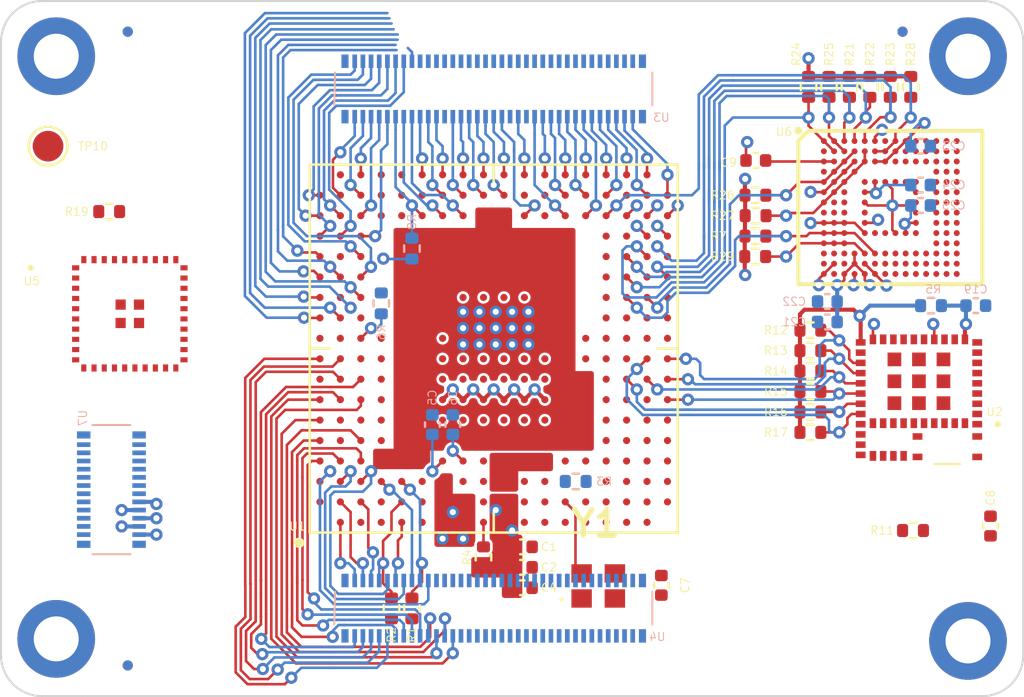
<source format=kicad_pcb>
(kicad_pcb (version 20171130) (host pcbnew 5.1.10-88a1d61d58~88~ubuntu20.04.1)
  (layers (0 Top.Cu mixed) (1 Gnd.Cu mixed) (2 Pwr.Cu mixed) (31 Bottom.Cu mixed) (34 B.Paste user) (35 F.Paste user) (36 B.SilkS user) (37 F.SilkS user) (38 B.Mask user) (39 F.Mask user) (44 Edge.Cuts user))
  (net 0 "")
  (net 1 GND)
  (net 2 VDD)
  (net 3 I2C4_SDA)
  (net 4 I2C4_SCL)
  (net 5 "Net-(R4-Pad1)")
  (net 6 5V_VIN)
  (net 7 I2C1_SDA)
  (net 8 VDDA)
  (net 9 I2C1_SCL)
  (net 10 "Net-(R11-Pad1)")
  (net 11 SDMMC3_CK)
  (net 12 SDMMC3_CMD)
  (net 13 SDMMC3_D0)
  (net 14 SDMMC3_D1)
  (net 15 SDMMC3_D2)
  (net 16 SDMMC3_D3)
  (net 17 "Net-(R19-Pad2)")
  (net 18 "Net-(R19-Pad1)")
  (net 19 SDMMC2_D0)
  (net 20 SDMMC2_CK)
  (net 21 SDMMC2_CMD)
  (net 22 "Net-(TP10-Pad1)")
  (net 23 "Net-(U1-PadL12)")
  (net 24 HDMI_NRST)
  (net 25 "Net-(U1-PadL3)")
  (net 26 GPIO_USART1_RTS)
  (net 27 GPIO_ANA_2)
  (net 28 GPIO_ANA_1)
  (net 29 USB_DM1)
  (net 30 USB_DP1)
  (net 31 "Net-(U1-PadK12)")
  (net 32 "Net-(U1-PadK9)")
  (net 33 "Net-(U1-PadK8)")
  (net 34 "Net-(U1-PadK6)")
  (net 35 "Net-(U1-PadP10)")
  (net 36 "Net-(U1-PadR10)")
  (net 37 "Net-(U1-PadD10)")
  (net 38 U_LED_2)
  (net 39 STLINK_UART4_RX)
  (net 40 STLINK_UART4_TX)
  (net 41 SDMMC2_D7)
  (net 42 NJRST)
  (net 43 LCD_G0)
  (net 44 ETH1_RXD2)
  (net 45 ETH1_RX_DV)
  (net 46 ETH1_RXD0)
  (net 47 ETH1_RXD1)
  (net 48 "Net-(U1-PadH12)")
  (net 49 "Net-(U1-PadJ12)")
  (net 50 I2S2_CK)
  (net 51 LCD_G1)
  (net 52 "Net-(U1-PadR9)")
  (net 53 "Net-(U1-PadP9)")
  (net 54 "Net-(U1-PadD9)")
  (net 55 ETH1_GTX_CLK)
  (net 56 ETH1_TX_EN)
  (net 57 HDMI_INT)
  (net 58 ETH_NRST)
  (net 59 "Net-(U1-PadD8)")
  (net 60 "Net-(U1-PadR8)")
  (net 61 SDMMC2_D1)
  (net 62 I2S2_WS)
  (net 63 LCD_B6)
  (net 64 JTDI)
  (net 65 LCD_R1)
  (net 66 LCD_R0)
  (net 67 USART3_TX)
  (net 68 DSI_BL_CTRL)
  (net 69 USART3_RX)
  (net 70 GPIO_USART1_TX)
  (net 71 SDMMC2_D3)
  (net 72 SDMMC2_D2)
  (net 73 SDMMC2_D6)
  (net 74 SDMMC2_D5)
  (net 75 ETH1_CLK125)
  (net 76 ETH1_MDC)
  (net 77 ETH1_MDIO)
  (net 78 USB_PWR_CC2)
  (net 79 USB_PWR_CC1)
  (net 80 ETH1_RX_CLK)
  (net 81 USART3_RTS)
  (net 82 SPI5_SCK)
  (net 83 LCD_DE)
  (net 84 "Net-(U1-PadM16)")
  (net 85 DSI_CK_P)
  (net 86 DSI_CK_N)
  (net 87 SDMMC1_D0)
  (net 88 SDMMC1_D1)
  (net 89 SDMMC1_D2)
  (net 90 SDMMC1_CK)
  (net 91 SDMMC1_D3)
  (net 92 SDMMC2_D4)
  (net 93 DSI_RESET)
  (net 94 DSI_D0_P)
  (net 95 DSI_D1_P)
  (net 96 USB_DM2)
  (net 97 LCD_CLK)
  (net 98 SPI5_MISO)
  (net 99 ETH_CLK)
  (net 100 ETH1_MDINT)
  (net 101 LCD_R5)
  (net 102 LCD_B2)
  (net 103 USART3_CTS)
  (net 104 SPI5_NSS)
  (net 105 SPI5_MOSI)
  (net 106 HDMI_CEC)
  (net 107 USB_DP2)
  (net 108 GPIO_USART1_RX)
  (net 109 DSI_D1_N)
  (net 110 DSI_D0_N)
  (net 111 DSI_TE)
  (net 112 DSI_LCD_INT)
  (net 113 SDMMC1_CMD)
  (net 114 NRST)
  (net 115 BOOT0)
  (net 116 BOOT1)
  (net 117 BOOT2)
  (net 118 GPIO_USART1_CTS)
  (net 119 "Net-(U1-PadD7)")
  (net 120 "Net-(U1-PadD6)")
  (net 121 "Net-(U1-PadD5)")
  (net 122 PONKEY)
  (net 123 WIFI_WKUP)
  (net 124 LCD_VSYNC)
  (net 125 U_LED_1)
  (net 126 STUSB1600_IRQOUTn)
  (net 127 ETH1_RXD3)
  (net 128 ETH1_TXD2)
  (net 129 ETH1_TXD0)
  (net 130 ETH1_TXD1)
  (net 131 ETH1_TXD3)
  (net 132 LCD_B5)
  (net 133 LCD_B1)
  (net 134 LCD_HSYNC)
  (net 135 U_BUTTON_2)
  (net 136 U_BUTTON_1)
  (net 137 LCD_B7)
  (net 138 LCD_B0)
  (net 139 LCD_G6)
  (net 140 LCD_G7)
  (net 141 I2S2_SDO)
  (net 142 "Net-(U1-PadR5)")
  (net 143 "Net-(U1-PadR6)")
  (net 144 "Net-(U1-PadR7)")
  (net 145 LCD_R2)
  (net 146 LCD_G5)
  (net 147 LCD_G4)
  (net 148 LCD_G3)
  (net 149 LCD_G2)
  (net 150 LCD_R6)
  (net 151 LCD_R4)
  (net 152 LCD_R7)
  (net 153 LCD_B4)
  (net 154 WIFI_IRQ)
  (net 155 LCD_B3)
  (net 156 LCD_R3)
  (net 157 "Net-(U2-Pad2)")
  (net 158 "Net-(U2-Pad14)")
  (net 159 "Net-(U2-Pad15)")
  (net 160 "Net-(U2-Pad16)")
  (net 161 "Net-(U2-Pad17)")
  (net 162 "Net-(U2-Pad29)")
  (net 163 "Net-(U2-Pad30)")
  (net 164 "Net-(U2-Pad31)")
  (net 165 "Net-(U2-Pad32)")
  (net 166 "Net-(U2-Pad34)")
  (net 167 "Net-(U2-Pad37)")
  (net 168 "Net-(U2-Pad38)")
  (net 169 "Net-(U2-Pad40)")
  (net 170 "Net-(U5-Pad1)")
  (net 171 "Net-(U5-Pad6)")
  (net 172 "Net-(U5-Pad7)")
  (net 173 "Net-(U5-Pad8)")
  (net 174 "Net-(U5-Pad9)")
  (net 175 "Net-(U5-Pad10)")
  (net 176 "Net-(U5-Pad12)")
  (net 177 "Net-(U5-Pad13)")
  (net 178 "Net-(U5-Pad14)")
  (net 179 "Net-(U5-Pad18)")
  (net 180 "Net-(U5-Pad19)")
  (net 181 "Net-(U5-Pad20)")
  (net 182 "Net-(U5-Pad21)")
  (net 183 "Net-(U5-Pad24)")
  (net 184 "Net-(U5-Pad26)")
  (net 185 "Net-(U5-Pad27)")
  (net 186 "Net-(U5-Pad28)")
  (net 187 "Net-(U5-Pad29)")
  (net 188 "Net-(U5-Pad30)")
  (net 189 "Net-(U5-Pad31)")
  (net 190 "Net-(U5-Pad32)")
  (net 191 "Net-(U5-Pad33)")
  (net 192 "Net-(U5-Pad34)")
  (net 193 "Net-(U5-Pad37)")
  (net 194 "Net-(U5-Pad38)")
  (net 195 "Net-(U5-Pad39)")
  (net 196 "Net-(U6-PadH5)")
  (net 197 "Net-(U6-PadA7)")
  (net 198 "Net-(U6-PadA10)")
  (net 199 "Net-(U6-PadA11)")
  (net 200 "Net-(U6-PadA12)")
  (net 201 "Net-(U6-PadA13)")
  (net 202 "Net-(U6-PadA14)")
  (net 203 "Net-(U6-PadB9)")
  (net 204 "Net-(U6-PadB10)")
  (net 205 "Net-(U6-PadB11)")
  (net 206 "Net-(U6-PadB12)")
  (net 207 "Net-(U6-PadB13)")
  (net 208 "Net-(U6-PadB14)")
  (net 209 "Net-(U6-PadC8)")
  (net 210 "Net-(U6-PadC9)")
  (net 211 "Net-(U6-PadC10)")
  (net 212 "Net-(U6-PadC11)")
  (net 213 "Net-(U6-PadC12)")
  (net 214 "Net-(U6-PadC13)")
  (net 215 "Net-(U6-PadC14)")
  (net 216 "Net-(U6-PadD12)")
  (net 217 "Net-(U6-PadD13)")
  (net 218 "Net-(U6-PadD14)")
  (net 219 "Net-(U6-PadE5)")
  (net 220 "Net-(U6-PadE8)")
  (net 221 "Net-(U6-PadE9)")
  (net 222 "Net-(U6-PadE10)")
  (net 223 "Net-(U6-PadE12)")
  (net 224 "Net-(U6-PadE13)")
  (net 225 "Net-(U6-PadE14)")
  (net 226 "Net-(U6-PadF10)")
  (net 227 "Net-(U6-PadF12)")
  (net 228 "Net-(U6-PadF13)")
  (net 229 "Net-(U6-PadF14)")
  (net 230 "Net-(U6-PadG2)")
  (net 231 "Net-(U6-PadG3)")
  (net 232 "Net-(U6-PadG10)")
  (net 233 "Net-(U6-PadG12)")
  (net 234 "Net-(U6-PadG13)")
  (net 235 "Net-(U6-PadG14)")
  (net 236 "Net-(U6-PadH1)")
  (net 237 "Net-(U6-PadH2)")
  (net 238 "Net-(U6-PadH3)")
  (net 239 "Net-(U6-PadH12)")
  (net 240 "Net-(U6-PadH13)")
  (net 241 "Net-(U6-PadH14)")
  (net 242 "Net-(U6-PadJ12)")
  (net 243 "Net-(U6-PadJ13)")
  (net 244 "Net-(U6-PadJ14)")
  (net 245 "Net-(U6-PadK6)")
  (net 246 "Net-(U6-PadK7)")
  (net 247 "Net-(U6-PadK10)")
  (net 248 "Net-(U6-PadK12)")
  (net 249 "Net-(U6-PadK13)")
  (net 250 "Net-(U6-PadK14)")
  (net 251 "Net-(U6-PadL12)")
  (net 252 "Net-(U6-PadL13)")
  (net 253 "Net-(U6-PadL14)")
  (net 254 "Net-(U6-PadM1)")
  (net 255 "Net-(U6-PadM2)")
  (net 256 "Net-(U6-PadM3)")
  (net 257 "Net-(U6-PadM7)")
  (net 258 "Net-(U6-PadM8)")
  (net 259 "Net-(U6-PadM9)")
  (net 260 "Net-(U6-PadM10)")
  (net 261 "Net-(U6-PadM11)")
  (net 262 "Net-(U6-PadM12)")
  (net 263 "Net-(U6-PadM13)")
  (net 264 "Net-(U6-PadM14)")
  (net 265 "Net-(U6-PadN1)")
  (net 266 "Net-(U6-PadN7)")
  (net 267 "Net-(U6-PadN8)")
  (net 268 "Net-(U6-PadN9)")
  (net 269 "Net-(U6-PadN10)")
  (net 270 "Net-(U6-PadN11)")
  (net 271 "Net-(U6-PadN12)")
  (net 272 "Net-(U6-PadN13)")
  (net 273 "Net-(U6-PadN14)")
  (net 274 "Net-(U6-PadP7)")
  (net 275 "Net-(U6-PadP8)")
  (net 276 "Net-(U6-PadP9)")
  (net 277 "Net-(U6-PadP10)")
  (net 278 "Net-(U6-PadP11)")
  (net 279 "Net-(U6-PadP12)")
  (net 280 "Net-(U6-PadP13)")
  (net 281 "Net-(U6-PadP14)")
  (net 282 "Net-(U4-Pad21)")
  (net 283 "Net-(U1-PadL9)")
  (net 284 "Net-(U1-PadL8)")
  (net 285 "Net-(U1-PadG10)")
  (net 286 "Net-(U1-PadM9)")
  (net 287 "Net-(U1-PadJ9)")
  (net 288 "Net-(U1-PadH9)")
  (net 289 "Net-(U1-PadG9)")
  (net 290 "Net-(U1-PadH8)")
  (net 291 "Net-(U1-PadJ8)")
  (net 292 "Net-(U1-PadM8)")
  (net 293 "Net-(U1-PadG8)")
  (net 294 "Net-(U7-PadMP1)")
  (net 295 "Net-(U7-PadMP2)")
  (net 296 "Net-(U7-PadMP3)")
  (net 297 "Net-(U7-PadMP4)")
  (net 298 "Net-(U1-PadP4)")
  (net 299 "Net-(U1-PadJ2)")
  (net 300 "Net-(U1-PadN1)")
  (net 301 "Net-(U1-PadN2)")
  (net 302 PMIC_LDO2_2V8)
  (net 303 PMIC_LDO6_1V2)
  (net 304 "Net-(C9-Pad1)")
  (net 305 "Net-(U1-PadL17)")
  (net 306 "Net-(U1-PadT10)")
  (net 307 "Net-(U1-PadU10)")
  (net 308 "Net-(U1-PadV10)")
  (net 309 "Net-(U1-PadC11)")
  (net 310 JTDO_TRACESWO)
  (net 311 "Net-(U1-PadV12)")
  (net 312 "Net-(U1-PadC9)")
  (net 313 "Net-(U1-PadA8)")
  (net 314 JTMS_SWDIO)
  (net 315 JTCK_SWCLK)
  (net 316 "Net-(U1-PadE16)")
  (net 317 "Net-(U1-PadM17)")
  (net 318 "Net-(U1-PadF17)")
  (net 319 "Net-(U1-PadE17)")
  (net 320 "Net-(U1-PadD17)")
  (net 321 "Net-(U1-PadB18)")
  (net 322 "Net-(U1-PadD18)")
  (net 323 PMIC_LDO1)
  (net 324 "Net-(U1-PadF1)")
  (net 325 "Net-(U1-PadF2)")
  (net 326 "Net-(U1-PadF3)")
  (net 327 "Net-(U1-PadD2)")
  (net 328 "Net-(U1-PadD1)")
  (net 329 "Net-(U1-PadC6)")
  (net 330 "Net-(U1-PadB6)")
  (net 331 "Net-(U1-PadB5)")
  (net 332 "Net-(U1-PadA2)")
  (net 333 "Net-(U1-PadN3)")
  (net 334 "Net-(U1-PadP2)")
  (net 335 "Net-(U1-PadP1)")
  (net 336 "Net-(U1-PadR4)")
  (net 337 "Net-(U1-PadT7)")
  (net 338 "Net-(U1-PadT6)")
  (net 339 "Net-(U1-PadT5)")
  (net 340 "Net-(U1-PadU7)")
  (net 341 "Net-(U1-PadV4)")
  (net 342 "Net-(U1-PadV2)")
  (net 343 "Net-(U3-Pad32)")
  (net 344 "Net-(U3-Pad30)")
  (net 345 "Net-(U3-Pad27)")
  (net 346 "Net-(U3-Pad26)")
  (net 347 "Net-(U3-Pad4)")
  (net 348 "Net-(U4-Pad46)")
  (net 349 "Net-(U4-Pad44)")
  (net 350 "Net-(U4-Pad41)")
  (net 351 "Net-(U4-Pad40)")
  (net 352 "Net-(U4-Pad36)")
  (net 353 "Net-(U4-Pad34)")
  (net 354 "Net-(U4-Pad33)")
  (net 355 "Net-(U4-Pad29)")
  (net 356 "Net-(U4-Pad27)")
  (net 357 "Net-(U4-Pad26)")
  (net 358 "Net-(U4-Pad18)")
  (net 359 "Net-(U4-Pad16)")
  (net 360 "Net-(U4-Pad5)")
  (net 361 "Net-(U4-Pad3)")
  (net 362 "Net-(U6-PadB1)")
  (net 363 "Net-(U6-PadD1)")
  (net 364 "Net-(U6-PadF3)")
  (net 365 "Net-(U6-PadN3)")
  (net 366 "Net-(U6-PadN6)")
  (net 367 "Net-(U6-PadP2)")
  (net 368 "Net-(C8-Pad2)")
  (net 369 "Net-(C19-Pad2)")
  (net 370 PMIC_VOUT4_3V3)
  (net 371 BLE_RESET)
  (net 372 "Net-(U1-PadN4)")
  (net 373 "Net-(Y1-Pad2)")
  (net 374 "Net-(U1-PadT17)")
  (net 375 "Net-(U1-PadT15)")
  (net 376 "Net-(U3-Pad31)")
  (net 377 "Net-(U3-Pad8)")
  (net 378 "Net-(U3-Pad6)")
  (net 379 "Net-(U4-Pad31)")
  (net 380 "Net-(U4-Pad25)")
  (net 381 "Net-(U4-Pad19)")
  (net 382 "Net-(U1-PadC1)")
  (net 383 "Net-(U4-Pad48)")
  (net 384 "Net-(U4-Pad50)")
  (net 385 "Net-(U4-Pad43)")
  (net 386 "Net-(U4-Pad42)")
  (net 387 "Net-(U4-Pad38)")
  (net 388 "Net-(U4-Pad39)")
  (net 389 "Net-(U4-Pad35)")
  (net 390 "Net-(U3-Pad54)")
  (net 391 "Net-(U3-Pad50)")
  (module U_Oscillator:ASDK232768KHZLRT3 (layer Top.Cu) (at 129.213 158.612)
    (fp_text reference Y1 (at -0.127 -3.048 180) (layer F.SilkS) (effects (font (size 1.27 1.27) (thickness 0.254))))
    (fp_text value ASDK2-32.768KHZ-LR-T3 hide)
    (pad 1 smd rect (at -0.813 0.613 90) (size 0.9 1) (layers Top.Cu F.Paste F.Mask) (net 1 GND))
    (pad 2 smd rect (at 0.813 0.613 90) (size 0.9 1) (layers Top.Cu F.Paste F.Mask) (net 373 "Net-(Y1-Pad2)"))
    (pad 3 smd rect (at 0.813 -0.612 90) (size 0.9 1) (layers Top.Cu F.Paste F.Mask) (net 2 VDD))
    (pad 4 smd rect (at -0.813 -0.612 90) (size 0.9 1) (layers Top.Cu F.Paste F.Mask) (net 301 "Net-(U1-PadN2)"))
  )
  (module U_Connector:DF40C70DP04V51 (layer Bottom.Cu) (at 124.1 159.7 180)
    (fp_text reference U4 (at -8 -1.4) (layer B.SilkS) (effects (font (size 0.4 0.4) (thickness 0.05)) (justify mirror)))
    (fp_text value "DF40C-70DP-0.4V(51)" hide)
    (pad 1 smd rect (at -6.8 -1.355 180) (size 0.23 0.66) (layers Bottom.Cu B.Paste B.Mask) (net 153 LCD_B4))
    (pad 2 smd rect (at -6.8 1.355 180) (size 0.23 0.66) (layers Bottom.Cu B.Paste B.Mask) (net 149 LCD_G2))
    (pad 3 smd rect (at -6.4 -1.355 180) (size 0.23 0.66) (layers Bottom.Cu B.Paste B.Mask) (net 361 "Net-(U4-Pad3)"))
    (pad 4 smd rect (at -6.4 1.355 180) (size 0.23 0.66) (layers Bottom.Cu B.Paste B.Mask) (net 150 LCD_R6))
    (pad 5 smd rect (at -6 -1.355 180) (size 0.23 0.66) (layers Bottom.Cu B.Paste B.Mask) (net 360 "Net-(U4-Pad5)"))
    (pad 6 smd rect (at -6 1.355 180) (size 0.23 0.66) (layers Bottom.Cu B.Paste B.Mask) (net 148 LCD_G3))
    (pad 7 smd rect (at -5.6 -1.355 180) (size 0.23 0.66) (layers Bottom.Cu B.Paste B.Mask) (net 152 LCD_R7))
    (pad 8 smd rect (at -5.6 1.355 180) (size 0.23 0.66) (layers Bottom.Cu B.Paste B.Mask) (net 147 LCD_G4))
    (pad 9 smd rect (at -5.2 -1.355 180) (size 0.23 0.66) (layers Bottom.Cu B.Paste B.Mask) (net 145 LCD_R2))
    (pad 10 smd rect (at -5.2 1.355 180) (size 0.23 0.66) (layers Bottom.Cu B.Paste B.Mask) (net 139 LCD_G6))
    (pad 11 smd rect (at -4.8 -1.355 180) (size 0.23 0.66) (layers Bottom.Cu B.Paste B.Mask) (net 156 LCD_R3))
    (pad 12 smd rect (at -4.8 1.355 180) (size 0.23 0.66) (layers Bottom.Cu B.Paste B.Mask) (net 140 LCD_G7))
    (pad 13 smd rect (at -4.4 -1.355 180) (size 0.23 0.66) (layers Bottom.Cu B.Paste B.Mask) (net 115 BOOT0))
    (pad 14 smd rect (at -4.4 1.355 180) (size 0.23 0.66) (layers Bottom.Cu B.Paste B.Mask) (net 89 SDMMC1_D2))
    (pad 15 smd rect (at -4 -1.355 180) (size 0.23 0.66) (layers Bottom.Cu B.Paste B.Mask) (net 116 BOOT1))
    (pad 16 smd rect (at -4 1.355 180) (size 0.23 0.66) (layers Bottom.Cu B.Paste B.Mask) (net 359 "Net-(U4-Pad16)"))
    (pad 17 smd rect (at -3.6 -1.355 180) (size 0.23 0.66) (layers Bottom.Cu B.Paste B.Mask) (net 117 BOOT2))
    (pad 18 smd rect (at -3.6 1.355 180) (size 0.23 0.66) (layers Bottom.Cu B.Paste B.Mask) (net 358 "Net-(U4-Pad18)"))
    (pad 19 smd rect (at -3.2 -1.355 180) (size 0.23 0.66) (layers Bottom.Cu B.Paste B.Mask) (net 381 "Net-(U4-Pad19)"))
    (pad 20 smd rect (at -3.2 1.355 180) (size 0.23 0.66) (layers Bottom.Cu B.Paste B.Mask) (net 151 LCD_R4))
    (pad 21 smd rect (at -2.8 -1.355 180) (size 0.23 0.66) (layers Bottom.Cu B.Paste B.Mask) (net 282 "Net-(U4-Pad21)"))
    (pad 22 smd rect (at -2.8 1.355 180) (size 0.23 0.66) (layers Bottom.Cu B.Paste B.Mask) (net 146 LCD_G5))
    (pad 23 smd rect (at -2.4 -1.355 180) (size 0.23 0.66) (layers Bottom.Cu B.Paste B.Mask) (net 88 SDMMC1_D1))
    (pad 24 smd rect (at -2.4 1.355 180) (size 0.23 0.66) (layers Bottom.Cu B.Paste B.Mask) (net 114 NRST))
    (pad 25 smd rect (at -2 -1.355 180) (size 0.23 0.66) (layers Bottom.Cu B.Paste B.Mask) (net 380 "Net-(U4-Pad25)"))
    (pad 26 smd rect (at -2 1.355 180) (size 0.23 0.66) (layers Bottom.Cu B.Paste B.Mask) (net 357 "Net-(U4-Pad26)"))
    (pad 27 smd rect (at -1.6 -1.355 180) (size 0.23 0.66) (layers Bottom.Cu B.Paste B.Mask) (net 356 "Net-(U4-Pad27)"))
    (pad 28 smd rect (at -1.6 1.355 180) (size 0.23 0.66) (layers Bottom.Cu B.Paste B.Mask) (net 141 I2S2_SDO))
    (pad 29 smd rect (at -1.2 -1.355 180) (size 0.23 0.66) (layers Bottom.Cu B.Paste B.Mask) (net 355 "Net-(U4-Pad29)"))
    (pad 30 smd rect (at -1.2 1.355 180) (size 0.23 0.66) (layers Bottom.Cu B.Paste B.Mask) (net 28 GPIO_ANA_1))
    (pad 31 smd rect (at -0.8 -1.355 180) (size 0.23 0.66) (layers Bottom.Cu B.Paste B.Mask) (net 379 "Net-(U4-Pad31)"))
    (pad 32 smd rect (at -0.8 1.355 180) (size 0.23 0.66) (layers Bottom.Cu B.Paste B.Mask) (net 27 GPIO_ANA_2))
    (pad 33 smd rect (at -0.4 -1.355 180) (size 0.23 0.66) (layers Bottom.Cu B.Paste B.Mask) (net 354 "Net-(U4-Pad33)"))
    (pad 34 smd rect (at -0.4 1.355 180) (size 0.23 0.66) (layers Bottom.Cu B.Paste B.Mask) (net 353 "Net-(U4-Pad34)"))
    (pad 35 smd rect (at 0 -1.355 180) (size 0.23 0.66) (layers Bottom.Cu B.Paste B.Mask) (net 389 "Net-(U4-Pad35)"))
    (pad 36 smd rect (at 0 1.355 180) (size 0.23 0.66) (layers Bottom.Cu B.Paste B.Mask) (net 352 "Net-(U4-Pad36)"))
    (pad 37 smd rect (at 0.4 -1.355 180) (size 0.23 0.66) (layers Bottom.Cu B.Paste B.Mask) (net 155 LCD_B3))
    (pad 38 smd rect (at 0.4 1.355 180) (size 0.23 0.66) (layers Bottom.Cu B.Paste B.Mask) (net 387 "Net-(U4-Pad38)"))
    (pad 39 smd rect (at 0.8 -1.355 180) (size 0.23 0.66) (layers Bottom.Cu B.Paste B.Mask) (net 388 "Net-(U4-Pad39)"))
    (pad 40 smd rect (at 0.8 1.355 180) (size 0.23 0.66) (layers Bottom.Cu B.Paste B.Mask) (net 351 "Net-(U4-Pad40)"))
    (pad 41 smd rect (at 1.2 -1.355 180) (size 0.23 0.66) (layers Bottom.Cu B.Paste B.Mask) (net 350 "Net-(U4-Pad41)"))
    (pad 42 smd rect (at 1.2 1.355 180) (size 0.23 0.66) (layers Bottom.Cu B.Paste B.Mask) (net 386 "Net-(U4-Pad42)"))
    (pad 43 smd rect (at 1.6 -1.355 180) (size 0.23 0.66) (layers Bottom.Cu B.Paste B.Mask) (net 385 "Net-(U4-Pad43)"))
    (pad 44 smd rect (at 1.6 1.355 180) (size 0.23 0.66) (layers Bottom.Cu B.Paste B.Mask) (net 349 "Net-(U4-Pad44)"))
    (pad 45 smd rect (at 2 -1.355 180) (size 0.23 0.66) (layers Bottom.Cu B.Paste B.Mask) (net 130 ETH1_TXD1))
    (pad 46 smd rect (at 2 1.355 180) (size 0.23 0.66) (layers Bottom.Cu B.Paste B.Mask) (net 348 "Net-(U4-Pad46)"))
    (pad 47 smd rect (at 2.4 -1.355 180) (size 0.23 0.66) (layers Bottom.Cu B.Paste B.Mask) (net 131 ETH1_TXD3))
    (pad 48 smd rect (at 2.4 1.355 180) (size 0.23 0.66) (layers Bottom.Cu B.Paste B.Mask) (net 383 "Net-(U4-Pad48)"))
    (pad 49 smd rect (at 2.8 -1.355 180) (size 0.23 0.66) (layers Bottom.Cu B.Paste B.Mask) (net 128 ETH1_TXD2))
    (pad 50 smd rect (at 2.8 1.355 180) (size 0.23 0.66) (layers Bottom.Cu B.Paste B.Mask) (net 384 "Net-(U4-Pad50)"))
    (pad 51 smd rect (at 3.2 -1.355 180) (size 0.23 0.66) (layers Bottom.Cu B.Paste B.Mask) (net 127 ETH1_RXD3))
    (pad 52 smd rect (at 3.2 1.355 180) (size 0.23 0.66) (layers Bottom.Cu B.Paste B.Mask) (net 136 U_BUTTON_1))
    (pad 53 smd rect (at 3.6 -1.355 180) (size 0.23 0.66) (layers Bottom.Cu B.Paste B.Mask) (net 133 LCD_B1))
    (pad 54 smd rect (at 3.6 1.355 180) (size 0.23 0.66) (layers Bottom.Cu B.Paste B.Mask) (net 3 I2C4_SDA))
    (pad 55 smd rect (at 4 -1.355 180) (size 0.23 0.66) (layers Bottom.Cu B.Paste B.Mask) (net 134 LCD_HSYNC))
    (pad 56 smd rect (at 4 1.355 180) (size 0.23 0.66) (layers Bottom.Cu B.Paste B.Mask) (net 122 PONKEY))
    (pad 57 smd rect (at 4.4 -1.355 180) (size 0.23 0.66) (layers Bottom.Cu B.Paste B.Mask) (net 126 STUSB1600_IRQOUTn))
    (pad 58 smd rect (at 4.4 1.355 180) (size 0.23 0.66) (layers Bottom.Cu B.Paste B.Mask) (net 135 U_BUTTON_2))
    (pad 59 smd rect (at 4.8 -1.355 180) (size 0.23 0.66) (layers Bottom.Cu B.Paste B.Mask) (net 132 LCD_B5))
    (pad 60 smd rect (at 4.8 1.355 180) (size 0.23 0.66) (layers Bottom.Cu B.Paste B.Mask) (net 118 GPIO_USART1_CTS))
    (pad 61 smd rect (at 5.2 -1.355 180) (size 0.23 0.66) (layers Bottom.Cu B.Paste B.Mask) (net 56 ETH1_TX_EN))
    (pad 62 smd rect (at 5.2 1.355 180) (size 0.23 0.66) (layers Bottom.Cu B.Paste B.Mask) (net 125 U_LED_1))
    (pad 63 smd rect (at 5.6 -1.355 180) (size 0.23 0.66) (layers Bottom.Cu B.Paste B.Mask) (net 55 ETH1_GTX_CLK))
    (pad 64 smd rect (at 5.6 1.355 180) (size 0.23 0.66) (layers Bottom.Cu B.Paste B.Mask) (net 4 I2C4_SCL))
    (pad 65 smd rect (at 6 -1.355 180) (size 0.23 0.66) (layers Bottom.Cu B.Paste B.Mask) (net 57 HDMI_INT))
    (pad 66 smd rect (at 6 1.355 180) (size 0.23 0.66) (layers Bottom.Cu B.Paste B.Mask) (net 124 LCD_VSYNC))
    (pad 67 smd rect (at 6.4 -1.355 180) (size 0.23 0.66) (layers Bottom.Cu B.Paste B.Mask) (net 58 ETH_NRST))
    (pad 68 smd rect (at 6.4 1.355 180) (size 0.23 0.66) (layers Bottom.Cu B.Paste B.Mask) (net 137 LCD_B7))
    (pad 69 smd rect (at 6.8 -1.355 180) (size 0.23 0.66) (layers Bottom.Cu B.Paste B.Mask) (net 129 ETH1_TXD0))
    (pad 70 smd rect (at 6.8 1.355 180) (size 0.23 0.66) (layers Bottom.Cu B.Paste B.Mask) (net 138 LCD_B0))
    (pad MP1 smd rect (at 7.275 -1.355 180) (size 0.35 0.66) (layers Bottom.Cu B.Paste B.Mask))
    (pad MP2 smd rect (at 7.275 1.355 180) (size 0.35 0.66) (layers Bottom.Cu B.Paste B.Mask))
    (pad MP3 smd rect (at -7.275 1.355 180) (size 0.35 0.66) (layers Bottom.Cu B.Paste B.Mask))
    (pad MP4 smd rect (at -7.275 -1.355 180) (size 0.35 0.66) (layers Bottom.Cu B.Paste B.Mask))
  )
  (module Resistor_SMD:R_0402_1005Metric (layer Top.Cu) (at 136.9 141.5)
    (fp_text reference R7 (at -1.8 0) (layer F.SilkS) (effects (font (size 0.4 0.4) (thickness 0.05))))
    (fp_text value 50K)
    (pad 2 smd roundrect (at 0.51 0) (size 0.54 0.64) (layers Top.Cu F.Paste F.Mask) (net 20 SDMMC2_CK))
    (pad 1 smd roundrect (at -0.51 0) (size 0.54 0.64) (layers Top.Cu F.Paste F.Mask) (net 2 VDD))
  )
  (module U_Package_BGA:S40FC004C1B2C00000 (layer Top.Cu) (at 143.5 140.1)
    (fp_text reference U6 (at -5.2 -3.7) (layer F.SilkS) (effects (font (size 0.4 0.4) (thickness 0.05))))
    (fp_text value S40FC004C1B2C00000 hide)
    (pad A1 smd circle (at -3.25 -3.25 90) (size 0.29 0.29) (layers Top.Cu F.Paste F.Mask) (net 71 SDMMC2_D3) (clearance 0.001))
    (pad A2 smd circle (at -2.75 -3.25 90) (size 0.29 0.29) (layers Top.Cu F.Paste F.Mask) (net 92 SDMMC2_D4) (clearance 0.001))
    (pad A3 smd circle (at -2.25 -3.25 90) (size 0.29 0.29) (layers Top.Cu F.Paste F.Mask) (net 19 SDMMC2_D0) (clearance 0.001))
    (pad A4 smd circle (at -1.75 -3.25 90) (size 0.29 0.29) (layers Top.Cu F.Paste F.Mask) (net 61 SDMMC2_D1) (clearance 0.001))
    (pad A5 smd circle (at -1.25 -3.25 90) (size 0.29 0.29) (layers Top.Cu F.Paste F.Mask) (net 72 SDMMC2_D2) (clearance 0.001))
    (pad A6 smd circle (at -0.75 -3.25 90) (size 0.29 0.29) (layers Top.Cu F.Paste F.Mask) (net 1 GND) (clearance 0.001))
    (pad A7 smd circle (at -0.25 -3.25 90) (size 0.29 0.29) (layers Top.Cu F.Paste F.Mask) (net 197 "Net-(U6-PadA7)") (clearance 0.001))
    (pad A8 smd circle (at 0.25 -3.25 90) (size 0.29 0.29) (layers Top.Cu F.Paste F.Mask) (net 41 SDMMC2_D7) (clearance 0.001))
    (pad A9 smd circle (at 0.75 -3.25 90) (size 0.29 0.29) (layers Top.Cu F.Paste F.Mask) (net 2 VDD) (clearance 0.001))
    (pad A10 smd circle (at 1.25 -3.25 90) (size 0.29 0.29) (layers Top.Cu F.Paste F.Mask) (net 198 "Net-(U6-PadA10)") (clearance 0.001))
    (pad A11 smd circle (at 1.75 -3.25 90) (size 0.29 0.29) (layers Top.Cu F.Paste F.Mask) (net 199 "Net-(U6-PadA11)") (clearance 0.001))
    (pad A12 smd circle (at 2.25 -3.25 90) (size 0.29 0.29) (layers Top.Cu F.Paste F.Mask) (net 200 "Net-(U6-PadA12)") (clearance 0.001))
    (pad A13 smd circle (at 2.75 -3.25 90) (size 0.29 0.29) (layers Top.Cu F.Paste F.Mask) (net 201 "Net-(U6-PadA13)") (clearance 0.001))
    (pad A14 smd circle (at 3.25 -3.25 90) (size 0.29 0.29) (layers Top.Cu F.Paste F.Mask) (net 202 "Net-(U6-PadA14)") (clearance 0.001))
    (pad B1 smd circle (at -3.25 -2.75 90) (size 0.29 0.29) (layers Top.Cu F.Paste F.Mask) (net 362 "Net-(U6-PadB1)") (clearance 0.001))
    (pad B2 smd circle (at -2.75 -2.75 90) (size 0.29 0.29) (layers Top.Cu F.Paste F.Mask) (net 71 SDMMC2_D3) (clearance 0.001))
    (pad B3 smd circle (at -2.25 -2.75 90) (size 0.29 0.29) (layers Top.Cu F.Paste F.Mask) (net 92 SDMMC2_D4) (clearance 0.001))
    (pad B4 smd circle (at -1.75 -2.75 90) (size 0.29 0.29) (layers Top.Cu F.Paste F.Mask) (net 74 SDMMC2_D5) (clearance 0.001))
    (pad B5 smd circle (at -1.25 -2.75 90) (size 0.29 0.29) (layers Top.Cu F.Paste F.Mask) (net 73 SDMMC2_D6) (clearance 0.001))
    (pad B6 smd circle (at -0.75 -2.75 90) (size 0.29 0.29) (layers Top.Cu F.Paste F.Mask) (net 41 SDMMC2_D7) (clearance 0.001))
    (pad B7 smd circle (at -0.25 -2.75 90) (size 0.29 0.29) (layers Top.Cu F.Paste F.Mask) (net 41 SDMMC2_D7) (clearance 0.001))
    (pad B8 smd circle (at 0.25 -2.75 90) (size 0.29 0.29) (layers Top.Cu F.Paste F.Mask) (net 2 VDD) (clearance 0.001))
    (pad B9 smd circle (at 0.75 -2.75 90) (size 0.29 0.29) (layers Top.Cu F.Paste F.Mask) (net 203 "Net-(U6-PadB9)") (clearance 0.001))
    (pad B10 smd circle (at 1.25 -2.75 90) (size 0.29 0.29) (layers Top.Cu F.Paste F.Mask) (net 204 "Net-(U6-PadB10)") (clearance 0.001))
    (pad B11 smd circle (at 1.75 -2.75 90) (size 0.29 0.29) (layers Top.Cu F.Paste F.Mask) (net 205 "Net-(U6-PadB11)") (clearance 0.001))
    (pad B12 smd circle (at 2.25 -2.75 90) (size 0.29 0.29) (layers Top.Cu F.Paste F.Mask) (net 206 "Net-(U6-PadB12)") (clearance 0.001))
    (pad B13 smd circle (at 2.75 -2.75 90) (size 0.29 0.29) (layers Top.Cu F.Paste F.Mask) (net 207 "Net-(U6-PadB13)") (clearance 0.001))
    (pad B14 smd circle (at 3.25 -2.75 90) (size 0.29 0.29) (layers Top.Cu F.Paste F.Mask) (net 208 "Net-(U6-PadB14)") (clearance 0.001))
    (pad C1 smd circle (at -3.25 -2.25 90) (size 0.29 0.29) (layers Top.Cu F.Paste F.Mask) (net 304 "Net-(C9-Pad1)") (clearance 0.001))
    (pad C2 smd circle (at -2.75 -2.25 90) (size 0.29 0.29) (layers Top.Cu F.Paste F.Mask) (net 304 "Net-(C9-Pad1)") (clearance 0.001))
    (pad C3 smd circle (at -2.25 -2.25 90) (size 0.29 0.29) (layers Top.Cu F.Paste F.Mask) (net 74 SDMMC2_D5) (clearance 0.001))
    (pad C4 smd circle (at -1.75 -2.25 90) (size 0.29 0.29) (layers Top.Cu F.Paste F.Mask) (net 1 GND) (clearance 0.001))
    (pad C5 smd circle (at -1.25 -2.25 90) (size 0.29 0.29) (layers Top.Cu F.Paste F.Mask) (net 73 SDMMC2_D6) (clearance 0.001))
    (pad C6 smd circle (at -0.75 -2.25 90) (size 0.29 0.29) (layers Top.Cu F.Paste F.Mask) (net 2 VDD) (clearance 0.001))
    (pad C7 smd circle (at -0.25 -2.25 90) (size 0.29 0.29) (layers Top.Cu F.Paste F.Mask) (net 2 VDD) (clearance 0.001))
    (pad C8 smd circle (at 0.25 -2.25 90) (size 0.29 0.29) (layers Top.Cu F.Paste F.Mask) (net 209 "Net-(U6-PadC8)") (clearance 0.001))
    (pad C9 smd circle (at 0.75 -2.25 90) (size 0.29 0.29) (layers Top.Cu F.Paste F.Mask) (net 210 "Net-(U6-PadC9)") (clearance 0.001))
    (pad C10 smd circle (at 1.25 -2.25 90) (size 0.29 0.29) (layers Top.Cu F.Paste F.Mask) (net 211 "Net-(U6-PadC10)") (clearance 0.001))
    (pad C11 smd circle (at 1.75 -2.25 90) (size 0.29 0.29) (layers Top.Cu F.Paste F.Mask) (net 212 "Net-(U6-PadC11)") (clearance 0.001))
    (pad C12 smd circle (at 2.25 -2.25 90) (size 0.29 0.29) (layers Top.Cu F.Paste F.Mask) (net 213 "Net-(U6-PadC12)") (clearance 0.001))
    (pad C13 smd circle (at 2.75 -2.25 90) (size 0.29 0.29) (layers Top.Cu F.Paste F.Mask) (net 214 "Net-(U6-PadC13)") (clearance 0.001))
    (pad C14 smd circle (at 3.25 -2.25 90) (size 0.29 0.29) (layers Top.Cu F.Paste F.Mask) (net 215 "Net-(U6-PadC14)") (clearance 0.001))
    (pad D1 smd circle (at -3.25 -1.75 90) (size 0.29 0.29) (layers Top.Cu F.Paste F.Mask) (net 363 "Net-(U6-PadD1)") (clearance 0.001))
    (pad D2 smd circle (at -2.75 -1.75 90) (size 0.29 0.29) (layers Top.Cu F.Paste F.Mask) (net 74 SDMMC2_D5) (clearance 0.001))
    (pad D3 smd circle (at -2.25 -1.75 90) (size 0.29 0.29) (layers Top.Cu F.Paste F.Mask) (net 1 GND) (clearance 0.001))
    (pad D4 smd circle (at -1.75 -1.75 90) (size 0.29 0.29) (layers Top.Cu F.Paste F.Mask) (net 73 SDMMC2_D6) (clearance 0.001))
    (pad D12 smd circle (at 2.25 -1.75 90) (size 0.29 0.29) (layers Top.Cu F.Paste F.Mask) (net 216 "Net-(U6-PadD12)") (clearance 0.001))
    (pad D13 smd circle (at 2.75 -1.75 90) (size 0.29 0.29) (layers Top.Cu F.Paste F.Mask) (net 217 "Net-(U6-PadD13)") (clearance 0.001))
    (pad D14 smd circle (at 3.25 -1.75 90) (size 0.29 0.29) (layers Top.Cu F.Paste F.Mask) (net 218 "Net-(U6-PadD14)") (clearance 0.001))
    (pad E1 smd circle (at -3.25 -1.25 90) (size 0.29 0.29) (layers Top.Cu F.Paste F.Mask) (net 74 SDMMC2_D5) (clearance 0.001))
    (pad E2 smd circle (at -2.75 -1.25 90) (size 0.29 0.29) (layers Top.Cu F.Paste F.Mask) (net 1 GND) (clearance 0.001))
    (pad E3 smd circle (at -2.25 -1.25 90) (size 0.29 0.29) (layers Top.Cu F.Paste F.Mask) (net 73 SDMMC2_D6) (clearance 0.001))
    (pad E5 smd circle (at -1.25 -1.25 90) (size 0.29 0.29) (layers Top.Cu F.Paste F.Mask) (net 219 "Net-(U6-PadE5)") (clearance 0.001))
    (pad E6 smd circle (at -0.75 -1.25 90) (size 0.29 0.29) (layers Top.Cu F.Paste F.Mask) (net 2 VDD) (clearance 0.001))
    (pad E7 smd circle (at -0.25 -1.25 90) (size 0.29 0.29) (layers Top.Cu F.Paste F.Mask) (net 1 GND) (clearance 0.001))
    (pad E8 smd circle (at 0.25 -1.25 90) (size 0.29 0.29) (layers Top.Cu F.Paste F.Mask) (net 220 "Net-(U6-PadE8)") (clearance 0.001))
    (pad E9 smd circle (at 0.75 -1.25 90) (size 0.29 0.29) (layers Top.Cu F.Paste F.Mask) (net 221 "Net-(U6-PadE9)") (clearance 0.001))
    (pad E10 smd circle (at 1.25 -1.25 90) (size 0.29 0.29) (layers Top.Cu F.Paste F.Mask) (net 222 "Net-(U6-PadE10)") (clearance 0.001))
    (pad E12 smd circle (at 2.25 -1.25 90) (size 0.29 0.29) (layers Top.Cu F.Paste F.Mask) (net 223 "Net-(U6-PadE12)") (clearance 0.001))
    (pad E13 smd circle (at 2.75 -1.25 90) (size 0.29 0.29) (layers Top.Cu F.Paste F.Mask) (net 224 "Net-(U6-PadE13)") (clearance 0.001))
    (pad E14 smd circle (at 3.25 -1.25 90) (size 0.29 0.29) (layers Top.Cu F.Paste F.Mask) (net 225 "Net-(U6-PadE14)") (clearance 0.001))
    (pad F1 smd circle (at -3.25 -0.75 90) (size 0.29 0.29) (layers Top.Cu F.Paste F.Mask) (net 1 GND) (clearance 0.001))
    (pad F2 smd circle (at -2.75 -0.75 90) (size 0.29 0.29) (layers Top.Cu F.Paste F.Mask) (net 73 SDMMC2_D6) (clearance 0.001))
    (pad F3 smd circle (at -2.25 -0.75 90) (size 0.29 0.29) (layers Top.Cu F.Paste F.Mask) (net 364 "Net-(U6-PadF3)") (clearance 0.001))
    (pad F5 smd circle (at -1.25 -0.75 90) (size 0.29 0.29) (layers Top.Cu F.Paste F.Mask) (net 2 VDD) (clearance 0.001))
    (pad F10 smd circle (at 1.25 -0.75 90) (size 0.29 0.29) (layers Top.Cu F.Paste F.Mask) (net 226 "Net-(U6-PadF10)") (clearance 0.001))
    (pad F12 smd circle (at 2.25 -0.75 90) (size 0.29 0.29) (layers Top.Cu F.Paste F.Mask) (net 227 "Net-(U6-PadF12)") (clearance 0.001))
    (pad F13 smd circle (at 2.75 -0.75 90) (size 0.29 0.29) (layers Top.Cu F.Paste F.Mask) (net 228 "Net-(U6-PadF13)") (clearance 0.001))
    (pad F14 smd circle (at 3.25 -0.75 90) (size 0.29 0.29) (layers Top.Cu F.Paste F.Mask) (net 229 "Net-(U6-PadF14)") (clearance 0.001))
    (pad G1 smd circle (at -3.25 -0.25 90) (size 0.29 0.29) (layers Top.Cu F.Paste F.Mask) (net 73 SDMMC2_D6) (clearance 0.001))
    (pad G2 smd circle (at -2.75 -0.25 90) (size 0.29 0.29) (layers Top.Cu F.Paste F.Mask) (net 230 "Net-(U6-PadG2)") (clearance 0.001))
    (pad G3 smd circle (at -2.25 -0.25 90) (size 0.29 0.29) (layers Top.Cu F.Paste F.Mask) (net 231 "Net-(U6-PadG3)") (clearance 0.001))
    (pad G5 smd circle (at -1.25 -0.25 90) (size 0.29 0.29) (layers Top.Cu F.Paste F.Mask) (net 1 GND) (clearance 0.001))
    (pad G10 smd circle (at 1.25 -0.25 90) (size 0.29 0.29) (layers Top.Cu F.Paste F.Mask) (net 232 "Net-(U6-PadG10)") (clearance 0.001))
    (pad G12 smd circle (at 2.25 -0.25 90) (size 0.29 0.29) (layers Top.Cu F.Paste F.Mask) (net 233 "Net-(U6-PadG12)") (clearance 0.001))
    (pad G13 smd circle (at 2.75 -0.25 90) (size 0.29 0.29) (layers Top.Cu F.Paste F.Mask) (net 234 "Net-(U6-PadG13)") (clearance 0.001))
    (pad G14 smd circle (at 3.25 -0.25 90) (size 0.29 0.29) (layers Top.Cu F.Paste F.Mask) (net 235 "Net-(U6-PadG14)") (clearance 0.001))
    (pad H1 smd circle (at -3.25 0.25 90) (size 0.29 0.29) (layers Top.Cu F.Paste F.Mask) (net 236 "Net-(U6-PadH1)") (clearance 0.001))
    (pad H2 smd circle (at -2.75 0.25 90) (size 0.29 0.29) (layers Top.Cu F.Paste F.Mask) (net 237 "Net-(U6-PadH2)") (clearance 0.001))
    (pad H3 smd circle (at -2.25 0.25 90) (size 0.29 0.29) (layers Top.Cu F.Paste F.Mask) (net 238 "Net-(U6-PadH3)") (clearance 0.001))
    (pad H5 smd circle (at -1.25 0.25 90) (size 0.29 0.29) (layers Top.Cu F.Paste F.Mask) (net 196 "Net-(U6-PadH5)") (clearance 0.001))
    (pad H10 smd circle (at 1.25 0.25 90) (size 0.29 0.29) (layers Top.Cu F.Paste F.Mask) (net 1 GND) (clearance 0.001))
    (pad H12 smd circle (at 2.25 0.25 90) (size 0.29 0.29) (layers Top.Cu F.Paste F.Mask) (net 239 "Net-(U6-PadH12)") (clearance 0.001))
    (pad H13 smd circle (at 2.75 0.25 90) (size 0.29 0.29) (layers Top.Cu F.Paste F.Mask) (net 240 "Net-(U6-PadH13)") (clearance 0.001))
    (pad H14 smd circle (at 3.25 0.25 90) (size 0.29 0.29) (layers Top.Cu F.Paste F.Mask) (net 241 "Net-(U6-PadH14)") (clearance 0.001))
    (pad J1 smd circle (at -3.25 0.75 90) (size 0.29 0.29) (layers Top.Cu F.Paste F.Mask) (net 114 NRST) (clearance 0.001))
    (pad J2 smd circle (at -2.75 0.75 90) (size 0.29 0.29) (layers Top.Cu F.Paste F.Mask) (net 114 NRST) (clearance 0.001))
    (pad J3 smd circle (at -2.25 0.75 90) (size 0.29 0.29) (layers Top.Cu F.Paste F.Mask) (net 114 NRST) (clearance 0.001))
    (pad J5 smd circle (at -1.25 0.75 90) (size 0.29 0.29) (layers Top.Cu F.Paste F.Mask) (net 1 GND) (clearance 0.001))
    (pad J10 smd circle (at 1.25 0.75 90) (size 0.29 0.29) (layers Top.Cu F.Paste F.Mask) (net 2 VDD) (clearance 0.001))
    (pad J12 smd circle (at 2.25 0.75 90) (size 0.29 0.29) (layers Top.Cu F.Paste F.Mask) (net 242 "Net-(U6-PadJ12)") (clearance 0.001))
    (pad J13 smd circle (at 2.75 0.75 90) (size 0.29 0.29) (layers Top.Cu F.Paste F.Mask) (net 243 "Net-(U6-PadJ13)") (clearance 0.001))
    (pad J14 smd circle (at 3.25 0.75 90) (size 0.29 0.29) (layers Top.Cu F.Paste F.Mask) (net 244 "Net-(U6-PadJ14)") (clearance 0.001))
    (pad K1 smd circle (at -3.25 1.25 90) (size 0.29 0.29) (layers Top.Cu F.Paste F.Mask) (net 20 SDMMC2_CK) (clearance 0.001))
    (pad K2 smd circle (at -2.75 1.25 90) (size 0.29 0.29) (layers Top.Cu F.Paste F.Mask) (net 20 SDMMC2_CK) (clearance 0.001))
    (pad K3 smd circle (at -2.25 1.25 90) (size 0.29 0.29) (layers Top.Cu F.Paste F.Mask) (net 20 SDMMC2_CK) (clearance 0.001))
    (pad K5 smd circle (at -1.25 1.25 90) (size 0.29 0.29) (layers Top.Cu F.Paste F.Mask) (net 114 NRST) (clearance 0.001))
    (pad K6 smd circle (at -0.75 1.25 90) (size 0.29 0.29) (layers Top.Cu F.Paste F.Mask) (net 245 "Net-(U6-PadK6)") (clearance 0.001))
    (pad K7 smd circle (at -0.25 1.25 90) (size 0.29 0.29) (layers Top.Cu F.Paste F.Mask) (net 246 "Net-(U6-PadK7)") (clearance 0.001))
    (pad K8 smd circle (at 0.25 1.25 90) (size 0.29 0.29) (layers Top.Cu F.Paste F.Mask) (net 1 GND) (clearance 0.001))
    (pad K9 smd circle (at 0.75 1.25 90) (size 0.29 0.29) (layers Top.Cu F.Paste F.Mask) (net 2 VDD) (clearance 0.001))
    (pad K10 smd circle (at 1.25 1.25 90) (size 0.29 0.29) (layers Top.Cu F.Paste F.Mask) (net 247 "Net-(U6-PadK10)") (clearance 0.001))
    (pad K12 smd circle (at 2.25 1.25 90) (size 0.29 0.29) (layers Top.Cu F.Paste F.Mask) (net 248 "Net-(U6-PadK12)") (clearance 0.001))
    (pad K13 smd circle (at 2.75 1.25 90) (size 0.29 0.29) (layers Top.Cu F.Paste F.Mask) (net 249 "Net-(U6-PadK13)") (clearance 0.001))
    (pad K14 smd circle (at 3.25 1.25 90) (size 0.29 0.29) (layers Top.Cu F.Paste F.Mask) (net 250 "Net-(U6-PadK14)") (clearance 0.001))
    (pad L1 smd circle (at -3.25 1.75 90) (size 0.29 0.29) (layers Top.Cu F.Paste F.Mask) (net 21 SDMMC2_CMD) (clearance 0.001))
    (pad L2 smd circle (at -2.75 1.75 90) (size 0.29 0.29) (layers Top.Cu F.Paste F.Mask) (net 21 SDMMC2_CMD) (clearance 0.001))
    (pad L3 smd circle (at -2.25 1.75 90) (size 0.29 0.29) (layers Top.Cu F.Paste F.Mask) (net 21 SDMMC2_CMD) (clearance 0.001))
    (pad L12 smd circle (at 2.25 1.75 90) (size 0.29 0.29) (layers Top.Cu F.Paste F.Mask) (net 251 "Net-(U6-PadL12)") (clearance 0.001))
    (pad L13 smd circle (at 2.75 1.75 90) (size 0.29 0.29) (layers Top.Cu F.Paste F.Mask) (net 252 "Net-(U6-PadL13)") (clearance 0.001))
    (pad L14 smd circle (at 3.25 1.75 90) (size 0.29 0.29) (layers Top.Cu F.Paste F.Mask) (net 253 "Net-(U6-PadL14)") (clearance 0.001))
    (pad M1 smd circle (at -3.25 2.25 90) (size 0.29 0.29) (layers Top.Cu F.Paste F.Mask) (net 254 "Net-(U6-PadM1)") (clearance 0.001))
    (pad M2 smd circle (at -2.75 2.25 90) (size 0.29 0.29) (layers Top.Cu F.Paste F.Mask) (net 255 "Net-(U6-PadM2)") (clearance 0.001))
    (pad M3 smd circle (at -2.25 2.25 90) (size 0.29 0.29) (layers Top.Cu F.Paste F.Mask) (net 256 "Net-(U6-PadM3)") (clearance 0.001))
    (pad M4 smd circle (at -1.75 2.25 90) (size 0.29 0.29) (layers Top.Cu F.Paste F.Mask) (net 2 VDD) (clearance 0.001))
    (pad M5 smd circle (at -1.25 2.25 90) (size 0.29 0.29) (layers Top.Cu F.Paste F.Mask) (net 21 SDMMC2_CMD) (clearance 0.001))
    (pad M6 smd circle (at -0.75 2.25 90) (size 0.29 0.29) (layers Top.Cu F.Paste F.Mask) (net 20 SDMMC2_CK) (clearance 0.001))
    (pad M7 smd circle (at -0.25 2.25 90) (size 0.29 0.29) (layers Top.Cu F.Paste F.Mask) (net 257 "Net-(U6-PadM7)") (clearance 0.001))
    (pad M8 smd circle (at 0.25 2.25 90) (size 0.29 0.29) (layers Top.Cu F.Paste F.Mask) (net 258 "Net-(U6-PadM8)") (clearance 0.001))
    (pad M9 smd circle (at 0.75 2.25 90) (size 0.29 0.29) (layers Top.Cu F.Paste F.Mask) (net 259 "Net-(U6-PadM9)") (clearance 0.001))
    (pad M10 smd circle (at 1.25 2.25 90) (size 0.29 0.29) (layers Top.Cu F.Paste F.Mask) (net 260 "Net-(U6-PadM10)") (clearance 0.001))
    (pad M11 smd circle (at 1.75 2.25 90) (size 0.29 0.29) (layers Top.Cu F.Paste F.Mask) (net 261 "Net-(U6-PadM11)") (clearance 0.001))
    (pad M12 smd circle (at 2.25 2.25 90) (size 0.29 0.29) (layers Top.Cu F.Paste F.Mask) (net 262 "Net-(U6-PadM12)") (clearance 0.001))
    (pad M13 smd circle (at 2.75 2.25 90) (size 0.29 0.29) (layers Top.Cu F.Paste F.Mask) (net 263 "Net-(U6-PadM13)") (clearance 0.001))
    (pad M14 smd circle (at 3.25 2.25 90) (size 0.29 0.29) (layers Top.Cu F.Paste F.Mask) (net 264 "Net-(U6-PadM14)") (clearance 0.001))
    (pad N1 smd circle (at -3.25 2.75 90) (size 0.29 0.29) (layers Top.Cu F.Paste F.Mask) (net 265 "Net-(U6-PadN1)") (clearance 0.001))
    (pad N2 smd circle (at -2.75 2.75 90) (size 0.29 0.29) (layers Top.Cu F.Paste F.Mask) (net 1 GND) (clearance 0.001))
    (pad N3 smd circle (at -2.25 2.75 90) (size 0.29 0.29) (layers Top.Cu F.Paste F.Mask) (net 365 "Net-(U6-PadN3)") (clearance 0.001))
    (pad N4 smd circle (at -1.75 2.75 90) (size 0.29 0.29) (layers Top.Cu F.Paste F.Mask) (net 2 VDD) (clearance 0.001))
    (pad N5 smd circle (at -1.25 2.75 90) (size 0.29 0.29) (layers Top.Cu F.Paste F.Mask) (net 1 GND) (clearance 0.001))
    (pad N6 smd circle (at -0.75 2.75 90) (size 0.29 0.29) (layers Top.Cu F.Paste F.Mask) (net 366 "Net-(U6-PadN6)") (clearance 0.001))
    (pad N7 smd circle (at -0.25 2.75 90) (size 0.29 0.29) (layers Top.Cu F.Paste F.Mask) (net 266 "Net-(U6-PadN7)") (clearance 0.001))
    (pad N8 smd circle (at 0.25 2.75 90) (size 0.29 0.29) (layers Top.Cu F.Paste F.Mask) (net 267 "Net-(U6-PadN8)") (clearance 0.001))
    (pad N9 smd circle (at 0.75 2.75 90) (size 0.29 0.29) (layers Top.Cu F.Paste F.Mask) (net 268 "Net-(U6-PadN9)") (clearance 0.001))
    (pad N10 smd circle (at 1.25 2.75 90) (size 0.29 0.29) (layers Top.Cu F.Paste F.Mask) (net 269 "Net-(U6-PadN10)") (clearance 0.001))
    (pad N11 smd circle (at 1.75 2.75 90) (size 0.29 0.29) (layers Top.Cu F.Paste F.Mask) (net 270 "Net-(U6-PadN11)") (clearance 0.001))
    (pad N12 smd circle (at 2.25 2.75 90) (size 0.29 0.29) (layers Top.Cu F.Paste F.Mask) (net 271 "Net-(U6-PadN12)") (clearance 0.001))
    (pad N13 smd circle (at 2.75 2.75 90) (size 0.29 0.29) (layers Top.Cu F.Paste F.Mask) (net 272 "Net-(U6-PadN13)") (clearance 0.001))
    (pad N14 smd circle (at 3.25 2.75 90) (size 0.29 0.29) (layers Top.Cu F.Paste F.Mask) (net 273 "Net-(U6-PadN14)") (clearance 0.001))
    (pad P1 smd circle (at -3.25 3.25 90) (size 0.29 0.29) (layers Top.Cu F.Paste F.Mask) (net 1 GND) (clearance 0.001))
    (pad P2 smd circle (at -2.75 3.25 90) (size 0.29 0.29) (layers Top.Cu F.Paste F.Mask) (net 367 "Net-(U6-PadP2)") (clearance 0.001))
    (pad P3 smd circle (at -2.25 3.25 90) (size 0.29 0.29) (layers Top.Cu F.Paste F.Mask) (net 2 VDD) (clearance 0.001))
    (pad P4 smd circle (at -1.75 3.25 90) (size 0.29 0.29) (layers Top.Cu F.Paste F.Mask) (net 1 GND) (clearance 0.001))
    (pad P5 smd circle (at -1.25 3.25 90) (size 0.29 0.29) (layers Top.Cu F.Paste F.Mask) (net 2 VDD) (clearance 0.001))
    (pad P6 smd circle (at -0.75 3.25 90) (size 0.29 0.29) (layers Top.Cu F.Paste F.Mask) (net 1 GND) (clearance 0.001))
    (pad P7 smd circle (at -0.25 3.25 90) (size 0.29 0.29) (layers Top.Cu F.Paste F.Mask) (net 274 "Net-(U6-PadP7)") (clearance 0.001))
    (pad P8 smd circle (at 0.25 3.25 90) (size 0.29 0.29) (layers Top.Cu F.Paste F.Mask) (net 275 "Net-(U6-PadP8)") (clearance 0.001))
    (pad P9 smd circle (at 0.75 3.25 90) (size 0.29 0.29) (layers Top.Cu F.Paste F.Mask) (net 276 "Net-(U6-PadP9)") (clearance 0.001))
    (pad P10 smd circle (at 1.25 3.25 90) (size 0.29 0.29) (layers Top.Cu F.Paste F.Mask) (net 277 "Net-(U6-PadP10)") (clearance 0.001))
    (pad P11 smd circle (at 1.75 3.25 90) (size 0.29 0.29) (layers Top.Cu F.Paste F.Mask) (net 278 "Net-(U6-PadP11)") (clearance 0.001))
    (pad P12 smd circle (at 2.25 3.25 90) (size 0.29 0.29) (layers Top.Cu F.Paste F.Mask) (net 279 "Net-(U6-PadP12)") (clearance 0.001))
    (pad P13 smd circle (at 2.75 3.25 90) (size 0.29 0.29) (layers Top.Cu F.Paste F.Mask) (net 280 "Net-(U6-PadP13)") (clearance 0.001))
    (pad P14 smd circle (at 3.25 3.25 90) (size 0.29 0.29) (layers Top.Cu F.Paste F.Mask) (net 281 "Net-(U6-PadP14)") (clearance 0.001))
  )
  (module Resistor_SMD:R_0402_1005Metric (layer Bottom.Cu) (at 145.49 144.9 180)
    (fp_text reference R5 (at -0.11 0.8) (layer B.SilkS) (effects (font (size 0.4 0.4) (thickness 0.05)) (justify mirror)))
    (fp_text value 1E)
    (pad 2 smd roundrect (at 0.51 0 180) (size 0.54 0.64) (layers Bottom.Cu B.Paste B.Mask) (net 370 PMIC_VOUT4_3V3))
    (pad 1 smd roundrect (at -0.51 0 180) (size 0.54 0.64) (layers Bottom.Cu B.Paste B.Mask) (net 369 "Net-(C19-Pad2)"))
  )
  (module U_Package_BGA:OSD32MP15X-BGA-324 (layer Top.Cu) (at 124.1 147 90)
    (fp_text reference U1 (at -8.7 -9.6 180) (layer F.SilkS) (effects (font (size 0.4 0.4) (thickness 0.05))))
    (fp_text value OSD32MP157F-512M-BAA)
    (pad L9 smd circle (at -0.5 1.5 90) (size 0.35 0.35) (layers Top.Cu F.Paste F.Mask) (net 283 "Net-(U1-PadL9)"))
    (pad L12 smd circle (at 2.5 1.5 90) (size 0.35 0.35) (layers Top.Cu F.Paste F.Mask) (net 23 "Net-(U1-PadL12)"))
    (pad L8 smd circle (at -1.5 1.5 90) (size 0.35 0.35) (layers Top.Cu F.Paste F.Mask) (net 284 "Net-(U1-PadL8)"))
    (pad L13 smd circle (at 3.5 1.5 90) (size 0.35 0.35) (layers Top.Cu F.Paste F.Mask) (net 1 GND))
    (pad L7 smd circle (at -2.5 1.5 90) (size 0.35 0.35) (layers Top.Cu F.Paste F.Mask) (net 2 VDD))
    (pad L14 smd circle (at 4.5 1.5 90) (size 0.35 0.35) (layers Top.Cu F.Paste F.Mask) (net 1 GND))
    (pad L6 smd circle (at -3.5 1.5 90) (size 0.35 0.35) (layers Top.Cu F.Paste F.Mask) (net 2 VDD))
    (pad L15 smd circle (at 5.5 1.5 90) (size 0.35 0.35) (layers Top.Cu F.Paste F.Mask) (net 1 GND))
    (pad L5 smd circle (at -4.5 1.5 90) (size 0.35 0.35) (layers Top.Cu F.Paste F.Mask) (net 1 GND))
    (pad L16 smd circle (at 6.5 1.5 90) (size 0.35 0.35) (layers Top.Cu F.Paste F.Mask) (net 24 HDMI_NRST))
    (pad L4 smd circle (at -5.5 1.5 90) (size 0.35 0.35) (layers Top.Cu F.Paste F.Mask) (net 2 VDD))
    (pad L17 smd circle (at 7.5 1.5 90) (size 0.35 0.35) (layers Top.Cu F.Paste F.Mask) (net 305 "Net-(U1-PadL17)"))
    (pad L3 smd circle (at -6.5 1.5 90) (size 0.35 0.35) (layers Top.Cu F.Paste F.Mask) (net 25 "Net-(U1-PadL3)"))
    (pad L18 smd circle (at 8.5 1.5 90) (size 0.35 0.35) (layers Top.Cu F.Paste F.Mask) (net 26 GPIO_USART1_RTS))
    (pad L2 smd circle (at -7.5 1.5 90) (size 0.35 0.35) (layers Top.Cu F.Paste F.Mask) (net 27 GPIO_ANA_2))
    (pad L1 smd circle (at -8.5 1.5 90) (size 0.35 0.35) (layers Top.Cu F.Paste F.Mask) (net 28 GPIO_ANA_1))
    (pad K18 smd circle (at 8.5 0.5 90) (size 0.35 0.35) (layers Top.Cu F.Paste F.Mask) (net 29 USB_DM1))
    (pad K17 smd circle (at 7.5 0.5 90) (size 0.35 0.35) (layers Top.Cu F.Paste F.Mask) (net 30 USB_DP1))
    (pad K16 smd circle (at 6.5 0.5 90) (size 0.35 0.35) (layers Top.Cu F.Paste F.Mask) (net 1 GND))
    (pad K15 smd circle (at 5.5 0.5 90) (size 0.35 0.35) (layers Top.Cu F.Paste F.Mask) (net 1 GND))
    (pad K14 smd circle (at 4.5 0.5 90) (size 0.35 0.35) (layers Top.Cu F.Paste F.Mask) (net 1 GND))
    (pad K13 smd circle (at 3.5 0.5 90) (size 0.35 0.35) (layers Top.Cu F.Paste F.Mask) (net 1 GND))
    (pad K12 smd circle (at 2.5 0.5 90) (size 0.35 0.35) (layers Top.Cu F.Paste F.Mask) (net 31 "Net-(U1-PadK12)"))
    (pad K9 smd circle (at -0.5 0.5 90) (size 0.35 0.35) (layers Top.Cu F.Paste F.Mask) (net 32 "Net-(U1-PadK9)"))
    (pad K8 smd circle (at -1.5 0.5 90) (size 0.35 0.35) (layers Top.Cu F.Paste F.Mask) (net 33 "Net-(U1-PadK8)"))
    (pad K7 smd circle (at -2.5 0.5 90) (size 0.35 0.35) (layers Top.Cu F.Paste F.Mask) (net 2 VDD))
    (pad K6 smd circle (at -3.5 0.5 90) (size 0.35 0.35) (layers Top.Cu F.Paste F.Mask) (net 34 "Net-(U1-PadK6)"))
    (pad K5 smd circle (at -4.5 0.5 90) (size 0.35 0.35) (layers Top.Cu F.Paste F.Mask) (net 1 GND))
    (pad K4 smd circle (at -5.5 0.5 90) (size 0.35 0.35) (layers Top.Cu F.Paste F.Mask) (net 2 VDD))
    (pad K3 smd circle (at -6.5 0.5 90) (size 0.35 0.35) (layers Top.Cu F.Paste F.Mask) (net 2 VDD))
    (pad K2 smd circle (at -7.5 0.5 90) (size 0.35 0.35) (layers Top.Cu F.Paste F.Mask) (net 1 GND))
    (pad K1 smd circle (at -8.5 0.5 90) (size 0.35 0.35) (layers Top.Cu F.Paste F.Mask) (net 1 GND))
    (pad M10 smd circle (at 0.5 2.5 90) (size 0.35 0.35) (layers Top.Cu F.Paste F.Mask) (net 1 GND))
    (pad N10 smd circle (at 0.5 3.5 90) (size 0.35 0.35) (layers Top.Cu F.Paste F.Mask) (net 1 GND))
    (pad P10 smd circle (at 0.5 4.5 90) (size 0.35 0.35) (layers Top.Cu F.Paste F.Mask) (net 35 "Net-(U1-PadP10)"))
    (pad G10 smd circle (at 0.5 -2.5 90) (size 0.35 0.35) (layers Top.Cu F.Paste F.Mask) (net 285 "Net-(U1-PadG10)"))
    (pad R10 smd circle (at 0.5 5.5 90) (size 0.35 0.35) (layers Top.Cu F.Paste F.Mask) (net 36 "Net-(U1-PadR10)"))
    (pad F10 smd circle (at 0.5 -3.5 90) (size 0.35 0.35) (layers Top.Cu F.Paste F.Mask) (net 1 GND))
    (pad T10 smd circle (at 0.5 6.5 90) (size 0.35 0.35) (layers Top.Cu F.Paste F.Mask) (net 306 "Net-(U1-PadT10)"))
    (pad E10 smd circle (at 0.5 -4.5 90) (size 0.35 0.35) (layers Top.Cu F.Paste F.Mask) (net 1 GND))
    (pad U10 smd circle (at 0.5 7.5 90) (size 0.35 0.35) (layers Top.Cu F.Paste F.Mask) (net 307 "Net-(U1-PadU10)"))
    (pad D10 smd circle (at 0.5 -5.5 90) (size 0.35 0.35) (layers Top.Cu F.Paste F.Mask) (net 37 "Net-(U1-PadD10)"))
    (pad C10 smd circle (at 0.5 -6.5 90) (size 0.35 0.35) (layers Top.Cu F.Paste F.Mask) (net 7 I2C1_SDA))
    (pad V10 smd circle (at 0.5 8.5 90) (size 0.35 0.35) (layers Top.Cu F.Paste F.Mask) (net 308 "Net-(U1-PadV10)"))
    (pad B10 smd circle (at 0.5 -7.5 90) (size 0.35 0.35) (layers Top.Cu F.Paste F.Mask) (net 38 U_LED_2))
    (pad A10 smd circle (at 0.5 -8.5 90) (size 0.35 0.35) (layers Top.Cu F.Paste F.Mask) (net 371 BLE_RESET))
    (pad V11 smd circle (at 1.5 8.5 90) (size 0.35 0.35) (layers Top.Cu F.Paste F.Mask) (net 39 STLINK_UART4_RX))
    (pad U11 smd circle (at 1.5 7.5 90) (size 0.35 0.35) (layers Top.Cu F.Paste F.Mask) (net 40 STLINK_UART4_TX))
    (pad T11 smd circle (at 1.5 6.5 90) (size 0.35 0.35) (layers Top.Cu F.Paste F.Mask) (net 50 I2S2_CK))
    (pad R11 smd circle (at 1.5 5.5 90) (size 0.35 0.35) (layers Top.Cu F.Paste F.Mask) (net 42 NJRST))
    (pad N11 smd circle (at 1.5 3.5 90) (size 0.35 0.35) (layers Top.Cu F.Paste F.Mask) (net 1 GND))
    (pad M11 smd circle (at 1.5 2.5 90) (size 0.35 0.35) (layers Top.Cu F.Paste F.Mask) (net 1 GND))
    (pad G11 smd circle (at 1.5 -2.5 90) (size 0.35 0.35) (layers Top.Cu F.Paste F.Mask) (net 1 GND))
    (pad F11 smd circle (at 1.5 -3.5 90) (size 0.35 0.35) (layers Top.Cu F.Paste F.Mask) (net 1 GND))
    (pad E11 smd circle (at 1.5 -4.5 90) (size 0.35 0.35) (layers Top.Cu F.Paste F.Mask) (net 1 GND))
    (pad C11 smd circle (at 1.5 -6.5 90) (size 0.35 0.35) (layers Top.Cu F.Paste F.Mask) (net 309 "Net-(U1-PadC11)"))
    (pad B11 smd circle (at 1.5 -7.5 90) (size 0.35 0.35) (layers Top.Cu F.Paste F.Mask) (net 43 LCD_G0))
    (pad A11 smd circle (at 1.5 -8.5 90) (size 0.35 0.35) (layers Top.Cu F.Paste F.Mask) (net 44 ETH1_RXD2))
    (pad A12 smd circle (at 2.5 -8.5 90) (size 0.35 0.35) (layers Top.Cu F.Paste F.Mask) (net 45 ETH1_RX_DV))
    (pad B12 smd circle (at 2.5 -7.5 90) (size 0.35 0.35) (layers Top.Cu F.Paste F.Mask) (net 46 ETH1_RXD0))
    (pad C12 smd circle (at 2.5 -6.5 90) (size 0.35 0.35) (layers Top.Cu F.Paste F.Mask) (net 47 ETH1_RXD1))
    (pad E12 smd circle (at 2.5 -4.5 90) (size 0.35 0.35) (layers Top.Cu F.Paste F.Mask) (net 1 GND))
    (pad F12 smd circle (at 2.5 -3.5 90) (size 0.35 0.35) (layers Top.Cu F.Paste F.Mask) (net 1 GND))
    (pad G12 smd circle (at 2.5 -2.5 90) (size 0.35 0.35) (layers Top.Cu F.Paste F.Mask) (net 1 GND))
    (pad H12 smd circle (at 2.5 -1.5 90) (size 0.35 0.35) (layers Top.Cu F.Paste F.Mask) (net 48 "Net-(U1-PadH12)"))
    (pad J12 smd circle (at 2.5 -0.5 90) (size 0.35 0.35) (layers Top.Cu F.Paste F.Mask) (net 49 "Net-(U1-PadJ12)"))
    (pad M12 smd circle (at 2.5 2.5 90) (size 0.35 0.35) (layers Top.Cu F.Paste F.Mask) (net 1 GND))
    (pad N12 smd circle (at 2.5 3.5 90) (size 0.35 0.35) (layers Top.Cu F.Paste F.Mask) (net 1 GND))
    (pad R12 smd circle (at 2.5 5.5 90) (size 0.35 0.35) (layers Top.Cu F.Paste F.Mask) (net 310 JTDO_TRACESWO))
    (pad T12 smd circle (at 2.5 6.5 90) (size 0.35 0.35) (layers Top.Cu F.Paste F.Mask) (net 20 SDMMC2_CK))
    (pad U12 smd circle (at 2.5 7.5 90) (size 0.35 0.35) (layers Top.Cu F.Paste F.Mask) (net 74 SDMMC2_D5))
    (pad V12 smd circle (at 2.5 8.5 90) (size 0.35 0.35) (layers Top.Cu F.Paste F.Mask) (net 311 "Net-(U1-PadV12)"))
    (pad V9 smd circle (at -0.5 8.5 90) (size 0.35 0.35) (layers Top.Cu F.Paste F.Mask) (net 11 SDMMC3_CK))
    (pad U9 smd circle (at -0.5 7.5 90) (size 0.35 0.35) (layers Top.Cu F.Paste F.Mask) (net 16 SDMMC3_D3))
    (pad T9 smd circle (at -0.5 6.5 90) (size 0.35 0.35) (layers Top.Cu F.Paste F.Mask) (net 51 LCD_G1))
    (pad R9 smd circle (at -0.5 5.5 90) (size 0.35 0.35) (layers Top.Cu F.Paste F.Mask) (net 52 "Net-(U1-PadR9)"))
    (pad P9 smd circle (at -0.5 4.5 90) (size 0.35 0.35) (layers Top.Cu F.Paste F.Mask) (net 53 "Net-(U1-PadP9)"))
    (pad N9 smd circle (at -0.5 3.5 90) (size 0.35 0.35) (layers Top.Cu F.Paste F.Mask) (net 1 GND))
    (pad M9 smd circle (at -0.5 2.5 90) (size 0.35 0.35) (layers Top.Cu F.Paste F.Mask) (net 286 "Net-(U1-PadM9)"))
    (pad J9 smd circle (at -0.5 -0.5 90) (size 0.35 0.35) (layers Top.Cu F.Paste F.Mask) (net 287 "Net-(U1-PadJ9)"))
    (pad H9 smd circle (at -0.5 -1.5 90) (size 0.35 0.35) (layers Top.Cu F.Paste F.Mask) (net 288 "Net-(U1-PadH9)"))
    (pad G9 smd circle (at -0.5 -2.5 90) (size 0.35 0.35) (layers Top.Cu F.Paste F.Mask) (net 289 "Net-(U1-PadG9)"))
    (pad F9 smd circle (at -0.5 -3.5 90) (size 0.35 0.35) (layers Top.Cu F.Paste F.Mask) (net 1 GND))
    (pad E9 smd circle (at -0.5 -4.5 90) (size 0.35 0.35) (layers Top.Cu F.Paste F.Mask) (net 1 GND))
    (pad D9 smd circle (at -0.5 -5.5 90) (size 0.35 0.35) (layers Top.Cu F.Paste F.Mask) (net 54 "Net-(U1-PadD9)"))
    (pad C9 smd circle (at -0.5 -6.5 90) (size 0.35 0.35) (layers Top.Cu F.Paste F.Mask) (net 312 "Net-(U1-PadC9)"))
    (pad B9 smd circle (at -0.5 -7.5 90) (size 0.35 0.35) (layers Top.Cu F.Paste F.Mask) (net 55 ETH1_GTX_CLK))
    (pad A9 smd circle (at -0.5 -8.5 90) (size 0.35 0.35) (layers Top.Cu F.Paste F.Mask) (net 56 ETH1_TX_EN))
    (pad A8 smd circle (at -1.5 -8.5 90) (size 0.35 0.35) (layers Top.Cu F.Paste F.Mask) (net 313 "Net-(U1-PadA8)"))
    (pad B8 smd circle (at -1.5 -7.5 90) (size 0.35 0.35) (layers Top.Cu F.Paste F.Mask) (net 57 HDMI_INT))
    (pad C8 smd circle (at -1.5 -6.5 90) (size 0.35 0.35) (layers Top.Cu F.Paste F.Mask) (net 58 ETH_NRST))
    (pad D8 smd circle (at -1.5 -5.5 90) (size 0.35 0.35) (layers Top.Cu F.Paste F.Mask) (net 59 "Net-(U1-PadD8)"))
    (pad E8 smd circle (at -1.5 -4.5 90) (size 0.35 0.35) (layers Top.Cu F.Paste F.Mask) (net 1 GND))
    (pad F8 smd circle (at -1.5 -3.5 90) (size 0.35 0.35) (layers Top.Cu F.Paste F.Mask) (net 1 GND))
    (pad G8 smd circle (at -1.5 -2.5 90) (size 0.35 0.35) (layers Top.Cu F.Paste F.Mask) (net 293 "Net-(U1-PadG8)"))
    (pad H8 smd circle (at -1.5 -1.5 90) (size 0.35 0.35) (layers Top.Cu F.Paste F.Mask) (net 290 "Net-(U1-PadH8)"))
    (pad J8 smd circle (at -1.5 -0.5 90) (size 0.35 0.35) (layers Top.Cu F.Paste F.Mask) (net 291 "Net-(U1-PadJ8)"))
    (pad M8 smd circle (at -1.5 2.5 90) (size 0.35 0.35) (layers Top.Cu F.Paste F.Mask) (net 292 "Net-(U1-PadM8)"))
    (pad N8 smd circle (at -1.5 3.5 90) (size 0.35 0.35) (layers Top.Cu F.Paste F.Mask) (net 1 GND))
    (pad P8 smd circle (at -1.5 4.5 90) (size 0.35 0.35) (layers Top.Cu F.Paste F.Mask) (net 1 GND))
    (pad R8 smd circle (at -1.5 5.5 90) (size 0.35 0.35) (layers Top.Cu F.Paste F.Mask) (net 60 "Net-(U1-PadR8)"))
    (pad T8 smd circle (at -1.5 6.5 90) (size 0.35 0.35) (layers Top.Cu F.Paste F.Mask) (net 15 SDMMC3_D2))
    (pad U8 smd circle (at -1.5 7.5 90) (size 0.35 0.35) (layers Top.Cu F.Paste F.Mask) (net 13 SDMMC3_D0))
    (pad V8 smd circle (at -1.5 8.5 90) (size 0.35 0.35) (layers Top.Cu F.Paste F.Mask) (net 12 SDMMC3_CMD))
    (pad V13 smd circle (at 3.5 8.5 90) (size 0.35 0.35) (layers Top.Cu F.Paste F.Mask) (net 61 SDMMC2_D1))
    (pad U13 smd circle (at 3.5 7.5 90) (size 0.35 0.35) (layers Top.Cu F.Paste F.Mask) (net 62 I2S2_WS))
    (pad T13 smd circle (at 3.5 6.5 90) (size 0.35 0.35) (layers Top.Cu F.Paste F.Mask) (net 92 SDMMC2_D4))
    (pad R13 smd circle (at 3.5 5.5 90) (size 0.35 0.35) (layers Top.Cu F.Paste F.Mask) (net 64 JTDI))
    (pad N13 smd circle (at 3.5 3.5 90) (size 0.35 0.35) (layers Top.Cu F.Paste F.Mask) (net 1 GND))
    (pad M13 smd circle (at 3.5 2.5 90) (size 0.35 0.35) (layers Top.Cu F.Paste F.Mask) (net 1 GND))
    (pad J13 smd circle (at 3.5 -0.5 90) (size 0.35 0.35) (layers Top.Cu F.Paste F.Mask) (net 1 GND))
    (pad H13 smd circle (at 3.5 -1.5 90) (size 0.35 0.35) (layers Top.Cu F.Paste F.Mask) (net 1 GND))
    (pad G13 smd circle (at 3.5 -2.5 90) (size 0.35 0.35) (layers Top.Cu F.Paste F.Mask) (net 1 GND))
    (pad F13 smd circle (at 3.5 -3.5 90) (size 0.35 0.35) (layers Top.Cu F.Paste F.Mask) (net 1 GND))
    (pad E13 smd circle (at 3.5 -4.5 90) (size 0.35 0.35) (layers Top.Cu F.Paste F.Mask) (net 1 GND))
    (pad C13 smd circle (at 3.5 -6.5 90) (size 0.35 0.35) (layers Top.Cu F.Paste F.Mask) (net 65 LCD_R1))
    (pad B13 smd circle (at 3.5 -7.5 90) (size 0.35 0.35) (layers Top.Cu F.Paste F.Mask) (net 66 LCD_R0))
    (pad A13 smd circle (at 3.5 -8.5 90) (size 0.35 0.35) (layers Top.Cu F.Paste F.Mask) (net 67 USART3_TX))
    (pad A14 smd circle (at 4.5 -8.5 90) (size 0.35 0.35) (layers Top.Cu F.Paste F.Mask) (net 68 DSI_BL_CTRL))
    (pad B14 smd circle (at 4.5 -7.5 90) (size 0.35 0.35) (layers Top.Cu F.Paste F.Mask) (net 69 USART3_RX))
    (pad C14 smd circle (at 4.5 -6.5 90) (size 0.35 0.35) (layers Top.Cu F.Paste F.Mask) (net 70 GPIO_USART1_TX))
    (pad E14 smd circle (at 4.5 -4.5 90) (size 0.35 0.35) (layers Top.Cu F.Paste F.Mask) (net 1 GND))
    (pad F14 smd circle (at 4.5 -3.5 90) (size 0.35 0.35) (layers Top.Cu F.Paste F.Mask) (net 1 GND))
    (pad G14 smd circle (at 4.5 -2.5 90) (size 0.35 0.35) (layers Top.Cu F.Paste F.Mask) (net 1 GND))
    (pad H14 smd circle (at 4.5 -1.5 90) (size 0.35 0.35) (layers Top.Cu F.Paste F.Mask) (net 1 GND))
    (pad J14 smd circle (at 4.5 -0.5 90) (size 0.35 0.35) (layers Top.Cu F.Paste F.Mask) (net 1 GND))
    (pad M14 smd circle (at 4.5 2.5 90) (size 0.35 0.35) (layers Top.Cu F.Paste F.Mask) (net 1 GND))
    (pad N14 smd circle (at 4.5 3.5 90) (size 0.35 0.35) (layers Top.Cu F.Paste F.Mask) (net 1 GND))
    (pad R14 smd circle (at 4.5 5.5 90) (size 0.35 0.35) (layers Top.Cu F.Paste F.Mask) (net 314 JTMS_SWDIO))
    (pad T14 smd circle (at 4.5 6.5 90) (size 0.35 0.35) (layers Top.Cu F.Paste F.Mask) (net 19 SDMMC2_D0))
    (pad U14 smd circle (at 4.5 7.5 90) (size 0.35 0.35) (layers Top.Cu F.Paste F.Mask) (net 71 SDMMC2_D3))
    (pad V14 smd circle (at 4.5 8.5 90) (size 0.35 0.35) (layers Top.Cu F.Paste F.Mask) (net 72 SDMMC2_D2))
    (pad V15 smd circle (at 5.5 8.5 90) (size 0.35 0.35) (layers Top.Cu F.Paste F.Mask) (net 73 SDMMC2_D6))
    (pad U15 smd circle (at 5.5 7.5 90) (size 0.35 0.35) (layers Top.Cu F.Paste F.Mask) (net 21 SDMMC2_CMD))
    (pad T15 smd circle (at 5.5 6.5 90) (size 0.35 0.35) (layers Top.Cu F.Paste F.Mask) (net 375 "Net-(U1-PadT15)"))
    (pad R15 smd circle (at 5.5 5.5 90) (size 0.35 0.35) (layers Top.Cu F.Paste F.Mask) (net 315 JTCK_SWCLK))
    (pad N15 smd circle (at 5.5 3.5 90) (size 0.35 0.35) (layers Top.Cu F.Paste F.Mask) (net 1 GND))
    (pad M15 smd circle (at 5.5 2.5 90) (size 0.35 0.35) (layers Top.Cu F.Paste F.Mask) (net 1 GND))
    (pad J15 smd circle (at 5.5 -0.5 90) (size 0.35 0.35) (layers Top.Cu F.Paste F.Mask) (net 1 GND))
    (pad H15 smd circle (at 5.5 -1.5 90) (size 0.35 0.35) (layers Top.Cu F.Paste F.Mask) (net 1 GND))
    (pad G15 smd circle (at 5.5 -2.5 90) (size 0.35 0.35) (layers Top.Cu F.Paste F.Mask) (net 1 GND))
    (pad F15 smd circle (at 5.5 -3.5 90) (size 0.35 0.35) (layers Top.Cu F.Paste F.Mask) (net 1 GND))
    (pad E15 smd circle (at 5.5 -4.5 90) (size 0.35 0.35) (layers Top.Cu F.Paste F.Mask) (net 1 GND))
    (pad C15 smd circle (at 5.5 -6.5 90) (size 0.35 0.35) (layers Top.Cu F.Paste F.Mask) (net 75 ETH1_CLK125))
    (pad B15 smd circle (at 5.5 -7.5 90) (size 0.35 0.35) (layers Top.Cu F.Paste F.Mask) (net 76 ETH1_MDC))
    (pad A15 smd circle (at 5.5 -8.5 90) (size 0.35 0.35) (layers Top.Cu F.Paste F.Mask) (net 77 ETH1_MDIO))
    (pad A16 smd circle (at 6.5 -8.5 90) (size 0.35 0.35) (layers Top.Cu F.Paste F.Mask) (net 78 USB_PWR_CC2))
    (pad B16 smd circle (at 6.5 -7.5 90) (size 0.35 0.35) (layers Top.Cu F.Paste F.Mask) (net 79 USB_PWR_CC1))
    (pad C16 smd circle (at 6.5 -6.5 90) (size 0.35 0.35) (layers Top.Cu F.Paste F.Mask) (net 80 ETH1_RX_CLK))
    (pad D16 smd circle (at 6.5 -5.5 90) (size 0.35 0.35) (layers Top.Cu F.Paste F.Mask) (net 81 USART3_RTS))
    (pad E16 smd circle (at 6.5 -4.5 90) (size 0.35 0.35) (layers Top.Cu F.Paste F.Mask) (net 316 "Net-(U1-PadE16)"))
    (pad F16 smd circle (at 6.5 -3.5 90) (size 0.35 0.35) (layers Top.Cu F.Paste F.Mask) (net 9 I2C1_SCL))
    (pad G16 smd circle (at 6.5 -2.5 90) (size 0.35 0.35) (layers Top.Cu F.Paste F.Mask) (net 82 SPI5_SCK))
    (pad H16 smd circle (at 6.5 -1.5 90) (size 0.35 0.35) (layers Top.Cu F.Paste F.Mask) (net 83 LCD_DE))
    (pad J16 smd circle (at 6.5 -0.5 90) (size 0.35 0.35) (layers Top.Cu F.Paste F.Mask) (net 1 GND))
    (pad M16 smd circle (at 6.5 2.5 90) (size 0.35 0.35) (layers Top.Cu F.Paste F.Mask) (net 84 "Net-(U1-PadM16)"))
    (pad N16 smd circle (at 6.5 3.5 90) (size 0.35 0.35) (layers Top.Cu F.Paste F.Mask) (net 85 DSI_CK_P))
    (pad P16 smd circle (at 6.5 4.5 90) (size 0.35 0.35) (layers Top.Cu F.Paste F.Mask) (net 86 DSI_CK_N))
    (pad R16 smd circle (at 6.5 5.5 90) (size 0.35 0.35) (layers Top.Cu F.Paste F.Mask) (net 41 SDMMC2_D7))
    (pad T16 smd circle (at 6.5 6.5 90) (size 0.35 0.35) (layers Top.Cu F.Paste F.Mask) (net 87 SDMMC1_D0))
    (pad U16 smd circle (at 6.5 7.5 90) (size 0.35 0.35) (layers Top.Cu F.Paste F.Mask) (net 88 SDMMC1_D1))
    (pad V16 smd circle (at 6.5 8.5 90) (size 0.35 0.35) (layers Top.Cu F.Paste F.Mask) (net 89 SDMMC1_D2))
    (pad V17 smd circle (at 7.5 8.5 90) (size 0.35 0.35) (layers Top.Cu F.Paste F.Mask) (net 90 SDMMC1_CK))
    (pad U17 smd circle (at 7.5 7.5 90) (size 0.35 0.35) (layers Top.Cu F.Paste F.Mask) (net 91 SDMMC1_D3))
    (pad T17 smd circle (at 7.5 6.5 90) (size 0.35 0.35) (layers Top.Cu F.Paste F.Mask) (net 374 "Net-(U1-PadT17)"))
    (pad R17 smd circle (at 7.5 5.5 90) (size 0.35 0.35) (layers Top.Cu F.Paste F.Mask) (net 93 DSI_RESET))
    (pad P17 smd circle (at 7.5 4.5 90) (size 0.35 0.35) (layers Top.Cu F.Paste F.Mask) (net 94 DSI_D0_P))
    (pad N17 smd circle (at 7.5 3.5 90) (size 0.35 0.35) (layers Top.Cu F.Paste F.Mask) (net 95 DSI_D1_P))
    (pad M17 smd circle (at 7.5 2.5 90) (size 0.35 0.35) (layers Top.Cu F.Paste F.Mask) (net 317 "Net-(U1-PadM17)"))
    (pad J17 smd circle (at 7.5 -0.5 90) (size 0.35 0.35) (layers Top.Cu F.Paste F.Mask) (net 96 USB_DM2))
    (pad H17 smd circle (at 7.5 -1.5 90) (size 0.35 0.35) (layers Top.Cu F.Paste F.Mask) (net 97 LCD_CLK))
    (pad G17 smd circle (at 7.5 -2.5 90) (size 0.35 0.35) (layers Top.Cu F.Paste F.Mask) (net 98 SPI5_MISO))
    (pad F17 smd circle (at 7.5 -3.5 90) (size 0.35 0.35) (layers Top.Cu F.Paste F.Mask) (net 318 "Net-(U1-PadF17)"))
    (pad E17 smd circle (at 7.5 -4.5 90) (size 0.35 0.35) (layers Top.Cu F.Paste F.Mask) (net 319 "Net-(U1-PadE17)"))
    (pad D17 smd circle (at 7.5 -5.5 90) (size 0.35 0.35) (layers Top.Cu F.Paste F.Mask) (net 320 "Net-(U1-PadD17)"))
    (pad C17 smd circle (at 7.5 -6.5 90) (size 0.35 0.35) (layers Top.Cu F.Paste F.Mask) (net 99 ETH_CLK))
    (pad B17 smd circle (at 7.5 -7.5 90) (size 0.35 0.35) (layers Top.Cu F.Paste F.Mask) (net 100 ETH1_MDINT))
    (pad A17 smd circle (at 7.5 -8.5 90) (size 0.35 0.35) (layers Top.Cu F.Paste F.Mask) (net 101 LCD_R5))
    (pad B18 smd circle (at 8.5 -7.5 90) (size 0.35 0.35) (layers Top.Cu F.Paste F.Mask) (net 321 "Net-(U1-PadB18)"))
    (pad C18 smd circle (at 8.5 -6.5 90) (size 0.35 0.35) (layers Top.Cu F.Paste F.Mask) (net 102 LCD_B2))
    (pad D18 smd circle (at 8.5 -5.5 90) (size 0.35 0.35) (layers Top.Cu F.Paste F.Mask) (net 322 "Net-(U1-PadD18)"))
    (pad E18 smd circle (at 8.5 -4.5 90) (size 0.35 0.35) (layers Top.Cu F.Paste F.Mask) (net 103 USART3_CTS))
    (pad F18 smd circle (at 8.5 -3.5 90) (size 0.35 0.35) (layers Top.Cu F.Paste F.Mask) (net 104 SPI5_NSS))
    (pad G18 smd circle (at 8.5 -2.5 90) (size 0.35 0.35) (layers Top.Cu F.Paste F.Mask) (net 105 SPI5_MOSI))
    (pad H18 smd circle (at 8.5 -1.5 90) (size 0.35 0.35) (layers Top.Cu F.Paste F.Mask) (net 106 HDMI_CEC))
    (pad J18 smd circle (at 8.5 -0.5 90) (size 0.35 0.35) (layers Top.Cu F.Paste F.Mask) (net 107 USB_DP2))
    (pad M18 smd circle (at 8.5 2.5 90) (size 0.35 0.35) (layers Top.Cu F.Paste F.Mask) (net 108 GPIO_USART1_RX))
    (pad N18 smd circle (at 8.5 3.5 90) (size 0.35 0.35) (layers Top.Cu F.Paste F.Mask) (net 109 DSI_D1_N))
    (pad P18 smd circle (at 8.5 4.5 90) (size 0.35 0.35) (layers Top.Cu F.Paste F.Mask) (net 110 DSI_D0_N))
    (pad R18 smd circle (at 8.5 5.5 90) (size 0.35 0.35) (layers Top.Cu F.Paste F.Mask) (net 111 DSI_TE))
    (pad T18 smd circle (at 8.5 6.5 90) (size 0.35 0.35) (layers Top.Cu F.Paste F.Mask) (net 112 DSI_LCD_INT))
    (pad U18 smd circle (at 8.5 7.5 90) (size 0.35 0.35) (layers Top.Cu F.Paste F.Mask) (net 113 SDMMC1_CMD))
    (pad M7 smd circle (at -2.5 2.5 90) (size 0.35 0.35) (layers Top.Cu F.Paste F.Mask) (net 2 VDD))
    (pad M6 smd circle (at -3.5 2.5 90) (size 0.35 0.35) (layers Top.Cu F.Paste F.Mask) (net 2 VDD))
    (pad M5 smd circle (at -4.5 2.5 90) (size 0.35 0.35) (layers Top.Cu F.Paste F.Mask) (net 1 GND))
    (pad M4 smd circle (at -5.5 2.5 90) (size 0.35 0.35) (layers Top.Cu F.Paste F.Mask) (net 2 VDD))
    (pad M3 smd circle (at -6.5 2.5 90) (size 0.35 0.35) (layers Top.Cu F.Paste F.Mask) (net 114 NRST))
    (pad M2 smd circle (at -7.5 2.5 90) (size 0.35 0.35) (layers Top.Cu F.Paste F.Mask) (net 8 VDDA))
    (pad M1 smd circle (at -8.5 2.5 90) (size 0.35 0.35) (layers Top.Cu F.Paste F.Mask) (net 8 VDDA))
    (pad J1 smd circle (at -8.5 -0.5 90) (size 0.35 0.35) (layers Top.Cu F.Paste F.Mask) (net 5 "Net-(R4-Pad1)"))
    (pad J2 smd circle (at -7.5 -0.5 90) (size 0.35 0.35) (layers Top.Cu F.Paste F.Mask) (net 299 "Net-(U1-PadJ2)"))
    (pad J3 smd circle (at -6.5 -0.5 90) (size 0.35 0.35) (layers Top.Cu F.Paste F.Mask) (net 370 PMIC_VOUT4_3V3))
    (pad J4 smd circle (at -5.5 -0.5 90) (size 0.35 0.35) (layers Top.Cu F.Paste F.Mask) (net 323 PMIC_LDO1))
    (pad J5 smd circle (at -4.5 -0.5 90) (size 0.35 0.35) (layers Top.Cu F.Paste F.Mask) (net 1 GND))
    (pad J6 smd circle (at -3.5 -0.5 90) (size 0.35 0.35) (layers Top.Cu F.Paste F.Mask) (net 115 BOOT0))
    (pad J7 smd circle (at -2.5 -0.5 90) (size 0.35 0.35) (layers Top.Cu F.Paste F.Mask) (net 2 VDD))
    (pad H1 smd circle (at -8.5 -1.5 90) (size 0.35 0.35) (layers Top.Cu F.Paste F.Mask) (net 6 5V_VIN))
    (pad H2 smd circle (at -7.5 -1.5 90) (size 0.35 0.35) (layers Top.Cu F.Paste F.Mask) (net 6 5V_VIN))
    (pad H3 smd circle (at -6.5 -1.5 90) (size 0.35 0.35) (layers Top.Cu F.Paste F.Mask) (net 370 PMIC_VOUT4_3V3))
    (pad H4 smd circle (at -5.5 -1.5 90) (size 0.35 0.35) (layers Top.Cu F.Paste F.Mask) (net 303 PMIC_LDO6_1V2))
    (pad H5 smd circle (at -4.5 -1.5 90) (size 0.35 0.35) (layers Top.Cu F.Paste F.Mask) (net 1 GND))
    (pad H6 smd circle (at -3.5 -1.5 90) (size 0.35 0.35) (layers Top.Cu F.Paste F.Mask) (net 116 BOOT1))
    (pad H7 smd circle (at -2.5 -1.5 90) (size 0.35 0.35) (layers Top.Cu F.Paste F.Mask) (net 2 VDD))
    (pad G1 smd circle (at -8.5 -2.5 90) (size 0.35 0.35) (layers Top.Cu F.Paste F.Mask) (net 6 5V_VIN))
    (pad G2 smd circle (at -7.5 -2.5 90) (size 0.35 0.35) (layers Top.Cu F.Paste F.Mask) (net 6 5V_VIN))
    (pad G3 smd circle (at -6.5 -2.5 90) (size 0.35 0.35) (layers Top.Cu F.Paste F.Mask) (net 6 5V_VIN))
    (pad G4 smd circle (at -5.5 -2.5 90) (size 0.35 0.35) (layers Top.Cu F.Paste F.Mask) (net 302 PMIC_LDO2_2V8))
    (pad G5 smd circle (at -4.5 -2.5 90) (size 0.35 0.35) (layers Top.Cu F.Paste F.Mask) (net 1 GND))
    (pad G6 smd circle (at -3.5 -2.5 90) (size 0.35 0.35) (layers Top.Cu F.Paste F.Mask) (net 117 BOOT2))
    (pad G7 smd circle (at -2.5 -2.5 90) (size 0.35 0.35) (layers Top.Cu F.Paste F.Mask) (net 2 VDD))
    (pad F1 smd circle (at -8.5 -3.5 90) (size 0.35 0.35) (layers Top.Cu F.Paste F.Mask) (net 324 "Net-(U1-PadF1)"))
    (pad F2 smd circle (at -7.5 -3.5 90) (size 0.35 0.35) (layers Top.Cu F.Paste F.Mask) (net 325 "Net-(U1-PadF2)"))
    (pad F3 smd circle (at -6.5 -3.5 90) (size 0.35 0.35) (layers Top.Cu F.Paste F.Mask) (net 326 "Net-(U1-PadF3)"))
    (pad F4 smd circle (at -5.5 -3.5 90) (size 0.35 0.35) (layers Top.Cu F.Paste F.Mask) (net 1 GND))
    (pad F5 smd circle (at -4.5 -3.5 90) (size 0.35 0.35) (layers Top.Cu F.Paste F.Mask) (net 1 GND))
    (pad F6 smd circle (at -3.5 -3.5 90) (size 0.35 0.35) (layers Top.Cu F.Paste F.Mask) (net 1 GND))
    (pad F7 smd circle (at -2.5 -3.5 90) (size 0.35 0.35) (layers Top.Cu F.Paste F.Mask) (net 1 GND))
    (pad E1 smd circle (at -8.5 -4.5 90) (size 0.35 0.35) (layers Top.Cu F.Paste F.Mask) (net 118 GPIO_USART1_CTS))
    (pad E2 smd circle (at -7.5 -4.5 90) (size 0.35 0.35) (layers Top.Cu F.Paste F.Mask) (net 4 I2C4_SCL))
    (pad E3 smd circle (at -6.5 -4.5 90) (size 0.35 0.35) (layers Top.Cu F.Paste F.Mask) (net 3 I2C4_SDA))
    (pad E4 smd circle (at -5.5 -4.5 90) (size 0.35 0.35) (layers Top.Cu F.Paste F.Mask) (net 1 GND))
    (pad E5 smd circle (at -4.5 -4.5 90) (size 0.35 0.35) (layers Top.Cu F.Paste F.Mask) (net 1 GND))
    (pad E6 smd circle (at -3.5 -4.5 90) (size 0.35 0.35) (layers Top.Cu F.Paste F.Mask) (net 1 GND))
    (pad E7 smd circle (at -2.5 -4.5 90) (size 0.35 0.35) (layers Top.Cu F.Paste F.Mask) (net 1 GND))
    (pad D7 smd circle (at -2.5 -5.5 90) (size 0.35 0.35) (layers Top.Cu F.Paste F.Mask) (net 119 "Net-(U1-PadD7)"))
    (pad D6 smd circle (at -3.5 -5.5 90) (size 0.35 0.35) (layers Top.Cu F.Paste F.Mask) (net 120 "Net-(U1-PadD6)"))
    (pad D5 smd circle (at -4.5 -5.5 90) (size 0.35 0.35) (layers Top.Cu F.Paste F.Mask) (net 121 "Net-(U1-PadD5)"))
    (pad D4 smd circle (at -5.5 -5.5 90) (size 0.35 0.35) (layers Top.Cu F.Paste F.Mask) (net 1 GND))
    (pad D3 smd circle (at -6.5 -5.5 90) (size 0.35 0.35) (layers Top.Cu F.Paste F.Mask) (net 122 PONKEY))
    (pad D2 smd circle (at -7.5 -5.5 90) (size 0.35 0.35) (layers Top.Cu F.Paste F.Mask) (net 327 "Net-(U1-PadD2)"))
    (pad D1 smd circle (at -8.5 -5.5 90) (size 0.35 0.35) (layers Top.Cu F.Paste F.Mask) (net 328 "Net-(U1-PadD1)"))
    (pad C1 smd circle (at -8.5 -6.5 90) (size 0.35 0.35) (layers Top.Cu F.Paste F.Mask) (net 382 "Net-(U1-PadC1)"))
    (pad C2 smd circle (at -7.5 -6.5 90) (size 0.35 0.35) (layers Top.Cu F.Paste F.Mask) (net 124 LCD_VSYNC))
    (pad C3 smd circle (at -6.5 -6.5 90) (size 0.35 0.35) (layers Top.Cu F.Paste F.Mask) (net 125 U_LED_1))
    (pad C4 smd circle (at -5.5 -6.5 90) (size 0.35 0.35) (layers Top.Cu F.Paste F.Mask) (net 126 STUSB1600_IRQOUTn))
    (pad C5 smd circle (at -4.5 -6.5 90) (size 0.35 0.35) (layers Top.Cu F.Paste F.Mask) (net 127 ETH1_RXD3))
    (pad C6 smd circle (at -3.5 -6.5 90) (size 0.35 0.35) (layers Top.Cu F.Paste F.Mask) (net 329 "Net-(U1-PadC6)"))
    (pad C7 smd circle (at -2.5 -6.5 90) (size 0.35 0.35) (layers Top.Cu F.Paste F.Mask) (net 128 ETH1_TXD2))
    (pad B7 smd circle (at -2.5 -7.5 90) (size 0.35 0.35) (layers Top.Cu F.Paste F.Mask) (net 129 ETH1_TXD0))
    (pad A7 smd circle (at -2.5 -8.5 90) (size 0.35 0.35) (layers Top.Cu F.Paste F.Mask) (net 130 ETH1_TXD1))
    (pad A6 smd circle (at -3.5 -8.5 90) (size 0.35 0.35) (layers Top.Cu F.Paste F.Mask) (net 131 ETH1_TXD3))
    (pad B6 smd circle (at -3.5 -7.5 90) (size 0.35 0.35) (layers Top.Cu F.Paste F.Mask) (net 330 "Net-(U1-PadB6)"))
    (pad B5 smd circle (at -4.5 -7.5 90) (size 0.35 0.35) (layers Top.Cu F.Paste F.Mask) (net 331 "Net-(U1-PadB5)"))
    (pad A5 smd circle (at -4.5 -8.5 90) (size 0.35 0.35) (layers Top.Cu F.Paste F.Mask) (net 132 LCD_B5))
    (pad A4 smd circle (at -5.5 -8.5 90) (size 0.35 0.35) (layers Top.Cu F.Paste F.Mask) (net 133 LCD_B1))
    (pad B4 smd circle (at -5.5 -7.5 90) (size 0.35 0.35) (layers Top.Cu F.Paste F.Mask) (net 134 LCD_HSYNC))
    (pad B3 smd circle (at -6.5 -7.5 90) (size 0.35 0.35) (layers Top.Cu F.Paste F.Mask) (net 135 U_BUTTON_2))
    (pad A3 smd circle (at -6.5 -8.5 90) (size 0.35 0.35) (layers Top.Cu F.Paste F.Mask) (net 136 U_BUTTON_1))
    (pad A2 smd circle (at -7.5 -8.5 90) (size 0.35 0.35) (layers Top.Cu F.Paste F.Mask) (net 332 "Net-(U1-PadA2)"))
    (pad B2 smd circle (at -7.5 -7.5 90) (size 0.35 0.35) (layers Top.Cu F.Paste F.Mask) (net 137 LCD_B7))
    (pad B1 smd circle (at -8.5 -7.5 90) (size 0.35 0.35) (layers Top.Cu F.Paste F.Mask) (net 138 LCD_B0))
    (pad N1 smd circle (at -8.5 3.5 90) (size 0.35 0.35) (layers Top.Cu F.Paste F.Mask) (net 300 "Net-(U1-PadN1)"))
    (pad N2 smd circle (at -7.5 3.5 90) (size 0.35 0.35) (layers Top.Cu F.Paste F.Mask) (net 301 "Net-(U1-PadN2)"))
    (pad N3 smd circle (at -6.5 3.5 90) (size 0.35 0.35) (layers Top.Cu F.Paste F.Mask) (net 333 "Net-(U1-PadN3)"))
    (pad N4 smd circle (at -5.5 3.5 90) (size 0.35 0.35) (layers Top.Cu F.Paste F.Mask) (net 372 "Net-(U1-PadN4)"))
    (pad N5 smd circle (at -4.5 3.5 90) (size 0.35 0.35) (layers Top.Cu F.Paste F.Mask) (net 1 GND))
    (pad N6 smd circle (at -3.5 3.5 90) (size 0.35 0.35) (layers Top.Cu F.Paste F.Mask) (net 1 GND))
    (pad N7 smd circle (at -2.5 3.5 90) (size 0.35 0.35) (layers Top.Cu F.Paste F.Mask) (net 1 GND))
    (pad P7 smd circle (at -2.5 4.5 90) (size 0.35 0.35) (layers Top.Cu F.Paste F.Mask) (net 1 GND))
    (pad P6 smd circle (at -3.5 4.5 90) (size 0.35 0.35) (layers Top.Cu F.Paste F.Mask) (net 1 GND))
    (pad P5 smd circle (at -4.5 4.5 90) (size 0.35 0.35) (layers Top.Cu F.Paste F.Mask) (net 1 GND))
    (pad P4 smd circle (at -5.5 4.5 90) (size 0.35 0.35) (layers Top.Cu F.Paste F.Mask) (net 298 "Net-(U1-PadP4)"))
    (pad P3 smd circle (at -6.5 4.5 90) (size 0.35 0.35) (layers Top.Cu F.Paste F.Mask) (net 63 LCD_B6))
    (pad P2 smd circle (at -7.5 4.5 90) (size 0.35 0.35) (layers Top.Cu F.Paste F.Mask) (net 334 "Net-(U1-PadP2)"))
    (pad P1 smd circle (at -8.5 4.5 90) (size 0.35 0.35) (layers Top.Cu F.Paste F.Mask) (net 335 "Net-(U1-PadP1)"))
    (pad R1 smd circle (at -8.5 5.5 90) (size 0.35 0.35) (layers Top.Cu F.Paste F.Mask) (net 139 LCD_G6))
    (pad R2 smd circle (at -7.5 5.5 90) (size 0.35 0.35) (layers Top.Cu F.Paste F.Mask) (net 140 LCD_G7))
    (pad R3 smd circle (at -6.5 5.5 90) (size 0.35 0.35) (layers Top.Cu F.Paste F.Mask) (net 141 I2S2_SDO))
    (pad R4 smd circle (at -5.5 5.5 90) (size 0.35 0.35) (layers Top.Cu F.Paste F.Mask) (net 336 "Net-(U1-PadR4)"))
    (pad R5 smd circle (at -4.5 5.5 90) (size 0.35 0.35) (layers Top.Cu F.Paste F.Mask) (net 142 "Net-(U1-PadR5)"))
    (pad R6 smd circle (at -3.5 5.5 90) (size 0.35 0.35) (layers Top.Cu F.Paste F.Mask) (net 143 "Net-(U1-PadR6)"))
    (pad R7 smd circle (at -2.5 5.5 90) (size 0.35 0.35) (layers Top.Cu F.Paste F.Mask) (net 144 "Net-(U1-PadR7)"))
    (pad T7 smd circle (at -2.5 6.5 90) (size 0.35 0.35) (layers Top.Cu F.Paste F.Mask) (net 337 "Net-(U1-PadT7)"))
    (pad T6 smd circle (at -3.5 6.5 90) (size 0.35 0.35) (layers Top.Cu F.Paste F.Mask) (net 338 "Net-(U1-PadT6)"))
    (pad T5 smd circle (at -4.5 6.5 90) (size 0.35 0.35) (layers Top.Cu F.Paste F.Mask) (net 339 "Net-(U1-PadT5)"))
    (pad T4 smd circle (at -5.5 6.5 90) (size 0.35 0.35) (layers Top.Cu F.Paste F.Mask) (net 145 LCD_R2))
    (pad T3 smd circle (at -6.5 6.5 90) (size 0.35 0.35) (layers Top.Cu F.Paste F.Mask) (net 146 LCD_G5))
    (pad T2 smd circle (at -7.5 6.5 90) (size 0.35 0.35) (layers Top.Cu F.Paste F.Mask) (net 147 LCD_G4))
    (pad T1 smd circle (at -8.5 6.5 90) (size 0.35 0.35) (layers Top.Cu F.Paste F.Mask) (net 148 LCD_G3))
    (pad U1 smd circle (at -8.5 7.5 90) (size 0.35 0.35) (layers Top.Cu F.Paste F.Mask) (net 149 LCD_G2))
    (pad U2 smd circle (at -7.5 7.5 90) (size 0.35 0.35) (layers Top.Cu F.Paste F.Mask) (net 150 LCD_R6))
    (pad U3 smd circle (at -6.5 7.5 90) (size 0.35 0.35) (layers Top.Cu F.Paste F.Mask) (net 151 LCD_R4))
    (pad U4 smd circle (at -5.5 7.5 90) (size 0.35 0.35) (layers Top.Cu F.Paste F.Mask) (net 152 LCD_R7))
    (pad U5 smd circle (at -4.5 7.5 90) (size 0.35 0.35) (layers Top.Cu F.Paste F.Mask) (net 153 LCD_B4))
    (pad U6 smd circle (at -3.5 7.5 90) (size 0.35 0.35) (layers Top.Cu F.Paste F.Mask) (net 154 WIFI_IRQ))
    (pad U7 smd circle (at -2.5 7.5 90) (size 0.35 0.35) (layers Top.Cu F.Paste F.Mask) (net 340 "Net-(U1-PadU7)"))
    (pad V7 smd circle (at -2.5 8.5 90) (size 0.35 0.35) (layers Top.Cu F.Paste F.Mask) (net 14 SDMMC3_D1))
    (pad V6 smd circle (at -3.5 8.5 90) (size 0.35 0.35) (layers Top.Cu F.Paste F.Mask) (net 155 LCD_B3))
    (pad V5 smd circle (at -4.5 8.5 90) (size 0.35 0.35) (layers Top.Cu F.Paste F.Mask) (net 123 WIFI_WKUP))
    (pad V4 smd circle (at -5.5 8.5 90) (size 0.35 0.35) (layers Top.Cu F.Paste F.Mask) (net 341 "Net-(U1-PadV4)"))
    (pad V3 smd circle (at -6.5 8.5 90) (size 0.35 0.35) (layers Top.Cu F.Paste F.Mask) (net 156 LCD_R3))
    (pad V2 smd circle (at -7.5 8.5 90) (size 0.35 0.35) (layers Top.Cu F.Paste F.Mask) (net 342 "Net-(U1-PadV2)"))
  )
  (module Fiducial:Fiducial_0.5mm_Mask1mm (layer Bottom.Cu) (at 106.2 162.5)
    (fp_text reference FID6 hide)
    (fp_text value Fiducial)
    (pad "" smd circle (at 0 0) (size 0.5 0.5) (layers Bottom.Cu B.Mask) (clearance 0.25))
  )
  (module Fiducial:Fiducial_0.5mm_Mask1mm (layer Bottom.Cu) (at 144.1 131.5)
    (fp_text reference FID5 hide)
    (fp_text value Fiducial)
    (pad "" smd circle (at 0 0) (size 0.5 0.5) (layers Bottom.Cu B.Mask) (clearance 0.25))
  )
  (module Fiducial:Fiducial_0.5mm_Mask1mm (layer Bottom.Cu) (at 106.2 131.5)
    (fp_text reference FID4 hide)
    (fp_text value Fiducial)
    (pad "" smd circle (at 0 0) (size 0.5 0.5) (layers Bottom.Cu B.Mask) (clearance 0.25))
  )
  (module Resistor_SMD:R_0402_1005Metric (layer Bottom.Cu) (at 128.11 153.5 180)
    (fp_text reference R3 (at -1.39 0) (layer B.SilkS) (effects (font (size 0.4 0.4) (thickness 0.05)) (justify mirror)))
    (fp_text value 10K)
    (pad 2 smd roundrect (at 0.51 0 180) (size 0.54 0.64) (layers Bottom.Cu B.Paste B.Mask) (net 114 NRST))
    (pad 1 smd roundrect (at -0.51 0 180) (size 0.54 0.64) (layers Bottom.Cu B.Paste B.Mask) (net 2 VDD))
  )
  (module MountingHole:MountingHole_2.2mm_M2_DIN965_Pad_TopBottom (layer Top.Cu) (at 102.7 161.2)
    (fp_text reference H4 hide)
    (fp_text value MountingHole_Pad)
    (pad 1 connect circle (at 0 0) (size 3.8 3.8) (layers Bottom.Cu B.Mask) (net 1 GND))
    (pad 1 connect circle (at 0 0) (size 3.8 3.8) (layers Top.Cu F.Mask) (net 1 GND))
    (pad 1 thru_hole circle (at 0 0) (size 2.6 2.6) (drill 2.2) (layers *.Cu *.Mask) (net 1 GND))
  )
  (module MountingHole:MountingHole_2.2mm_M2_DIN965_Pad_TopBottom (layer Top.Cu) (at 147.3 161.3)
    (fp_text reference H3 hide)
    (fp_text value MountingHole_Pad)
    (pad 1 connect circle (at 0 0) (size 3.8 3.8) (layers Bottom.Cu B.Mask) (net 1 GND))
    (pad 1 connect circle (at 0 0) (size 3.8 3.8) (layers Top.Cu F.Mask) (net 1 GND))
    (pad 1 thru_hole circle (at 0 0) (size 2.6 2.6) (drill 2.2) (layers *.Cu *.Mask) (net 1 GND))
  )
  (module MountingHole:MountingHole_2.2mm_M2_DIN965_Pad_TopBottom (layer Top.Cu) (at 147.3 132.7)
    (fp_text reference H2 hide)
    (fp_text value MountingHole_Pad)
    (pad 1 connect circle (at 0 0) (size 3.8 3.8) (layers Bottom.Cu B.Mask) (net 1 GND))
    (pad 1 connect circle (at 0 0) (size 3.8 3.8) (layers Top.Cu F.Mask) (net 1 GND))
    (pad 1 thru_hole circle (at 0 0) (size 2.6 2.6) (drill 2.2) (layers *.Cu *.Mask) (net 1 GND))
  )
  (module MountingHole:MountingHole_2.2mm_M2_DIN965_Pad_TopBottom (layer Top.Cu) (at 102.7 132.7)
    (fp_text reference H1 hide)
    (fp_text value MountingHole_Pad)
    (pad 1 connect circle (at 0 0) (size 3.8 3.8) (layers Bottom.Cu B.Mask) (net 1 GND))
    (pad 1 connect circle (at 0 0) (size 3.8 3.8) (layers Top.Cu F.Mask) (net 1 GND))
    (pad 1 thru_hole circle (at 0 0) (size 2.6 2.6) (drill 2.2) (layers *.Cu *.Mask) (net 1 GND))
  )
  (module Fiducial:Fiducial_0.5mm_Mask1mm (layer Top.Cu) (at 106.2 162.5)
    (fp_text reference FID3 hide)
    (fp_text value Fiducial)
    (pad "" smd circle (at 0 0) (size 0.5 0.5) (layers Top.Cu F.Mask) (clearance 0.25))
  )
  (module Fiducial:Fiducial_0.5mm_Mask1mm (layer Top.Cu) (at 144.1 131.5)
    (fp_text reference FID2 hide)
    (fp_text value Fiducial)
    (pad "" smd circle (at 0 0) (size 0.5 0.5) (layers Top.Cu F.Mask) (clearance 0.25))
  )
  (module Fiducial:Fiducial_0.5mm_Mask1mm (layer Top.Cu) (at 106.2 131.5)
    (fp_text reference FID1 hide)
    (fp_text value Fiducial)
    (pad "" smd circle (at 0 0) (size 0.5 0.5) (layers Top.Cu F.Mask) (clearance 0.25))
  )
  (module Capacitor_SMD:C_0402_1005Metric (layer Top.Cu) (at 136.92 137.8 180)
    (fp_text reference C9 (at 1.32 -0.1) (layer F.SilkS) (effects (font (size 0.4 0.4) (thickness 0.05))))
    (fp_text value 2.2uF)
    (pad 2 smd roundrect (at 0.48 0 180) (size 0.56 0.62) (layers Top.Cu F.Paste F.Mask) (net 1 GND))
    (pad 1 smd roundrect (at -0.48 0 180) (size 0.56 0.62) (layers Top.Cu F.Paste F.Mask) (net 304 "Net-(C9-Pad1)"))
  )
  (module Capacitor_SMD:C_0402_1005Metric (layer Top.Cu) (at 132.3 158.58 270)
    (fp_text reference C7 (at 0 -1.16 90) (layer F.SilkS) (effects (font (size 0.4 0.4) (thickness 0.05))))
    (fp_text value 100nF)
    (pad 2 smd roundrect (at 0.48 0 270) (size 0.56 0.62) (layers Top.Cu F.Paste F.Mask) (net 1 GND))
    (pad 1 smd roundrect (at -0.48 0 270) (size 0.56 0.62) (layers Top.Cu F.Paste F.Mask) (net 2 VDD))
  )
  (module Capacitor_SMD:C_0402_1005Metric (layer Bottom.Cu) (at 122.1 150.72 90)
    (fp_text reference C6 (at 1.32 0 90) (layer B.SilkS) (effects (font (size 0.4 0.4) (thickness 0.05)) (justify mirror)))
    (fp_text value 10uF)
    (pad 2 smd roundrect (at 0.48 0 90) (size 0.56 0.62) (layers Bottom.Cu B.Paste B.Mask) (net 1 GND))
    (pad 1 smd roundrect (at -0.48 0 90) (size 0.56 0.62) (layers Bottom.Cu B.Paste B.Mask) (net 303 PMIC_LDO6_1V2))
  )
  (module Capacitor_SMD:C_0402_1005Metric (layer Bottom.Cu) (at 121.1 150.72 90)
    (fp_text reference C5 (at 1.32 0 90) (layer B.SilkS) (effects (font (size 0.4 0.4) (thickness 0.05)) (justify mirror)))
    (fp_text value 10uF)
    (pad 2 smd roundrect (at 0.48 0 90) (size 0.56 0.62) (layers Bottom.Cu B.Paste B.Mask) (net 1 GND))
    (pad 1 smd roundrect (at -0.48 0 90) (size 0.56 0.62) (layers Bottom.Cu B.Paste B.Mask) (net 302 PMIC_LDO2_2V8))
  )
  (module Capacitor_SMD:C_0402_1005Metric (layer Top.Cu) (at 125.5 158.7 180)
    (fp_text reference C4 (at -1.3 0) (layer F.SilkS) (effects (font (size 0.4 0.4) (thickness 0.05))))
    (fp_text value 100nF)
    (pad 2 smd roundrect (at 0.48 0 180) (size 0.56 0.62) (layers Top.Cu F.Paste F.Mask) (net 1 GND))
    (pad 1 smd roundrect (at -0.48 0 180) (size 0.56 0.62) (layers Top.Cu F.Paste F.Mask) (net 8 VDDA))
  )
  (module Capacitor_SMD:C_0402_1005Metric (layer Top.Cu) (at 125.5 157.7 180)
    (fp_text reference C2 (at -1.3 0) (layer F.SilkS) (effects (font (size 0.4 0.4) (thickness 0.05))))
    (fp_text value 100nF)
    (pad 2 smd roundrect (at 0.48 0 180) (size 0.56 0.62) (layers Top.Cu F.Paste F.Mask) (net 1 GND))
    (pad 1 smd roundrect (at -0.48 0 180) (size 0.56 0.62) (layers Top.Cu F.Paste F.Mask) (net 8 VDDA))
  )
  (module Capacitor_SMD:C_0402_1005Metric (layer Top.Cu) (at 125.5 156.7 180)
    (fp_text reference C1 (at -1.3 0) (layer F.SilkS) (effects (font (size 0.4 0.4) (thickness 0.05))))
    (fp_text value 1nF)
    (pad 2 smd roundrect (at 0.48 0 180) (size 0.56 0.62) (layers Top.Cu F.Paste F.Mask) (net 1 GND))
    (pad 1 smd roundrect (at -0.48 0 180) (size 0.56 0.62) (layers Top.Cu F.Paste F.Mask) (net 8 VDDA))
  )
  (module U_Connector:DF40C24DP04V51 (layer Bottom.Cu) (at 105.4 153.9 270)
    (fp_text reference U7 (at -3.5 1.4 90) (layer B.SilkS) (effects (font (size 0.4 0.4) (thickness 0.05)) (justify mirror)))
    (fp_text value "DF40C-24DP-0.4V(51)" hide)
    (pad 1 smd rect (at -2.2 -1.355 270) (size 0.23 0.66) (layers Bottom.Cu B.Paste B.Mask) (net 303 PMIC_LDO6_1V2))
    (pad 2 smd rect (at -2.2 1.355 270) (size 0.23 0.66) (layers Bottom.Cu B.Paste B.Mask) (net 1 GND))
    (pad 3 smd rect (at -1.8 -1.355 270) (size 0.23 0.66) (layers Bottom.Cu B.Paste B.Mask) (net 302 PMIC_LDO2_2V8))
    (pad 4 smd rect (at -1.8 1.355 270) (size 0.23 0.66) (layers Bottom.Cu B.Paste B.Mask) (net 1 GND))
    (pad 5 smd rect (at -1.4 -1.355 270) (size 0.23 0.66) (layers Bottom.Cu B.Paste B.Mask) (net 323 PMIC_LDO1))
    (pad 6 smd rect (at -1.4 1.355 270) (size 0.23 0.66) (layers Bottom.Cu B.Paste B.Mask) (net 1 GND))
    (pad 7 smd rect (at -1 -1.355 270) (size 0.23 0.66) (layers Bottom.Cu B.Paste B.Mask) (net 370 PMIC_VOUT4_3V3))
    (pad 8 smd rect (at -1 1.355 270) (size 0.23 0.66) (layers Bottom.Cu B.Paste B.Mask) (net 1 GND))
    (pad 9 smd rect (at -0.6 -1.355 270) (size 0.23 0.66) (layers Bottom.Cu B.Paste B.Mask) (net 370 PMIC_VOUT4_3V3))
    (pad 10 smd rect (at -0.6 1.355 270) (size 0.23 0.66) (layers Bottom.Cu B.Paste B.Mask) (net 1 GND))
    (pad 11 smd rect (at -0.2 -1.355 270) (size 0.23 0.66) (layers Bottom.Cu B.Paste B.Mask) (net 370 PMIC_VOUT4_3V3))
    (pad 12 smd rect (at -0.2 1.355 270) (size 0.23 0.66) (layers Bottom.Cu B.Paste B.Mask) (net 1 GND))
    (pad 13 smd rect (at 0.2 -1.355 270) (size 0.23 0.66) (layers Bottom.Cu B.Paste B.Mask) (net 370 PMIC_VOUT4_3V3))
    (pad 14 smd rect (at 0.2 1.355 270) (size 0.23 0.66) (layers Bottom.Cu B.Paste B.Mask) (net 1 GND))
    (pad 15 smd rect (at 0.6 -1.355 270) (size 0.23 0.66) (layers Bottom.Cu B.Paste B.Mask) (net 6 5V_VIN))
    (pad 16 smd rect (at 0.6 1.355 270) (size 0.23 0.66) (layers Bottom.Cu B.Paste B.Mask) (net 1 GND))
    (pad 17 smd rect (at 1 -1.355 270) (size 0.23 0.66) (layers Bottom.Cu B.Paste B.Mask) (net 6 5V_VIN))
    (pad 18 smd rect (at 1 1.355 270) (size 0.23 0.66) (layers Bottom.Cu B.Paste B.Mask) (net 2 VDD))
    (pad 19 smd rect (at 1.4 -1.355 270) (size 0.23 0.66) (layers Bottom.Cu B.Paste B.Mask) (net 6 5V_VIN))
    (pad 20 smd rect (at 1.4 1.355 270) (size 0.23 0.66) (layers Bottom.Cu B.Paste B.Mask) (net 2 VDD))
    (pad 21 smd rect (at 1.8 -1.355 270) (size 0.23 0.66) (layers Bottom.Cu B.Paste B.Mask) (net 6 5V_VIN))
    (pad 22 smd rect (at 1.8 1.355 270) (size 0.23 0.66) (layers Bottom.Cu B.Paste B.Mask) (net 2 VDD))
    (pad 23 smd rect (at 2.2 -1.355 270) (size 0.23 0.66) (layers Bottom.Cu B.Paste B.Mask) (net 6 5V_VIN))
    (pad 24 smd rect (at 2.2 1.355 270) (size 0.23 0.66) (layers Bottom.Cu B.Paste B.Mask) (net 2 VDD))
    (pad MP1 smd rect (at -2.675 -1.355 270) (size 0.35 0.66) (layers Bottom.Cu B.Paste B.Mask) (net 294 "Net-(U7-PadMP1)"))
    (pad MP2 smd rect (at -2.675 1.355 270) (size 0.35 0.66) (layers Bottom.Cu B.Paste B.Mask) (net 295 "Net-(U7-PadMP2)"))
    (pad MP3 smd rect (at 2.675 -1.355 270) (size 0.35 0.66) (layers Bottom.Cu B.Paste B.Mask) (net 296 "Net-(U7-PadMP3)"))
    (pad MP4 smd rect (at 2.675 1.355 270) (size 0.35 0.66) (layers Bottom.Cu B.Paste B.Mask) (net 297 "Net-(U7-PadMP4)"))
  )
  (module U_Connector:DF40C70DP04V51 (layer Bottom.Cu) (at 124.1 134.3 180)
    (fp_text reference U3 (at -8.2 -1.4) (layer B.SilkS) (effects (font (size 0.4 0.4) (thickness 0.05)) (justify mirror)))
    (fp_text value "DF40C-70DP-0.4V(51)" hide)
    (pad 1 smd rect (at -6.8 -1.355 180) (size 0.23 0.66) (layers Bottom.Cu B.Paste B.Mask) (net 90 SDMMC1_CK))
    (pad 2 smd rect (at -6.8 1.355 180) (size 0.23 0.66) (layers Bottom.Cu B.Paste B.Mask) (net 87 SDMMC1_D0))
    (pad 3 smd rect (at -6.4 -1.355 180) (size 0.23 0.66) (layers Bottom.Cu B.Paste B.Mask) (net 113 SDMMC1_CMD))
    (pad 4 smd rect (at -6.4 1.355 180) (size 0.23 0.66) (layers Bottom.Cu B.Paste B.Mask) (net 347 "Net-(U3-Pad4)"))
    (pad 5 smd rect (at -6 -1.355 180) (size 0.23 0.66) (layers Bottom.Cu B.Paste B.Mask) (net 91 SDMMC1_D3))
    (pad 6 smd rect (at -6 1.355 180) (size 0.23 0.66) (layers Bottom.Cu B.Paste B.Mask) (net 378 "Net-(U3-Pad6)"))
    (pad 7 smd rect (at -5.6 -1.355 180) (size 0.23 0.66) (layers Bottom.Cu B.Paste B.Mask) (net 112 DSI_LCD_INT))
    (pad 8 smd rect (at -5.6 1.355 180) (size 0.23 0.66) (layers Bottom.Cu B.Paste B.Mask) (net 377 "Net-(U3-Pad8)"))
    (pad 9 smd rect (at -5.2 -1.355 180) (size 0.23 0.66) (layers Bottom.Cu B.Paste B.Mask) (net 93 DSI_RESET))
    (pad 10 smd rect (at -5.2 1.355 180) (size 0.23 0.66) (layers Bottom.Cu B.Paste B.Mask) (net 314 JTMS_SWDIO))
    (pad 11 smd rect (at -4.8 -1.355 180) (size 0.23 0.66) (layers Bottom.Cu B.Paste B.Mask) (net 111 DSI_TE))
    (pad 12 smd rect (at -4.8 1.355 180) (size 0.23 0.66) (layers Bottom.Cu B.Paste B.Mask) (net 315 JTCK_SWCLK))
    (pad 13 smd rect (at -4.4 -1.355 180) (size 0.23 0.66) (layers Bottom.Cu B.Paste B.Mask) (net 86 DSI_CK_N))
    (pad 14 smd rect (at -4.4 1.355 180) (size 0.23 0.66) (layers Bottom.Cu B.Paste B.Mask) (net 64 JTDI))
    (pad 15 smd rect (at -4 -1.355 180) (size 0.23 0.66) (layers Bottom.Cu B.Paste B.Mask) (net 110 DSI_D0_N))
    (pad 16 smd rect (at -4 1.355 180) (size 0.23 0.66) (layers Bottom.Cu B.Paste B.Mask) (net 63 LCD_B6))
    (pad 17 smd rect (at -3.6 -1.355 180) (size 0.23 0.66) (layers Bottom.Cu B.Paste B.Mask) (net 94 DSI_D0_P))
    (pad 18 smd rect (at -3.6 1.355 180) (size 0.23 0.66) (layers Bottom.Cu B.Paste B.Mask) (net 62 I2S2_WS))
    (pad 19 smd rect (at -3.2 -1.355 180) (size 0.23 0.66) (layers Bottom.Cu B.Paste B.Mask) (net 109 DSI_D1_N))
    (pad 20 smd rect (at -3.2 1.355 180) (size 0.23 0.66) (layers Bottom.Cu B.Paste B.Mask) (net 310 JTDO_TRACESWO))
    (pad 21 smd rect (at -2.8 -1.355 180) (size 0.23 0.66) (layers Bottom.Cu B.Paste B.Mask) (net 95 DSI_D1_P))
    (pad 22 smd rect (at -2.8 1.355 180) (size 0.23 0.66) (layers Bottom.Cu B.Paste B.Mask) (net 42 NJRST))
    (pad 23 smd rect (at -2.4 -1.355 180) (size 0.23 0.66) (layers Bottom.Cu B.Paste B.Mask) (net 108 GPIO_USART1_RX))
    (pad 24 smd rect (at -2.4 1.355 180) (size 0.23 0.66) (layers Bottom.Cu B.Paste B.Mask) (net 40 STLINK_UART4_TX))
    (pad 25 smd rect (at -2 -1.355 180) (size 0.23 0.66) (layers Bottom.Cu B.Paste B.Mask) (net 85 DSI_CK_P))
    (pad 26 smd rect (at -2 1.355 180) (size 0.23 0.66) (layers Bottom.Cu B.Paste B.Mask) (net 346 "Net-(U3-Pad26)"))
    (pad 27 smd rect (at -1.6 -1.355 180) (size 0.23 0.66) (layers Bottom.Cu B.Paste B.Mask) (net 345 "Net-(U3-Pad27)"))
    (pad 28 smd rect (at -1.6 1.355 180) (size 0.23 0.66) (layers Bottom.Cu B.Paste B.Mask) (net 50 I2S2_CK))
    (pad 29 smd rect (at -1.2 -1.355 180) (size 0.23 0.66) (layers Bottom.Cu B.Paste B.Mask) (net 26 GPIO_USART1_RTS))
    (pad 30 smd rect (at -1.2 1.355 180) (size 0.23 0.66) (layers Bottom.Cu B.Paste B.Mask) (net 344 "Net-(U3-Pad30)"))
    (pad 31 smd rect (at -0.8 -1.355 180) (size 0.23 0.66) (layers Bottom.Cu B.Paste B.Mask) (net 376 "Net-(U3-Pad31)"))
    (pad 32 smd rect (at -0.8 1.355 180) (size 0.23 0.66) (layers Bottom.Cu B.Paste B.Mask) (net 343 "Net-(U3-Pad32)"))
    (pad 33 smd rect (at -0.4 -1.355 180) (size 0.23 0.66) (layers Bottom.Cu B.Paste B.Mask) (net 24 HDMI_NRST))
    (pad 34 smd rect (at -0.4 1.355 180) (size 0.23 0.66) (layers Bottom.Cu B.Paste B.Mask) (net 39 STLINK_UART4_RX))
    (pad 35 smd rect (at 0 -1.355 180) (size 0.23 0.66) (layers Bottom.Cu B.Paste B.Mask) (net 29 USB_DM1))
    (pad 36 smd rect (at 0 1.355 180) (size 0.23 0.66) (layers Bottom.Cu B.Paste B.Mask) (net 51 LCD_G1))
    (pad 37 smd rect (at 0.4 -1.355 180) (size 0.23 0.66) (layers Bottom.Cu B.Paste B.Mask) (net 30 USB_DP1))
    (pad 38 smd rect (at 0.4 1.355 180) (size 0.23 0.66) (layers Bottom.Cu B.Paste B.Mask) (net 38 U_LED_2))
    (pad 39 smd rect (at 0.8 -1.355 180) (size 0.23 0.66) (layers Bottom.Cu B.Paste B.Mask) (net 107 USB_DP2))
    (pad 40 smd rect (at 0.8 1.355 180) (size 0.23 0.66) (layers Bottom.Cu B.Paste B.Mask) (net 7 I2C1_SDA))
    (pad 41 smd rect (at 1.2 -1.355 180) (size 0.23 0.66) (layers Bottom.Cu B.Paste B.Mask) (net 96 USB_DM2))
    (pad 42 smd rect (at 1.2 1.355 180) (size 0.23 0.66) (layers Bottom.Cu B.Paste B.Mask) (net 44 ETH1_RXD2))
    (pad 43 smd rect (at 1.6 -1.355 180) (size 0.23 0.66) (layers Bottom.Cu B.Paste B.Mask) (net 106 HDMI_CEC))
    (pad 44 smd rect (at 1.6 1.355 180) (size 0.23 0.66) (layers Bottom.Cu B.Paste B.Mask) (net 43 LCD_G0))
    (pad 45 smd rect (at 2 -1.355 180) (size 0.23 0.66) (layers Bottom.Cu B.Paste B.Mask) (net 97 LCD_CLK))
    (pad 46 smd rect (at 2 1.355 180) (size 0.23 0.66) (layers Bottom.Cu B.Paste B.Mask) (net 47 ETH1_RXD1))
    (pad 47 smd rect (at 2.4 -1.355 180) (size 0.23 0.66) (layers Bottom.Cu B.Paste B.Mask) (net 46 ETH1_RXD0))
    (pad 48 smd rect (at 2.4 1.355 180) (size 0.23 0.66) (layers Bottom.Cu B.Paste B.Mask) (net 45 ETH1_RX_DV))
    (pad 49 smd rect (at 2.8 -1.355 180) (size 0.23 0.66) (layers Bottom.Cu B.Paste B.Mask) (net 105 SPI5_MOSI))
    (pad 50 smd rect (at 2.8 1.355 180) (size 0.23 0.66) (layers Bottom.Cu B.Paste B.Mask) (net 391 "Net-(U3-Pad50)"))
    (pad 51 smd rect (at 3.2 -1.355 180) (size 0.23 0.66) (layers Bottom.Cu B.Paste B.Mask) (net 98 SPI5_MISO))
    (pad 52 smd rect (at 3.2 1.355 180) (size 0.23 0.66) (layers Bottom.Cu B.Paste B.Mask) (net 66 LCD_R0))
    (pad 53 smd rect (at 3.6 -1.355 180) (size 0.23 0.66) (layers Bottom.Cu B.Paste B.Mask) (net 104 SPI5_NSS))
    (pad 54 smd rect (at 3.6 1.355 180) (size 0.23 0.66) (layers Bottom.Cu B.Paste B.Mask) (net 390 "Net-(U3-Pad54)"))
    (pad 55 smd rect (at 4 -1.355 180) (size 0.23 0.66) (layers Bottom.Cu B.Paste B.Mask) (net 83 LCD_DE))
    (pad 56 smd rect (at 4 1.355 180) (size 0.23 0.66) (layers Bottom.Cu B.Paste B.Mask) (net 68 DSI_BL_CTRL))
    (pad 57 smd rect (at 4.4 -1.355 180) (size 0.23 0.66) (layers Bottom.Cu B.Paste B.Mask) (net 82 SPI5_SCK))
    (pad 58 smd rect (at 4.4 1.355 180) (size 0.23 0.66) (layers Bottom.Cu B.Paste B.Mask) (net 76 ETH1_MDC))
    (pad 59 smd rect (at 4.8 -1.355 180) (size 0.23 0.66) (layers Bottom.Cu B.Paste B.Mask) (net 9 I2C1_SCL))
    (pad 60 smd rect (at 4.8 1.355 180) (size 0.23 0.66) (layers Bottom.Cu B.Paste B.Mask) (net 79 USB_PWR_CC1))
    (pad 61 smd rect (at 5.2 -1.355 180) (size 0.23 0.66) (layers Bottom.Cu B.Paste B.Mask) (net 75 ETH1_CLK125))
    (pad 62 smd rect (at 5.2 1.355 180) (size 0.23 0.66) (layers Bottom.Cu B.Paste B.Mask) (net 77 ETH1_MDIO))
    (pad 63 smd rect (at 5.6 -1.355 180) (size 0.23 0.66) (layers Bottom.Cu B.Paste B.Mask) (net 80 ETH1_RX_CLK))
    (pad 64 smd rect (at 5.6 1.355 180) (size 0.23 0.66) (layers Bottom.Cu B.Paste B.Mask) (net 101 LCD_R5))
    (pad 65 smd rect (at 6 -1.355 180) (size 0.23 0.66) (layers Bottom.Cu B.Paste B.Mask) (net 102 LCD_B2))
    (pad 66 smd rect (at 6 1.355 180) (size 0.23 0.66) (layers Bottom.Cu B.Paste B.Mask) (net 78 USB_PWR_CC2))
    (pad 67 smd rect (at 6.4 -1.355 180) (size 0.23 0.66) (layers Bottom.Cu B.Paste B.Mask) (net 99 ETH_CLK))
    (pad 68 smd rect (at 6.4 1.355 180) (size 0.23 0.66) (layers Bottom.Cu B.Paste B.Mask) (net 65 LCD_R1))
    (pad 69 smd rect (at 6.8 -1.355 180) (size 0.23 0.66) (layers Bottom.Cu B.Paste B.Mask) (net 100 ETH1_MDINT))
    (pad 70 smd rect (at 6.8 1.355 180) (size 0.23 0.66) (layers Bottom.Cu B.Paste B.Mask) (net 70 GPIO_USART1_TX))
    (pad MP1 smd rect (at 7.275 -1.355 180) (size 0.35 0.66) (layers Bottom.Cu B.Paste B.Mask))
    (pad MP2 smd rect (at 7.275 1.355 180) (size 0.35 0.66) (layers Bottom.Cu B.Paste B.Mask))
    (pad MP3 smd rect (at -7.275 1.355 180) (size 0.35 0.66) (layers Bottom.Cu B.Paste B.Mask))
    (pad MP4 smd rect (at -7.275 -1.355 180) (size 0.35 0.66) (layers Bottom.Cu B.Paste B.Mask))
  )
  (module Resistor_SMD:R_0402_1005Metric (layer Top.Cu) (at 136.89 142.5)
    (fp_text reference R29 (at -1.59 0) (layer F.SilkS) (effects (font (size 0.4 0.4) (thickness 0.05))))
    (fp_text value 50K)
    (pad 2 smd roundrect (at 0.51 0) (size 0.54 0.64) (layers Top.Cu F.Paste F.Mask) (net 21 SDMMC2_CMD))
    (pad 1 smd roundrect (at -0.51 0) (size 0.54 0.64) (layers Top.Cu F.Paste F.Mask) (net 2 VDD))
  )
  (module Resistor_SMD:R_0402_1005Metric (layer Top.Cu) (at 144.5 134.2 270)
    (fp_text reference R28 (at -1.6 0 270) (layer F.SilkS) (effects (font (size 0.4 0.4) (thickness 0.05))))
    (fp_text value 50K)
    (pad 2 smd roundrect (at 0.51 0 270) (size 0.54 0.64) (layers Top.Cu F.Paste F.Mask) (net 41 SDMMC2_D7))
    (pad 1 smd roundrect (at -0.51 0 270) (size 0.54 0.64) (layers Top.Cu F.Paste F.Mask) (net 2 VDD))
  )
  (module Resistor_SMD:R_0402_1005Metric (layer Top.Cu) (at 136.91 140.5)
    (fp_text reference R27 (at -1.61 0 180) (layer F.SilkS) (effects (font (size 0.4 0.4) (thickness 0.05))))
    (fp_text value 50K)
    (pad 2 smd roundrect (at 0.51 0) (size 0.54 0.64) (layers Top.Cu F.Paste F.Mask) (net 73 SDMMC2_D6))
    (pad 1 smd roundrect (at -0.51 0) (size 0.54 0.64) (layers Top.Cu F.Paste F.Mask) (net 2 VDD))
  )
  (module Resistor_SMD:R_0402_1005Metric (layer Top.Cu) (at 136.9 139.5)
    (fp_text reference R26 (at -1.6 0 180) (layer F.SilkS) (effects (font (size 0.4 0.4) (thickness 0.05))))
    (fp_text value 50K)
    (pad 2 smd roundrect (at 0.51 0) (size 0.54 0.64) (layers Top.Cu F.Paste F.Mask) (net 74 SDMMC2_D5))
    (pad 1 smd roundrect (at -0.51 0) (size 0.54 0.64) (layers Top.Cu F.Paste F.Mask) (net 2 VDD))
  )
  (module Resistor_SMD:R_0402_1005Metric (layer Top.Cu) (at 140.5 134.2 270)
    (fp_text reference R25 (at -1.6 0 270) (layer F.SilkS) (effects (font (size 0.4 0.4) (thickness 0.05))))
    (fp_text value 50K)
    (pad 2 smd roundrect (at 0.51 0 270) (size 0.54 0.64) (layers Top.Cu F.Paste F.Mask) (net 92 SDMMC2_D4))
    (pad 1 smd roundrect (at -0.51 0 270) (size 0.54 0.64) (layers Top.Cu F.Paste F.Mask) (net 2 VDD))
  )
  (module Resistor_SMD:R_0402_1005Metric (layer Top.Cu) (at 139.5 134.2 270)
    (fp_text reference R24 (at -1.6 0.6 270) (layer F.SilkS) (effects (font (size 0.4 0.4) (thickness 0.05))))
    (fp_text value 50K)
    (pad 2 smd roundrect (at 0.51 0 270) (size 0.54 0.64) (layers Top.Cu F.Paste F.Mask) (net 71 SDMMC2_D3))
    (pad 1 smd roundrect (at -0.51 0 270) (size 0.54 0.64) (layers Top.Cu F.Paste F.Mask) (net 2 VDD))
  )
  (module Resistor_SMD:R_0402_1005Metric (layer Top.Cu) (at 143.5 134.2 270)
    (fp_text reference R23 (at -1.6 0 270) (layer F.SilkS) (effects (font (size 0.4 0.4) (thickness 0.05))))
    (fp_text value 50K)
    (pad 2 smd roundrect (at 0.51 0 270) (size 0.54 0.64) (layers Top.Cu F.Paste F.Mask) (net 72 SDMMC2_D2))
    (pad 1 smd roundrect (at -0.51 0 270) (size 0.54 0.64) (layers Top.Cu F.Paste F.Mask) (net 2 VDD))
  )
  (module Resistor_SMD:R_0402_1005Metric (layer Top.Cu) (at 142.5 134.2 270)
    (fp_text reference R22 (at -1.6 0 270) (layer F.SilkS) (effects (font (size 0.4 0.4) (thickness 0.05))))
    (fp_text value 50K)
    (pad 2 smd roundrect (at 0.51 0 270) (size 0.54 0.64) (layers Top.Cu F.Paste F.Mask) (net 61 SDMMC2_D1))
    (pad 1 smd roundrect (at -0.51 0 270) (size 0.54 0.64) (layers Top.Cu F.Paste F.Mask) (net 2 VDD))
  )
  (module Resistor_SMD:R_0402_1005Metric (layer Top.Cu) (at 141.5 134.2 270)
    (fp_text reference R21 (at -1.6 0 270) (layer F.SilkS) (effects (font (size 0.4 0.4) (thickness 0.05))))
    (fp_text value 10K)
    (pad 2 smd roundrect (at 0.51 0 270) (size 0.54 0.64) (layers Top.Cu F.Paste F.Mask) (net 19 SDMMC2_D0))
    (pad 1 smd roundrect (at -0.51 0 270) (size 0.54 0.64) (layers Top.Cu F.Paste F.Mask) (net 2 VDD))
  )
  (module U_Module:BGX220S22HNA21 (layer Top.Cu) (at 106.3 145.3)
    (fp_text reference U5 (at -4.8 -1.6) (layer F.SilkS) (effects (font (size 0.4 0.4) (thickness 0.05))))
    (fp_text value BGX220S22HNA21R hide)
    (pad 1 smd rect (at -2.65 -2.25 90) (size 0.25 0.35) (layers Top.Cu F.Paste F.Mask) (net 170 "Net-(U5-Pad1)"))
    (pad 2 smd rect (at -2.65 -1.75 90) (size 0.25 0.35) (layers Top.Cu F.Paste F.Mask) (net 18 "Net-(R19-Pad1)"))
    (pad 3 smd rect (at -2.65 -1.25 90) (size 0.25 0.35) (layers Top.Cu F.Paste F.Mask) (net 17 "Net-(R19-Pad2)"))
    (pad 4 smd rect (at -2.65 -0.75 90) (size 0.25 0.35) (layers Top.Cu F.Paste F.Mask) (net 1 GND))
    (pad 5 smd rect (at -2.65 -0.25 90) (size 0.25 0.35) (layers Top.Cu F.Paste F.Mask) (net 1 GND))
    (pad 6 smd rect (at -2.65 0.25 90) (size 0.25 0.35) (layers Top.Cu F.Paste F.Mask) (net 171 "Net-(U5-Pad6)"))
    (pad 7 smd rect (at -2.65 0.75 90) (size 0.25 0.35) (layers Top.Cu F.Paste F.Mask) (net 172 "Net-(U5-Pad7)"))
    (pad 8 smd rect (at -2.65 1.25 90) (size 0.25 0.35) (layers Top.Cu F.Paste F.Mask) (net 173 "Net-(U5-Pad8)"))
    (pad 9 smd rect (at -2.65 1.75 90) (size 0.25 0.35) (layers Top.Cu F.Paste F.Mask) (net 174 "Net-(U5-Pad9)"))
    (pad 10 smd rect (at -2.65 2.25 90) (size 0.25 0.35) (layers Top.Cu F.Paste F.Mask) (net 175 "Net-(U5-Pad10)"))
    (pad 11 smd rect (at -2.25 2.65) (size 0.25 0.35) (layers Top.Cu F.Paste F.Mask) (net 69 USART3_RX))
    (pad 12 smd rect (at -1.75 2.65) (size 0.25 0.35) (layers Top.Cu F.Paste F.Mask) (net 176 "Net-(U5-Pad12)"))
    (pad 13 smd rect (at -1.25 2.65) (size 0.25 0.35) (layers Top.Cu F.Paste F.Mask) (net 177 "Net-(U5-Pad13)"))
    (pad 14 smd rect (at -0.75 2.65) (size 0.25 0.35) (layers Top.Cu F.Paste F.Mask) (net 178 "Net-(U5-Pad14)"))
    (pad 15 smd rect (at -0.25 2.65) (size 0.25 0.35) (layers Top.Cu F.Paste F.Mask) (net 67 USART3_TX))
    (pad 16 smd rect (at 0.25 2.65) (size 0.25 0.35) (layers Top.Cu F.Paste F.Mask) (net 103 USART3_CTS))
    (pad 17 smd rect (at 0.75 2.65) (size 0.25 0.35) (layers Top.Cu F.Paste F.Mask) (net 81 USART3_RTS))
    (pad 18 smd rect (at 1.25 2.65) (size 0.25 0.35) (layers Top.Cu F.Paste F.Mask) (net 179 "Net-(U5-Pad18)"))
    (pad 19 smd rect (at 1.75 2.65) (size 0.25 0.35) (layers Top.Cu F.Paste F.Mask) (net 180 "Net-(U5-Pad19)"))
    (pad 20 smd rect (at 2.25 2.65) (size 0.25 0.35) (layers Top.Cu F.Paste F.Mask) (net 181 "Net-(U5-Pad20)"))
    (pad 21 smd rect (at 2.65 2.25 90) (size 0.25 0.35) (layers Top.Cu F.Paste F.Mask) (net 182 "Net-(U5-Pad21)"))
    (pad 22 smd rect (at 2.65 1.75 90) (size 0.25 0.35) (layers Top.Cu F.Paste F.Mask) (net 370 PMIC_VOUT4_3V3))
    (pad 23 smd rect (at 2.65 1.25 90) (size 0.25 0.35) (layers Top.Cu F.Paste F.Mask) (net 370 PMIC_VOUT4_3V3))
    (pad 24 smd rect (at 2.65 0.75 90) (size 0.25 0.35) (layers Top.Cu F.Paste F.Mask) (net 183 "Net-(U5-Pad24)"))
    (pad 25 smd rect (at 2.65 0.25 90) (size 0.25 0.35) (layers Top.Cu F.Paste F.Mask) (net 22 "Net-(TP10-Pad1)"))
    (pad 26 smd rect (at 2.65 -0.25 90) (size 0.25 0.35) (layers Top.Cu F.Paste F.Mask) (net 184 "Net-(U5-Pad26)"))
    (pad 27 smd rect (at 2.65 -0.75 90) (size 0.25 0.35) (layers Top.Cu F.Paste F.Mask) (net 185 "Net-(U5-Pad27)"))
    (pad 28 smd rect (at 2.65 -1.25 90) (size 0.25 0.35) (layers Top.Cu F.Paste F.Mask) (net 186 "Net-(U5-Pad28)"))
    (pad 29 smd rect (at 2.65 -1.75 90) (size 0.25 0.35) (layers Top.Cu F.Paste F.Mask) (net 187 "Net-(U5-Pad29)"))
    (pad 30 smd rect (at 2.65 -2.25 90) (size 0.25 0.35) (layers Top.Cu F.Paste F.Mask) (net 188 "Net-(U5-Pad30)"))
    (pad 31 smd rect (at 2.25 -2.65) (size 0.25 0.35) (layers Top.Cu F.Paste F.Mask) (net 189 "Net-(U5-Pad31)"))
    (pad 32 smd rect (at 1.75 -2.65) (size 0.25 0.35) (layers Top.Cu F.Paste F.Mask) (net 190 "Net-(U5-Pad32)"))
    (pad 33 smd rect (at 1.25 -2.65) (size 0.25 0.35) (layers Top.Cu F.Paste F.Mask) (net 191 "Net-(U5-Pad33)"))
    (pad 34 smd rect (at 0.75 -2.65) (size 0.25 0.35) (layers Top.Cu F.Paste F.Mask) (net 192 "Net-(U5-Pad34)"))
    (pad 35 smd rect (at 0.25 -2.65) (size 0.25 0.35) (layers Top.Cu F.Paste F.Mask) (net 371 BLE_RESET))
    (pad 36 smd rect (at -0.25 -2.65) (size 0.25 0.35) (layers Top.Cu F.Paste F.Mask) (net 1 GND))
    (pad 37 smd rect (at -0.75 -2.65) (size 0.25 0.35) (layers Top.Cu F.Paste F.Mask) (net 193 "Net-(U5-Pad37)"))
    (pad 38 smd rect (at -1.25 -2.65) (size 0.25 0.35) (layers Top.Cu F.Paste F.Mask) (net 194 "Net-(U5-Pad38)"))
    (pad 39 smd rect (at -1.75 -2.65) (size 0.25 0.35) (layers Top.Cu F.Paste F.Mask) (net 195 "Net-(U5-Pad39)"))
    (pad 40 smd rect (at -2.25 -2.65) (size 0.25 0.35) (layers Top.Cu F.Paste F.Mask) (net 1 GND))
    (pad 41 smd rect (at -0.45 -0.45) (size 0.5 0.5) (layers Top.Cu F.Paste F.Mask) (net 1 GND))
    (pad 42 smd rect (at -0.45 0.45) (size 0.5 0.5) (layers Top.Cu F.Paste F.Mask) (net 1 GND))
    (pad 43 smd rect (at 0.45 0.45) (size 0.5 0.5) (layers Top.Cu F.Paste F.Mask) (net 1 GND))
    (pad 44 smd rect (at 0.45 -0.45) (size 0.5 0.5) (layers Top.Cu F.Paste F.Mask) (net 1 GND))
  )
  (module U_Module:WFM200S022XNA3 (layer Top.Cu) (at 144.9 149.4 180)
    (fp_text reference U2 (at -3.7 -0.7) (layer F.SilkS) (effects (font (size 0.4 0.4) (thickness 0.05))))
    (fp_text value WFM200S022XNA3R hide)
    (pad 1 smd rect (at -2.85 -1.3 270) (size 0.32 0.48) (layers Top.Cu F.Paste F.Mask) (net 1 GND))
    (pad 2 smd rect (at -2.85 -0.8 270) (size 0.32 0.48) (layers Top.Cu F.Paste F.Mask) (net 157 "Net-(U2-Pad2)"))
    (pad 3 smd rect (at -2.85 -0.3 270) (size 0.32 0.48) (layers Top.Cu F.Paste F.Mask) (net 157 "Net-(U2-Pad2)"))
    (pad 4 smd rect (at -2.85 0.2 270) (size 0.32 0.48) (layers Top.Cu F.Paste F.Mask) (net 1 GND))
    (pad 5 smd rect (at -2.85 0.7 270) (size 0.32 0.48) (layers Top.Cu F.Paste F.Mask) (net 1 GND))
    (pad 6 smd rect (at -2.85 1.2 270) (size 0.32 0.48) (layers Top.Cu F.Paste F.Mask) (net 1 GND))
    (pad 7 smd rect (at -2.85 1.7 270) (size 0.32 0.48) (layers Top.Cu F.Paste F.Mask) (net 1 GND))
    (pad 8 smd rect (at -2.85 2.2 270) (size 0.32 0.48) (layers Top.Cu F.Paste F.Mask) (net 1 GND))
    (pad 9 smd rect (at -2.85 2.7 270) (size 0.32 0.48) (layers Top.Cu F.Paste F.Mask) (net 10 "Net-(R11-Pad1)"))
    (pad 10 smd rect (at -2.25 2.85 180) (size 0.32 0.48) (layers Top.Cu F.Paste F.Mask) (net 369 "Net-(C19-Pad2)"))
    (pad 11 smd rect (at -1.75 2.85 180) (size 0.32 0.48) (layers Top.Cu F.Paste F.Mask) (net 1 GND))
    (pad 12 smd rect (at -1.25 2.85 180) (size 0.32 0.48) (layers Top.Cu F.Paste F.Mask) (net 114 NRST))
    (pad 13 smd rect (at -0.75 2.85 180) (size 0.32 0.48) (layers Top.Cu F.Paste F.Mask) (net 123 WIFI_WKUP))
    (pad 14 smd rect (at -0.25 2.85 180) (size 0.32 0.48) (layers Top.Cu F.Paste F.Mask) (net 158 "Net-(U2-Pad14)"))
    (pad 15 smd rect (at 0.25 2.85 180) (size 0.32 0.48) (layers Top.Cu F.Paste F.Mask) (net 159 "Net-(U2-Pad15)"))
    (pad 16 smd rect (at 0.75 2.85 180) (size 0.32 0.48) (layers Top.Cu F.Paste F.Mask) (net 160 "Net-(U2-Pad16)"))
    (pad 17 smd rect (at 1.25 2.85 180) (size 0.32 0.48) (layers Top.Cu F.Paste F.Mask) (net 161 "Net-(U2-Pad17)"))
    (pad 18 smd rect (at 1.75 2.85 180) (size 0.32 0.48) (layers Top.Cu F.Paste F.Mask) (net 1 GND))
    (pad 19 smd rect (at 2.25 2.85 180) (size 0.32 0.48) (layers Top.Cu F.Paste F.Mask) (net 154 WIFI_IRQ))
    (pad 20 smd rect (at 2.85 2.7 270) (size 0.32 0.48) (layers Top.Cu F.Paste F.Mask) (net 370 PMIC_VOUT4_3V3))
    (pad 21 smd rect (at 2.85 2.2 270) (size 0.32 0.48) (layers Top.Cu F.Paste F.Mask) (net 1 GND))
    (pad 22 smd rect (at 2.85 1.7 270) (size 0.32 0.48) (layers Top.Cu F.Paste F.Mask) (net 11 SDMMC3_CK))
    (pad 23 smd rect (at 2.85 1.2 270) (size 0.32 0.48) (layers Top.Cu F.Paste F.Mask) (net 12 SDMMC3_CMD))
    (pad 24 smd rect (at 2.85 0.7 270) (size 0.32 0.48) (layers Top.Cu F.Paste F.Mask) (net 13 SDMMC3_D0))
    (pad 25 smd rect (at 2.85 0.2 270) (size 0.32 0.48) (layers Top.Cu F.Paste F.Mask) (net 14 SDMMC3_D1))
    (pad 26 smd rect (at 2.85 -0.3 270) (size 0.32 0.48) (layers Top.Cu F.Paste F.Mask) (net 15 SDMMC3_D2))
    (pad 27 smd rect (at 2.85 -0.8 270) (size 0.32 0.48) (layers Top.Cu F.Paste F.Mask) (net 16 SDMMC3_D3))
    (pad 28 smd rect (at 2.85 -1.3 270) (size 0.32 0.48) (layers Top.Cu F.Paste F.Mask) (net 370 PMIC_VOUT4_3V3))
    (pad 29 smd rect (at 2.85 -1.8 270) (size 0.32 0.48) (layers Top.Cu F.Paste F.Mask) (net 162 "Net-(U2-Pad29)"))
    (pad 30 smd rect (at 2.85 -2.3 270) (size 0.32 0.48) (layers Top.Cu F.Paste F.Mask) (net 163 "Net-(U2-Pad30)"))
    (pad 31 smd rect (at 2.85 -2.8 270) (size 0.32 0.48) (layers Top.Cu F.Paste F.Mask) (net 164 "Net-(U2-Pad31)"))
    (pad 32 smd rect (at 2.25 -2.85 180) (size 0.32 0.48) (layers Top.Cu F.Paste F.Mask) (net 165 "Net-(U2-Pad32)"))
    (pad 33 smd rect (at 1.75 -2.85 180) (size 0.32 0.48) (layers Top.Cu F.Paste F.Mask) (net 1 GND))
    (pad 34 smd rect (at 1.25 -2.85 180) (size 0.32 0.48) (layers Top.Cu F.Paste F.Mask) (net 166 "Net-(U2-Pad34)"))
    (pad 35 smd rect (at 0.75 -2.85 180) (size 0.32 0.48) (layers Top.Cu F.Paste F.Mask) (net 1 GND))
    (pad 36 smd rect (at 2.25 -1.25 180) (size 0.32 0.48) (layers Top.Cu F.Paste F.Mask) (net 1 GND))
    (pad 37 smd rect (at 1.75 -1.25 180) (size 0.32 0.48) (layers Top.Cu F.Paste F.Mask) (net 167 "Net-(U2-Pad37)"))
    (pad 38 smd rect (at 1.25 -1.25 180) (size 0.32 0.48) (layers Top.Cu F.Paste F.Mask) (net 168 "Net-(U2-Pad38)"))
    (pad 39 smd rect (at 0.75 -1.25 180) (size 0.32 0.48) (layers Top.Cu F.Paste F.Mask) (net 1 GND))
    (pad 40 smd rect (at 0.25 -1.25 180) (size 0.32 0.48) (layers Top.Cu F.Paste F.Mask) (net 169 "Net-(U2-Pad40)"))
    (pad 41 smd rect (at -0.25 -1.25 180) (size 0.32 0.48) (layers Top.Cu F.Paste F.Mask) (net 1 GND))
    (pad 42 smd rect (at -0.75 -1.25 180) (size 0.32 0.48) (layers Top.Cu F.Paste F.Mask) (net 1 GND))
    (pad 43 smd rect (at -1.25 -1.25 180) (size 0.32 0.48) (layers Top.Cu F.Paste F.Mask) (net 1 GND))
    (pad 44 smd rect (at -1.75 -1.25 180) (size 0.32 0.48) (layers Top.Cu F.Paste F.Mask) (net 1 GND))
    (pad 45 smd rect (at -2.25 -1.25 180) (size 0.32 0.48) (layers Top.Cu F.Paste F.Mask) (net 1 GND))
    (pad 46 smd rect (at 0.07 -2.9 270) (size 0.32 0.48) (layers Top.Cu F.Paste F.Mask) (net 1 GND))
    (pad 47 smd rect (at -2.85 -2.9 270) (size 0.32 0.48) (layers Top.Cu F.Paste F.Mask) (net 368 "Net-(C8-Pad2)"))
    (pad 48 smd rect (at 0.07 -1.9 270) (size 0.32 0.48) (layers Top.Cu F.Paste F.Mask) (net 1 GND))
    (pad 49 smd rect (at -2.85 -1.9 270) (size 0.32 0.48) (layers Top.Cu F.Paste F.Mask) (net 1 GND))
    (pad 50 smd rect (at 1.2 -0.27 270) (size 0.67 0.67) (layers Top.Cu F.Paste F.Mask) (net 1 GND))
    (pad 51 smd rect (at 0 -0.27 270) (size 0.67 0.67) (layers Top.Cu F.Paste F.Mask) (net 1 GND))
    (pad 52 smd rect (at -1.2 -0.27 270) (size 0.67 0.67) (layers Top.Cu F.Paste F.Mask) (net 1 GND))
    (pad 53 smd rect (at 1.2 0.8 270) (size 0.67 0.67) (layers Top.Cu F.Paste F.Mask) (net 1 GND))
    (pad 54 smd rect (at 0 0.8 270) (size 0.67 0.67) (layers Top.Cu F.Paste F.Mask) (net 1 GND))
    (pad 55 smd rect (at -1.2 0.8 270) (size 0.67 0.67) (layers Top.Cu F.Paste F.Mask) (net 1 GND))
    (pad 56 smd rect (at 1.2 1.87 270) (size 0.67 0.67) (layers Top.Cu F.Paste F.Mask) (net 1 GND))
    (pad 57 smd rect (at 0 1.87 270) (size 0.67 0.67) (layers Top.Cu F.Paste F.Mask) (net 1 GND))
    (pad 58 smd rect (at -1.2 1.87 270) (size 0.67 0.67) (layers Top.Cu F.Paste F.Mask) (net 1 GND))
  )
  (module TestPoint:TestPoint_Pad_D1.5mm (layer Top.Cu) (at 102.3 137.1)
    (fp_text reference TP10 (at 2.2 0) (layer F.SilkS) (effects (font (size 0.4 0.4) (thickness 0.05))))
    (fp_text value TestPoint)
    (pad 1 smd circle (at 0 0) (size 1.5 1.5) (layers Top.Cu F.Mask) (net 22 "Net-(TP10-Pad1)"))
  )
  (module Resistor_SMD:R_0402_1005Metric (layer Top.Cu) (at 105.29 140.3)
    (fp_text reference R19 (at -1.59 0) (layer F.SilkS) (effects (font (size 0.4 0.4) (thickness 0.05))))
    (fp_text value 0E hide)
    (pad 2 smd roundrect (at 0.51 0) (size 0.54 0.64) (layers Top.Cu F.Paste F.Mask) (net 17 "Net-(R19-Pad2)"))
    (pad 1 smd roundrect (at -0.51 0) (size 0.54 0.64) (layers Top.Cu F.Paste F.Mask) (net 18 "Net-(R19-Pad1)"))
  )
  (module Resistor_SMD:R_0402_1005Metric (layer Top.Cu) (at 139.59 151.1)
    (fp_text reference R17 (at -1.69 0) (layer F.SilkS) (effects (font (size 0.4 0.4) (thickness 0.05))))
    (fp_text value 82K)
    (pad 2 smd roundrect (at 0.51 0) (size 0.54 0.64) (layers Top.Cu F.Paste F.Mask) (net 16 SDMMC3_D3))
    (pad 1 smd roundrect (at -0.51 0) (size 0.54 0.64) (layers Top.Cu F.Paste F.Mask) (net 370 PMIC_VOUT4_3V3))
  )
  (module Resistor_SMD:R_0402_1005Metric (layer Top.Cu) (at 139.59 150.1)
    (fp_text reference R16 (at -1.69 0) (layer F.SilkS) (effects (font (size 0.4 0.4) (thickness 0.05))))
    (fp_text value 82K)
    (pad 2 smd roundrect (at 0.51 0) (size 0.54 0.64) (layers Top.Cu F.Paste F.Mask) (net 15 SDMMC3_D2))
    (pad 1 smd roundrect (at -0.51 0) (size 0.54 0.64) (layers Top.Cu F.Paste F.Mask) (net 370 PMIC_VOUT4_3V3))
  )
  (module Resistor_SMD:R_0402_1005Metric (layer Top.Cu) (at 139.59 149.1)
    (fp_text reference R15 (at -1.69 0) (layer F.SilkS) (effects (font (size 0.4 0.4) (thickness 0.05))))
    (fp_text value 82K)
    (pad 2 smd roundrect (at 0.51 0) (size 0.54 0.64) (layers Top.Cu F.Paste F.Mask) (net 14 SDMMC3_D1))
    (pad 1 smd roundrect (at -0.51 0) (size 0.54 0.64) (layers Top.Cu F.Paste F.Mask) (net 370 PMIC_VOUT4_3V3))
  )
  (module Resistor_SMD:R_0402_1005Metric (layer Top.Cu) (at 139.59 148.1)
    (fp_text reference R14 (at -1.69 0) (layer F.SilkS) (effects (font (size 0.4 0.4) (thickness 0.05))))
    (fp_text value 82K)
    (pad 2 smd roundrect (at 0.51 0) (size 0.54 0.64) (layers Top.Cu F.Paste F.Mask) (net 13 SDMMC3_D0))
    (pad 1 smd roundrect (at -0.51 0) (size 0.54 0.64) (layers Top.Cu F.Paste F.Mask) (net 370 PMIC_VOUT4_3V3))
  )
  (module Resistor_SMD:R_0402_1005Metric (layer Top.Cu) (at 139.59 147.1)
    (fp_text reference R13 (at -1.69 0) (layer F.SilkS) (effects (font (size 0.4 0.4) (thickness 0.05))))
    (fp_text value 82K)
    (pad 2 smd roundrect (at 0.51 0) (size 0.54 0.64) (layers Top.Cu F.Paste F.Mask) (net 12 SDMMC3_CMD))
    (pad 1 smd roundrect (at -0.51 0) (size 0.54 0.64) (layers Top.Cu F.Paste F.Mask) (net 370 PMIC_VOUT4_3V3))
  )
  (module Resistor_SMD:R_0402_1005Metric (layer Top.Cu) (at 139.59 146.1)
    (fp_text reference R12 (at -1.69 0) (layer F.SilkS) (effects (font (size 0.4 0.4) (thickness 0.05))))
    (fp_text value 82K)
    (pad 2 smd roundrect (at 0.51 0) (size 0.54 0.64) (layers Top.Cu F.Paste F.Mask) (net 11 SDMMC3_CK))
    (pad 1 smd roundrect (at -0.51 0) (size 0.54 0.64) (layers Top.Cu F.Paste F.Mask) (net 370 PMIC_VOUT4_3V3))
  )
  (module Resistor_SMD:R_0402_1005Metric (layer Top.Cu) (at 144.61 155.9)
    (fp_text reference R11 (at -1.51 0) (layer F.SilkS) (effects (font (size 0.4 0.4) (thickness 0.05))))
    (fp_text value 50E)
    (pad 2 smd roundrect (at 0.51 0) (size 0.54 0.64) (layers Top.Cu F.Paste F.Mask) (net 1 GND))
    (pad 1 smd roundrect (at -0.51 0) (size 0.54 0.64) (layers Top.Cu F.Paste F.Mask) (net 10 "Net-(R11-Pad1)"))
  )
  (module Resistor_SMD:R_0402_1005Metric (layer Bottom.Cu) (at 120.1 142.11 270)
    (fp_text reference R8 (at -1.31 0 90) (layer B.SilkS) (effects (font (size 0.4 0.4) (thickness 0.05)) (justify mirror)))
    (fp_text value 1K5)
    (pad 2 smd roundrect (at 0.51 0 270) (size 0.54 0.64) (layers Bottom.Cu B.Paste B.Mask) (net 2 VDD))
    (pad 1 smd roundrect (at -0.51 0 270) (size 0.54 0.64) (layers Bottom.Cu B.Paste B.Mask) (net 9 I2C1_SCL))
  )
  (module Resistor_SMD:R_0402_1005Metric (layer Bottom.Cu) (at 118.6 144.79 90)
    (fp_text reference R6 (at -1.41 0 90) (layer B.SilkS) (effects (font (size 0.4 0.4) (thickness 0.05)) (justify mirror)))
    (fp_text value 1K5)
    (pad 2 smd roundrect (at 0.51 0 90) (size 0.54 0.64) (layers Bottom.Cu B.Paste B.Mask) (net 2 VDD))
    (pad 1 smd roundrect (at -0.51 0 90) (size 0.54 0.64) (layers Bottom.Cu B.Paste B.Mask) (net 7 I2C1_SDA))
  )
  (module Resistor_SMD:R_0402_1005Metric (layer Top.Cu) (at 123.6 157.21 270)
    (fp_text reference R4 (at 0 0.8 90) (layer F.SilkS) (effects (font (size 0.4 0.4) (thickness 0.05))))
    (fp_text value 10K)
    (pad 2 smd roundrect (at 0.51 0 270) (size 0.54 0.64) (layers Top.Cu F.Paste F.Mask) (net 1 GND))
    (pad 1 smd roundrect (at -0.51 0 270) (size 0.54 0.64) (layers Top.Cu F.Paste F.Mask) (net 5 "Net-(R4-Pad1)"))
  )
  (module Resistor_SMD:R_0402_1005Metric (layer Top.Cu) (at 119.1 159.71 270)
    (fp_text reference R2 (at 1.29 0 90) (layer F.SilkS) (effects (font (size 0.4 0.4) (thickness 0.05))))
    (fp_text value 1K5)
    (pad 2 smd roundrect (at 0.51 0 270) (size 0.54 0.64) (layers Top.Cu F.Paste F.Mask) (net 2 VDD))
    (pad 1 smd roundrect (at -0.51 0 270) (size 0.54 0.64) (layers Top.Cu F.Paste F.Mask) (net 4 I2C4_SCL))
  )
  (module Resistor_SMD:R_0402_1005Metric (layer Top.Cu) (at 120.1 159.71 270)
    (fp_text reference R1 (at 1.29 0 90) (layer F.SilkS) (effects (font (size 0.4 0.4) (thickness 0.05))))
    (fp_text value 1K5)
    (pad 2 smd roundrect (at 0.51 0 270) (size 0.54 0.64) (layers Top.Cu F.Paste F.Mask) (net 2 VDD))
    (pad 1 smd roundrect (at -0.51 0 270) (size 0.54 0.64) (layers Top.Cu F.Paste F.Mask) (net 3 I2C4_SDA))
  )
  (module Capacitor_SMD:C_0402_1005Metric (layer Bottom.Cu) (at 144.98 140)
    (fp_text reference C25 (at 1.62 0) (layer B.SilkS) (effects (font (size 0.4 0.4) (thickness 0.05)) (justify mirror)))
    (fp_text value 100nF hide)
    (pad 2 smd roundrect (at 0.48 0) (size 0.56 0.62) (layers Bottom.Cu B.Paste B.Mask) (net 1 GND))
    (pad 1 smd roundrect (at -0.48 0) (size 0.56 0.62) (layers Bottom.Cu B.Paste B.Mask) (net 2 VDD))
  )
  (module Capacitor_SMD:C_0402_1005Metric (layer Bottom.Cu) (at 144.98 139)
    (fp_text reference C24 (at 1.62 0) (layer B.SilkS) (effects (font (size 0.4 0.4) (thickness 0.05)) (justify mirror)))
    (fp_text value 100nF hide)
    (pad 2 smd roundrect (at 0.48 0) (size 0.56 0.62) (layers Bottom.Cu B.Paste B.Mask) (net 1 GND))
    (pad 1 smd roundrect (at -0.48 0) (size 0.56 0.62) (layers Bottom.Cu B.Paste B.Mask) (net 2 VDD))
  )
  (module Capacitor_SMD:C_0402_1005Metric (layer Bottom.Cu) (at 144.98 137.1)
    (fp_text reference C23 (at 1.62 0 180) (layer B.SilkS) (effects (font (size 0.4 0.4) (thickness 0.05)) (justify mirror)))
    (fp_text value 100nF hide)
    (pad 2 smd roundrect (at 0.48 0) (size 0.56 0.62) (layers Bottom.Cu B.Paste B.Mask) (net 1 GND))
    (pad 1 smd roundrect (at -0.48 0) (size 0.56 0.62) (layers Bottom.Cu B.Paste B.Mask) (net 2 VDD))
  )
  (module Capacitor_SMD:C_0402_1005Metric (layer Bottom.Cu) (at 140.42 144.7 180)
    (fp_text reference C22 (at 1.62 0) (layer B.SilkS) (effects (font (size 0.4 0.4) (thickness 0.05)) (justify mirror)))
    (fp_text value 100nF hide)
    (pad 2 smd roundrect (at 0.48 0 180) (size 0.56 0.62) (layers Bottom.Cu B.Paste B.Mask) (net 1 GND))
    (pad 1 smd roundrect (at -0.48 0 180) (size 0.56 0.62) (layers Bottom.Cu B.Paste B.Mask) (net 2 VDD))
  )
  (module Capacitor_SMD:C_0402_1005Metric (layer Bottom.Cu) (at 140.42 145.7 180)
    (fp_text reference C21 (at 1.62 0 180) (layer B.SilkS) (effects (font (size 0.4 0.4) (thickness 0.05)) (justify mirror)))
    (fp_text value 10uF hide)
    (pad 2 smd roundrect (at 0.48 0 180) (size 0.56 0.62) (layers Bottom.Cu B.Paste B.Mask) (net 1 GND))
    (pad 1 smd roundrect (at -0.48 0 180) (size 0.56 0.62) (layers Bottom.Cu B.Paste B.Mask) (net 2 VDD))
  )
  (module Capacitor_SMD:C_0402_1005Metric (layer Bottom.Cu) (at 147.68 144.9 180)
    (fp_text reference C19 (at 0 0.8) (layer B.SilkS) (effects (font (size 0.4 0.4) (thickness 0.05)) (justify mirror)))
    (fp_text value 10uF)
    (pad 2 smd roundrect (at 0.48 0 180) (size 0.56 0.62) (layers Bottom.Cu B.Paste B.Mask) (net 369 "Net-(C19-Pad2)"))
    (pad 1 smd roundrect (at -0.48 0 180) (size 0.56 0.62) (layers Bottom.Cu B.Paste B.Mask) (net 1 GND))
  )
  (module Capacitor_SMD:C_0402_1005Metric (layer Top.Cu) (at 148.4 155.68 90)
    (fp_text reference C8 (at 1.38 0 90) (layer F.SilkS) (effects (font (size 0.4 0.4) (thickness 0.05))))
    (fp_text value 0.9pF)
    (pad 2 smd roundrect (at 0.48 0 90) (size 0.56 0.62) (layers Top.Cu F.Paste F.Mask) (net 368 "Net-(C8-Pad2)"))
    (pad 1 smd roundrect (at -0.48 0 90) (size 0.56 0.62) (layers Top.Cu F.Paste F.Mask) (net 1 GND))
  )
  (gr_line (start 102 164) (end 104 164) (layer Edge.Cuts) (width 0.1))
  (gr_line (start 100 156) (end 100 162) (layer Edge.Cuts) (width 0.1))
  (gr_arc (start 102 162) (end 100 162) (angle -90) (layer Edge.Cuts) (width 0.1))
  (gr_line (start 150 162) (end 150 156) (layer Edge.Cuts) (width 0.1))
  (gr_line (start 146 164) (end 148 164) (layer Edge.Cuts) (width 0.1))
  (gr_arc (start 148 162) (end 148 164) (angle -90) (layer Edge.Cuts) (width 0.1))
  (gr_line (start 150 134) (end 150 132) (layer Edge.Cuts) (width 0.1))
  (gr_line (start 146 130) (end 148 130) (layer Edge.Cuts) (width 0.1))
  (gr_arc (start 148 132) (end 150 132) (angle -90) (layer Edge.Cuts) (width 0.1))
  (gr_line (start 100 134) (end 100 132) (layer Edge.Cuts) (width 0.1))
  (gr_line (start 102 130) (end 104 130) (layer Edge.Cuts) (width 0.1))
  (gr_arc (start 102 132) (end 102 130) (angle -90) (layer Edge.Cuts) (width 0.1))
  (gr_line (start 150 134) (end 150 156) (layer Edge.Cuts) (width 0.1))
  (gr_line (start 104 164) (end 146 164) (layer Edge.Cuts) (width 0.1))
  (gr_line (start 100 134) (end 100 156) (layer Edge.Cuts) (width 0.1))
  (gr_line (start 104 130) (end 146 130) (layer Edge.Cuts) (width 0.1))
  (segment (start 141.75 137.85) (end 141.25 138.35) (width 0.127) (layer Top.Cu) (net 1))
  (segment (start 141.25 138.35) (end 140.75 138.85) (width 0.127) (layer Top.Cu) (net 1))
  (segment (start 140.75 138.85) (end 140.25 139.35) (width 0.127) (layer Top.Cu) (net 1))
  (via (at 139.6 139.3405) (size 0.6) (drill 0.3) (layers Top.Cu Bottom.Cu) (net 1))
  (segment (start 139.6095 139.35) (end 139.6 139.3405) (width 0.127) (layer Top.Cu) (net 1))
  (segment (start 140.25 139.35) (end 139.6095 139.35) (width 0.127) (layer Top.Cu) (net 1))
  (via (at 136.5 136.9) (size 0.6) (drill 0.3) (layers Top.Cu Bottom.Cu) (net 1))
  (segment (start 136.44 136.96) (end 136.5 136.9) (width 0.127) (layer Top.Cu) (net 1))
  (segment (start 136.44 137.8) (end 136.44 136.96) (width 0.127) (layer Top.Cu) (net 1))
  (segment (start 140.75 142.85) (end 140.25 143.35) (width 0.127) (layer Top.Cu) (net 1))
  (segment (start 140.25 143.35) (end 140 143.6) (width 0.127) (layer Top.Cu) (net 1))
  (via (at 140 143.9) (size 0.6) (drill 0.3) (layers Top.Cu Bottom.Cu) (net 1))
  (segment (start 140 143.6) (end 140 143.9) (width 0.127) (layer Top.Cu) (net 1))
  (via (at 141.7 143.9) (size 0.6) (drill 0.3) (layers Top.Cu Bottom.Cu) (net 1))
  (segment (start 141.75 143.85) (end 141.7 143.9) (width 0.127) (layer Top.Cu) (net 1))
  (segment (start 141.75 143.35) (end 141.75 143.85) (width 0.127) (layer Top.Cu) (net 1))
  (segment (start 142.25 142.85) (end 142.75 143.35) (width 0.127) (layer Top.Cu) (net 1))
  (via (at 143.313167 143.918503) (size 0.6) (drill 0.3) (layers Top.Cu Bottom.Cu) (net 1))
  (segment (start 142.75 143.355336) (end 143.313167 143.918503) (width 0.127) (layer Top.Cu) (net 1))
  (segment (start 142.75 143.35) (end 142.75 143.355336) (width 0.127) (layer Top.Cu) (net 1))
  (segment (start 142.25 140.85) (end 142.3 140.8) (width 0.127) (layer Top.Cu) (net 1))
  (via (at 142.9 140.7) (size 0.6) (drill 0.3) (layers Top.Cu Bottom.Cu) (net 1))
  (segment (start 142.75 140.85) (end 142.9 140.7) (width 0.127) (layer Top.Cu) (net 1))
  (segment (start 142.25 140.85) (end 142.75 140.85) (width 0.127) (layer Top.Cu) (net 1))
  (segment (start 142.25 139.85) (end 142.4 140) (width 0.127) (layer Top.Cu) (net 1))
  (via (at 143.6 140) (size 0.6) (drill 0.3) (layers Top.Cu Bottom.Cu) (net 1))
  (segment (start 142.4 140) (end 143.6 140) (width 0.127) (layer Top.Cu) (net 1))
  (segment (start 144.75 140.35) (end 144.4 140) (width 0.127) (layer Top.Cu) (net 1))
  (segment (start 144.4 140) (end 143.6 140) (width 0.127) (layer Top.Cu) (net 1))
  (segment (start 143.6 139.2) (end 143.6 140) (width 0.127) (layer Top.Cu) (net 1))
  (segment (start 143.25 138.85) (end 143.6 139.2) (width 0.127) (layer Top.Cu) (net 1))
  (segment (start 143.6 141.2) (end 143.75 141.35) (width 0.127) (layer Top.Cu) (net 1))
  (segment (start 143.6 140) (end 143.6 141.2) (width 0.127) (layer Top.Cu) (net 1))
  (via (at 143.094006 136.29968) (size 0.6) (drill 0.3) (layers Top.Cu Bottom.Cu) (net 1))
  (segment (start 142.75 136.643686) (end 143.094006 136.29968) (width 0.127) (layer Top.Cu) (net 1))
  (segment (start 142.75 136.85) (end 142.75 136.643686) (width 0.127) (layer Top.Cu) (net 1))
  (via (at 122.6 145.2) (size 0.6) (drill 0.3) (layers Top.Cu Bottom.Cu) (net 1))
  (via (at 123.4 145.2) (size 0.6) (drill 0.3) (layers Top.Cu Bottom.Cu) (net 1))
  (via (at 124.2 145.2) (size 0.6) (drill 0.3) (layers Top.Cu Bottom.Cu) (net 1))
  (via (at 125 145.2) (size 0.6) (drill 0.3) (layers Top.Cu Bottom.Cu) (net 1))
  (via (at 125.8 145.2) (size 0.6) (drill 0.3) (layers Top.Cu Bottom.Cu) (net 1))
  (via (at 125.8 146) (size 0.6) (drill 0.3) (layers Top.Cu Bottom.Cu) (net 1))
  (via (at 125 146) (size 0.6) (drill 0.3) (layers Top.Cu Bottom.Cu) (net 1))
  (via (at 124.2 146) (size 0.6) (drill 0.3) (layers Top.Cu Bottom.Cu) (net 1))
  (via (at 123.4 146) (size 0.6) (drill 0.3) (layers Top.Cu Bottom.Cu) (net 1))
  (via (at 122.6 146) (size 0.6) (drill 0.3) (layers Top.Cu Bottom.Cu) (net 1))
  (via (at 122.6 146.8) (size 0.6) (drill 0.3) (layers Top.Cu Bottom.Cu) (net 1))
  (via (at 123.4 146.8) (size 0.6) (drill 0.3) (layers Top.Cu Bottom.Cu) (net 1))
  (via (at 124.2 146.8) (size 0.6) (drill 0.3) (layers Top.Cu Bottom.Cu) (net 1))
  (via (at 125 146.8) (size 0.6) (drill 0.3) (layers Top.Cu Bottom.Cu) (net 1))
  (via (at 125.8 146.8) (size 0.6) (drill 0.3) (layers Top.Cu Bottom.Cu) (net 1))
  (via (at 125 155.9) (size 0.6) (drill 0.3) (layers Top.Cu Bottom.Cu) (net 1))
  (segment (start 124.6 155.5) (end 125 155.9) (width 0.127) (layer Top.Cu) (net 1))
  (via (at 124.2 154.9) (size 0.6) (drill 0.3) (layers Top.Cu Bottom.Cu) (net 1))
  (segment (start 124.6 154.5) (end 124.2 154.9) (width 0.127) (layer Top.Cu) (net 1))
  (via (at 136.4 138.7) (size 0.6) (drill 0.3) (layers Top.Cu Bottom.Cu) (net 2))
  (segment (start 136.39 138.71) (end 136.4 138.7) (width 0.127) (layer Top.Cu) (net 2))
  (segment (start 136.39 139.5) (end 136.39 138.71) (width 0.2) (layer Top.Cu) (net 2))
  (segment (start 142.75 137.85) (end 143.25 137.85) (width 0.127) (layer Top.Cu) (net 2))
  (segment (start 143.25 137.85) (end 143.75 137.35) (width 0.127) (layer Top.Cu) (net 2))
  (segment (start 143.75 137.35) (end 144.25 136.85) (width 0.127) (layer Top.Cu) (net 2))
  (segment (start 141.75 142.35) (end 141.75 142.85) (width 0.127) (layer Top.Cu) (net 2))
  (segment (start 141.75 142.85) (end 141.25 143.35) (width 0.127) (layer Top.Cu) (net 2))
  (segment (start 141.75 142.85) (end 142.25 143.35) (width 0.127) (layer Top.Cu) (net 2))
  (via (at 142.5 143.9) (size 0.6) (drill 0.3) (layers Top.Cu Bottom.Cu) (net 2))
  (segment (start 142.25 143.65) (end 142.5 143.9) (width 0.127) (layer Top.Cu) (net 2))
  (segment (start 142.25 143.35) (end 142.25 143.65) (width 0.127) (layer Top.Cu) (net 2))
  (via (at 142.8 139.4) (size 0.6) (drill 0.3) (layers Top.Cu Bottom.Cu) (net 2))
  (segment (start 142.25 139.35) (end 142.75 139.35) (width 0.127) (layer Top.Cu) (net 2))
  (segment (start 142.75 139.35) (end 142.8 139.4) (width 0.127) (layer Top.Cu) (net 2))
  (segment (start 142.75 138.85) (end 142.75 139.35) (width 0.127) (layer Top.Cu) (net 2))
  (via (at 144.2 140.9) (size 0.6) (drill 0.3) (layers Top.Cu Bottom.Cu) (net 2))
  (segment (start 144.25 140.95) (end 144.2 140.9) (width 0.127) (layer Top.Cu) (net 2))
  (segment (start 144.25 141.35) (end 144.25 140.95) (width 0.127) (layer Top.Cu) (net 2))
  (segment (start 144.25 140.85) (end 144.2 140.9) (width 0.127) (layer Top.Cu) (net 2))
  (segment (start 144.75 140.85) (end 144.25 140.85) (width 0.127) (layer Top.Cu) (net 2))
  (segment (start 136.4 142.52) (end 136.38 142.5) (width 0.127) (layer Top.Cu) (net 2))
  (segment (start 136.38 141.51) (end 136.39 141.5) (width 0.127) (layer Top.Cu) (net 2))
  (segment (start 136.38 142.5) (end 136.38 141.51) (width 0.2) (layer Top.Cu) (net 2))
  (segment (start 136.39 140.51) (end 136.4 140.5) (width 0.127) (layer Top.Cu) (net 2))
  (segment (start 136.39 141.5) (end 136.39 140.51) (width 0.2) (layer Top.Cu) (net 2))
  (segment (start 136.4 139.51) (end 136.39 139.5) (width 0.127) (layer Top.Cu) (net 2))
  (segment (start 136.4 140.5) (end 136.4 139.51) (width 0.2) (layer Top.Cu) (net 2))
  (segment (start 139.5 133.69) (end 140.5 133.69) (width 0.2) (layer Top.Cu) (net 2))
  (segment (start 140.5 133.69) (end 141.5 133.69) (width 0.2) (layer Top.Cu) (net 2))
  (segment (start 141.5 133.69) (end 142.5 133.69) (width 0.2) (layer Top.Cu) (net 2))
  (segment (start 142.5 133.69) (end 143.5 133.69) (width 0.2) (layer Top.Cu) (net 2))
  (segment (start 143.5 133.69) (end 144.5 133.69) (width 0.2) (layer Top.Cu) (net 2))
  (segment (start 143.2 139) (end 142.8 139.4) (width 0.127) (layer Bottom.Cu) (net 2))
  (segment (start 144.5 139) (end 143.2 139) (width 0.127) (layer Bottom.Cu) (net 2))
  (segment (start 144.2 140.9) (end 144.5 140.6) (width 0.127) (layer Bottom.Cu) (net 2))
  (segment (start 144.5 140.6) (end 144.5 140) (width 0.127) (layer Bottom.Cu) (net 2))
  (segment (start 145.129999 135.970001) (end 145.175004 135.970001) (width 0.127) (layer Top.Cu) (net 2))
  (via (at 145.175004 135.970001) (size 0.6) (drill 0.3) (layers Top.Cu Bottom.Cu) (net 2))
  (segment (start 144.25 136.85) (end 145.129999 135.970001) (width 0.127) (layer Top.Cu) (net 2))
  (via (at 136.4 143.4) (size 0.6) (drill 0.3) (layers Top.Cu Bottom.Cu) (net 2))
  (segment (start 136.38 143.38) (end 136.4 143.4) (width 0.127) (layer Top.Cu) (net 2))
  (segment (start 136.38 142.5) (end 136.38 143.38) (width 0.2) (layer Top.Cu) (net 2))
  (segment (start 144.929999 135.970001) (end 145.175004 135.970001) (width 0.127) (layer Bottom.Cu) (net 2))
  (segment (start 144.5 136.4) (end 144.929999 135.970001) (width 0.127) (layer Bottom.Cu) (net 2))
  (segment (start 144.5 137.1) (end 144.5 136.4) (width 0.127) (layer Bottom.Cu) (net 2))
  (via (at 139.5 132.8) (size 0.6) (drill 0.3) (layers Top.Cu Bottom.Cu) (net 2))
  (segment (start 139.5 133.69) (end 139.5 132.8) (width 0.2) (layer Top.Cu) (net 2))
  (via (at 140.900503 143.901847) (size 0.6) (drill 0.3) (layers Top.Cu Bottom.Cu) (net 2))
  (segment (start 140.9 143.90235) (end 140.900503 143.901847) (width 0.127) (layer Bottom.Cu) (net 2))
  (segment (start 140.998153 143.901847) (end 140.900503 143.901847) (width 0.127) (layer Top.Cu) (net 2))
  (segment (start 141.25 143.35) (end 141.25 143.65) (width 0.127) (layer Top.Cu) (net 2))
  (segment (start 141.25 143.65) (end 140.998153 143.901847) (width 0.127) (layer Top.Cu) (net 2))
  (segment (start 140.9 145.7) (end 140.9 144.7) (width 0.2) (layer Bottom.Cu) (net 2))
  (segment (start 140.9 144.7) (end 140.9 143.90235) (width 0.2) (layer Bottom.Cu) (net 2))
  (via (at 122.1 149) (size 0.6) (drill 0.3) (layers Top.Cu Bottom.Cu) (net 2))
  (segment (start 121.6 149.5) (end 122.1 149) (width 0.2) (layer Top.Cu) (net 2))
  (segment (start 122.6 149.5) (end 122.1 149) (width 0.2) (layer Top.Cu) (net 2))
  (via (at 123.1 149) (size 0.6) (drill 0.3) (layers Top.Cu Bottom.Cu) (net 2))
  (segment (start 122.6 149.5) (end 123.1 149) (width 0.2) (layer Top.Cu) (net 2))
  (segment (start 123.6 149.5) (end 123.1 149) (width 0.2) (layer Top.Cu) (net 2))
  (via (at 124.1 149) (size 0.6) (drill 0.3) (layers Top.Cu Bottom.Cu) (net 2))
  (segment (start 123.6 149.5) (end 124.1 149) (width 0.2) (layer Top.Cu) (net 2))
  (segment (start 124.6 149.5) (end 124.1 149) (width 0.2) (layer Top.Cu) (net 2))
  (via (at 125.1 149) (size 0.6) (drill 0.3) (layers Top.Cu Bottom.Cu) (net 2))
  (segment (start 124.6 149.5) (end 125.1 149) (width 0.2) (layer Top.Cu) (net 2))
  (segment (start 125.6 149.5) (end 125.1 149) (width 0.2) (layer Top.Cu) (net 2))
  (via (at 126.1 149) (size 0.6) (drill 0.3) (layers Top.Cu Bottom.Cu) (net 2))
  (segment (start 125.6 149.5) (end 126.1 149) (width 0.2) (layer Top.Cu) (net 2))
  (segment (start 126.6 149.5) (end 126.1 149) (width 0.2) (layer Top.Cu) (net 2))
  (via (at 118.7 142.6) (size 0.6) (drill 0.3) (layers Top.Cu Bottom.Cu) (net 2))
  (segment (start 118.72 142.62) (end 118.7 142.6) (width 0.127) (layer Bottom.Cu) (net 2))
  (segment (start 120.1 142.62) (end 118.72 142.62) (width 0.127) (layer Bottom.Cu) (net 2))
  (via (at 120 153.9) (size 0.6) (drill 0.3) (layers Top.Cu Bottom.Cu) (net 3))
  (segment (start 119.6 153.5) (end 120 153.9) (width 0.127) (layer Top.Cu) (net 3))
  (segment (start 120.5 154.4) (end 120 153.9) (width 0.127) (layer Bottom.Cu) (net 3))
  (segment (start 120.1 159.2) (end 120.1 158.9) (width 0.127) (layer Top.Cu) (net 3))
  (segment (start 120.1 158.9) (end 120.5905 158.4095) (width 0.127) (layer Top.Cu) (net 3))
  (via (at 120.5905 157.5) (size 0.6) (drill 0.3) (layers Top.Cu Bottom.Cu) (net 3))
  (segment (start 120.5 157.5905) (end 120.5905 157.5) (width 0.127) (layer Bottom.Cu) (net 3))
  (segment (start 120.5 158.345) (end 120.5 157.5905) (width 0.127) (layer Bottom.Cu) (net 3))
  (segment (start 120.5 157.4095) (end 120.5905 157.5) (width 0.127) (layer Bottom.Cu) (net 3))
  (segment (start 120.5 157.2) (end 120.5 157.4095) (width 0.127) (layer Bottom.Cu) (net 3))
  (segment (start 120.5 154.4) (end 120.5 157.2) (width 0.127) (layer Bottom.Cu) (net 3))
  (segment (start 120.5 157.2) (end 120.5 157.3095) (width 0.127) (layer Bottom.Cu) (net 3))
  (segment (start 120.5905 158.4095) (end 120.5905 157.5) (width 0.127) (layer Top.Cu) (net 3))
  (via (at 118.6905 157.5) (size 0.6) (drill 0.3) (layers Top.Cu Bottom.Cu) (net 4))
  (segment (start 118.5 157.6905) (end 118.6905 157.5) (width 0.127) (layer Bottom.Cu) (net 4))
  (segment (start 118.5 158.345) (end 118.5 157.6905) (width 0.127) (layer Bottom.Cu) (net 4))
  (segment (start 118.6905 157.5) (end 118.6905 156.4095) (width 0.127) (layer Top.Cu) (net 4))
  (segment (start 118.6905 156.4095) (end 119.1 156) (width 0.127) (layer Top.Cu) (net 4))
  (segment (start 119.1 155) (end 119.6 154.5) (width 0.127) (layer Top.Cu) (net 4))
  (segment (start 119.1 156) (end 119.1 155) (width 0.127) (layer Top.Cu) (net 4))
  (segment (start 119.1 159.2) (end 119.1 158.9) (width 0.127) (layer Top.Cu) (net 4))
  (segment (start 118.6905 158.4905) (end 118.6905 157.5) (width 0.127) (layer Top.Cu) (net 4))
  (segment (start 119.1 158.9) (end 118.6905 158.4905) (width 0.127) (layer Top.Cu) (net 4))
  (segment (start 123.6 156.7) (end 123.6 155.5) (width 0.127) (layer Top.Cu) (net 5))
  (via (at 122.1 155) (size 0.6) (drill 0.3) (layers Top.Cu Bottom.Cu) (net 6))
  (via (at 121.6 156.3) (size 0.6) (drill 0.3) (layers Top.Cu Bottom.Cu) (net 6))
  (via (at 122.6 156.3) (size 0.6) (drill 0.3) (layers Top.Cu Bottom.Cu) (net 6))
  (via (at 107.6 154.6) (size 0.6) (drill 0.3) (layers Top.Cu Bottom.Cu) (net 6))
  (segment (start 107.5 154.5) (end 107.6 154.6) (width 0.127) (layer Bottom.Cu) (net 6))
  (segment (start 106.755 154.5) (end 107.5 154.5) (width 0.2) (layer Bottom.Cu) (net 6))
  (via (at 107.6 155.3) (size 0.6) (drill 0.3) (layers Top.Cu Bottom.Cu) (net 6))
  (segment (start 106.755 155.3) (end 107.6 155.3) (width 0.2) (layer Bottom.Cu) (net 6))
  (via (at 107.6 156.1) (size 0.6) (drill 0.3) (layers Top.Cu Bottom.Cu) (net 6))
  (segment (start 106.755 156.1) (end 107.6 156.1) (width 0.2) (layer Bottom.Cu) (net 6))
  (via (at 105.9 154.9) (size 0.6) (drill 0.3) (layers Top.Cu Bottom.Cu) (net 6))
  (segment (start 106.755 154.9) (end 105.9 154.9) (width 0.2) (layer Bottom.Cu) (net 6))
  (via (at 105.9 155.7) (size 0.6) (drill 0.3) (layers Top.Cu Bottom.Cu) (net 6))
  (segment (start 106.755 155.7) (end 105.9 155.7) (width 0.2) (layer Bottom.Cu) (net 6))
  (via (at 118.1 146) (size 0.6) (drill 0.3) (layers Top.Cu Bottom.Cu) (net 7))
  (segment (start 117.6 146.5) (end 118.1 146) (width 0.127) (layer Top.Cu) (net 7))
  (segment (start 118.1 146) (end 118.4 146) (width 0.127) (layer Bottom.Cu) (net 7))
  (segment (start 118.4 146) (end 118.6 145.8) (width 0.127) (layer Bottom.Cu) (net 7))
  (segment (start 118.6 145.8) (end 118.6 145.3) (width 0.127) (layer Bottom.Cu) (net 7))
  (via (at 120.1 140) (size 0.6) (drill 0.3) (layers Top.Cu Bottom.Cu) (net 9))
  (segment (start 120.6 140.5) (end 120.1 140) (width 0.127) (layer Top.Cu) (net 9))
  (segment (start 119.3 136.3) (end 119.3 135.655) (width 0.127) (layer Bottom.Cu) (net 9))
  (segment (start 119.3 139.1) (end 119.3 136.3) (width 0.127) (layer Bottom.Cu) (net 9))
  (segment (start 120.1 139.9) (end 119.3 139.1) (width 0.127) (layer Bottom.Cu) (net 9))
  (segment (start 120.1 140) (end 120.1 139.9) (width 0.127) (layer Bottom.Cu) (net 9))
  (segment (start 120.1 141.6) (end 120.1 140) (width 0.127) (layer Bottom.Cu) (net 9))
  (via (at 141 146.6) (size 0.6) (drill 0.3) (layers Top.Cu Bottom.Cu) (net 11))
  (segment (start 140.5 146.1) (end 141 146.6) (width 0.127) (layer Top.Cu) (net 11))
  (segment (start 140.1 146.1) (end 140.5 146.1) (width 0.127) (layer Top.Cu) (net 11))
  (segment (start 141.683 147.7) (end 142.05 147.7) (width 0.127) (layer Top.Cu) (net 11))
  (segment (start 141.490501 147.507501) (end 141.683 147.7) (width 0.127) (layer Top.Cu) (net 11))
  (segment (start 141.490501 147.090501) (end 141.490501 147.507501) (width 0.127) (layer Top.Cu) (net 11))
  (segment (start 141 146.6) (end 141.490501 147.090501) (width 0.127) (layer Top.Cu) (net 11))
  (via (at 133.5 147.5) (size 0.6) (drill 0.3) (layers Top.Cu Bottom.Cu) (net 11))
  (segment (start 132.6 147.5) (end 133.5 147.5) (width 0.127) (layer Top.Cu) (net 11))
  (segment (start 140.3 146.6) (end 141 146.6) (width 0.127) (layer Bottom.Cu) (net 11))
  (segment (start 140.04599 146.85401) (end 140.3 146.6) (width 0.127) (layer Bottom.Cu) (net 11))
  (segment (start 140.04599 148.235562) (end 140.04599 146.85401) (width 0.127) (layer Bottom.Cu) (net 11))
  (segment (start 139.789572 148.49198) (end 140.04599 148.235562) (width 0.127) (layer Bottom.Cu) (net 11))
  (segment (start 134.2 148.3) (end 134.39198 148.49198) (width 0.127) (layer Bottom.Cu) (net 11))
  (segment (start 134.39198 148.49198) (end 139.789572 148.49198) (width 0.127) (layer Bottom.Cu) (net 11))
  (segment (start 134.2 147.7) (end 134.2 148.3) (width 0.127) (layer Bottom.Cu) (net 11))
  (segment (start 134 147.5) (end 134.2 147.7) (width 0.127) (layer Bottom.Cu) (net 11))
  (segment (start 133.5 147.5) (end 134 147.5) (width 0.127) (layer Bottom.Cu) (net 11))
  (via (at 141 147.5) (size 0.6) (drill 0.3) (layers Top.Cu Bottom.Cu) (net 12))
  (segment (start 140.6 147.1) (end 141 147.5) (width 0.127) (layer Top.Cu) (net 12))
  (segment (start 140.1 147.1) (end 140.6 147.1) (width 0.127) (layer Top.Cu) (net 12))
  (segment (start 142.05 148.2) (end 141.7 148.2) (width 0.127) (layer Top.Cu) (net 12))
  (segment (start 141.6 148.1) (end 141 147.5) (width 0.127) (layer Top.Cu) (net 12))
  (segment (start 141.7 148.2) (end 141.6 148.1) (width 0.127) (layer Top.Cu) (net 12))
  (via (at 133.6 148.5) (size 0.6) (drill 0.3) (layers Top.Cu Bottom.Cu) (net 12))
  (segment (start 132.6 148.5) (end 133.6 148.5) (width 0.127) (layer Top.Cu) (net 12))
  (segment (start 141 147.640776) (end 141 147.5) (width 0.127) (layer Bottom.Cu) (net 12))
  (segment (start 140.5 147.5) (end 141 147.5) (width 0.127) (layer Bottom.Cu) (net 12))
  (segment (start 140.3 147.7) (end 140.5 147.5) (width 0.127) (layer Bottom.Cu) (net 12))
  (segment (start 140.3 148.340776) (end 140.3 147.7) (width 0.127) (layer Bottom.Cu) (net 12))
  (segment (start 139.894786 148.74599) (end 140.3 148.340776) (width 0.127) (layer Bottom.Cu) (net 12))
  (segment (start 133.94599 148.74599) (end 139.894786 148.74599) (width 0.127) (layer Bottom.Cu) (net 12))
  (segment (start 133.7 148.5) (end 133.94599 148.74599) (width 0.127) (layer Bottom.Cu) (net 12))
  (segment (start 133.6 148.5) (end 133.7 148.5) (width 0.127) (layer Bottom.Cu) (net 12))
  (segment (start 140.7 148.1) (end 141 148.4) (width 0.127) (layer Top.Cu) (net 13))
  (via (at 141 148.4) (size 0.6) (drill 0.3) (layers Top.Cu Bottom.Cu) (net 13))
  (segment (start 140.1 148.1) (end 140.7 148.1) (width 0.127) (layer Top.Cu) (net 13))
  (segment (start 141.299999 148.699999) (end 141 148.4) (width 0.127) (layer Top.Cu) (net 13))
  (segment (start 142.05 148.7) (end 141.299999 148.699999) (width 0.127) (layer Top.Cu) (net 13))
  (via (at 132.1 149) (size 0.6) (drill 0.3) (layers Top.Cu Bottom.Cu) (net 13))
  (segment (start 131.6 148.5) (end 132.1 149) (width 0.127) (layer Top.Cu) (net 13))
  (segment (start 140.6 148.4) (end 141 148.4) (width 0.127) (layer Bottom.Cu) (net 13))
  (segment (start 140 149) (end 140.6 148.4) (width 0.127) (layer Bottom.Cu) (net 13))
  (segment (start 132.1 149) (end 140 149) (width 0.127) (layer Bottom.Cu) (net 13))
  (via (at 141 149.2) (size 0.6) (drill 0.3) (layers Top.Cu Bottom.Cu) (net 14))
  (segment (start 140.9 149.1) (end 141 149.2) (width 0.127) (layer Top.Cu) (net 14))
  (segment (start 140.1 149.1) (end 140.9 149.1) (width 0.127) (layer Top.Cu) (net 14))
  (segment (start 142.05 149.2) (end 141 149.2) (width 0.127) (layer Top.Cu) (net 14))
  (via (at 133.6 149.5) (size 0.6) (drill 0.3) (layers Top.Cu Bottom.Cu) (net 14))
  (segment (start 132.6 149.5) (end 133.6 149.5) (width 0.127) (layer Top.Cu) (net 14))
  (segment (start 140.7 149.5) (end 141 149.2) (width 0.127) (layer Bottom.Cu) (net 14))
  (segment (start 133.6 149.5) (end 140.7 149.5) (width 0.127) (layer Bottom.Cu) (net 14))
  (via (at 141 150.1) (size 0.6) (drill 0.3) (layers Top.Cu Bottom.Cu) (net 15))
  (segment (start 140.1 150.1) (end 141 150.1) (width 0.127) (layer Top.Cu) (net 15))
  (segment (start 141.4 149.7) (end 142.05 149.7) (width 0.127) (layer Top.Cu) (net 15))
  (segment (start 141 150.1) (end 141.4 149.7) (width 0.127) (layer Top.Cu) (net 15))
  (via (at 131.1 149) (size 0.6) (drill 0.3) (layers Top.Cu Bottom.Cu) (net 15))
  (segment (start 130.6 148.5) (end 131.1 149) (width 0.127) (layer Top.Cu) (net 15))
  (segment (start 140.890501 149.990501) (end 141 150.1) (width 0.127) (layer Bottom.Cu) (net 15))
  (segment (start 131.1 149) (end 131.1 149.6) (width 0.127) (layer Bottom.Cu) (net 15))
  (segment (start 131.490501 149.990501) (end 133.690501 149.990501) (width 0.127) (layer Bottom.Cu) (net 15))
  (segment (start 131.1 149.6) (end 131.490501 149.990501) (width 0.127) (layer Bottom.Cu) (net 15))
  (segment (start 133.690501 149.990501) (end 133.390501 149.990501) (width 0.127) (layer Bottom.Cu) (net 15))
  (segment (start 140.490501 149.990501) (end 133.690501 149.990501) (width 0.127) (layer Bottom.Cu) (net 15))
  (segment (start 140.890501 149.990501) (end 140.490501 149.990501) (width 0.127) (layer Bottom.Cu) (net 15))
  (via (at 141 151.1) (size 0.6) (drill 0.3) (layers Top.Cu Bottom.Cu) (net 16))
  (segment (start 140.1 151.1) (end 141 151.1) (width 0.127) (layer Top.Cu) (net 16))
  (segment (start 142.05 150.2) (end 141.6 150.2) (width 0.127) (layer Top.Cu) (net 16))
  (segment (start 141.6 150.2) (end 141.4 150.4) (width 0.127) (layer Top.Cu) (net 16))
  (segment (start 141.4 150.7) (end 141 151.1) (width 0.127) (layer Top.Cu) (net 16))
  (segment (start 141.4 150.4) (end 141.4 150.7) (width 0.127) (layer Top.Cu) (net 16))
  (via (at 131.1 148) (size 0.6) (drill 0.3) (layers Top.Cu Bottom.Cu) (net 16))
  (segment (start 131.6 147.5) (end 131.1 148) (width 0.127) (layer Top.Cu) (net 16))
  (segment (start 140.5 151) (end 140.6 151.1) (width 0.127) (layer Bottom.Cu) (net 16))
  (segment (start 140.6 151.1) (end 141 151.1) (width 0.127) (layer Bottom.Cu) (net 16))
  (segment (start 131.385286 150.24451) (end 140.244511 150.244511) (width 0.127) (layer Bottom.Cu) (net 16))
  (segment (start 140.5 150.5) (end 140.5 151) (width 0.127) (layer Bottom.Cu) (net 16))
  (segment (start 130.609499 149.468723) (end 131.385286 150.24451) (width 0.127) (layer Bottom.Cu) (net 16))
  (segment (start 140.244511 150.244511) (end 140.5 150.5) (width 0.127) (layer Bottom.Cu) (net 16))
  (segment (start 130.609499 148.490501) (end 130.609499 149.468723) (width 0.127) (layer Bottom.Cu) (net 16))
  (segment (start 131.1 148) (end 130.609499 148.490501) (width 0.127) (layer Bottom.Cu) (net 16))
  (via (at 141.5 135.7) (size 0.6) (drill 0.3) (layers Top.Cu Bottom.Cu) (net 19))
  (segment (start 141.5 134.71) (end 141.5 135.7) (width 0.127) (layer Top.Cu) (net 19))
  (segment (start 141.25 135.95) (end 141.5 135.7) (width 0.127) (layer Top.Cu) (net 19))
  (segment (start 141.25 136.85) (end 141.25 135.95) (width 0.127) (layer Top.Cu) (net 19))
  (segment (start 139.410428 134.39198) (end 135.8 134.39198) (width 0.127) (layer Bottom.Cu) (net 19))
  (segment (start 141.18198 134.39198) (end 139.410428 134.39198) (width 0.127) (layer Bottom.Cu) (net 19))
  (segment (start 141.5 134.71) (end 141.18198 134.39198) (width 0.127) (layer Bottom.Cu) (net 19))
  (segment (start 141.5 135.7) (end 141.5 134.71) (width 0.127) (layer Bottom.Cu) (net 19))
  (segment (start 135.389573 134.39198) (end 134.89198 134.889572) (width 0.127) (layer Bottom.Cu) (net 19))
  (segment (start 135.8 134.39198) (end 135.389573 134.39198) (width 0.127) (layer Bottom.Cu) (net 19))
  (segment (start 134.89198 137.90802) (end 134.89198 138.2) (width 0.127) (layer Bottom.Cu) (net 19))
  (segment (start 134.89198 134.889572) (end 134.89198 137.90802) (width 0.127) (layer Bottom.Cu) (net 19))
  (segment (start 134.89198 139.885692) (end 134.89198 137.90802) (width 0.127) (layer Bottom.Cu) (net 19))
  (segment (start 134.89198 139.79198) (end 134.89198 139.2) (width 0.127) (layer Bottom.Cu) (net 19))
  (segment (start 134.89198 139.885692) (end 134.89198 139.79198) (width 0.127) (layer Bottom.Cu) (net 19))
  (via (at 131.1 143) (size 0.6) (drill 0.3) (layers Top.Cu Bottom.Cu) (net 19))
  (segment (start 130.6 142.5) (end 131.1 143) (width 0.127) (layer Top.Cu) (net 19))
  (segment (start 134.89198 142.543184) (end 134.89198 141.80802) (width 0.127) (layer Bottom.Cu) (net 19))
  (segment (start 134.181155 143.254009) (end 134.89198 142.543184) (width 0.127) (layer Bottom.Cu) (net 19))
  (segment (start 132.54599 143.25401) (end 134.181155 143.254009) (width 0.127) (layer Bottom.Cu) (net 19))
  (segment (start 132.309499 143.490501) (end 132.54599 143.25401) (width 0.127) (layer Bottom.Cu) (net 19))
  (segment (start 131.590501 143.490501) (end 132.309499 143.490501) (width 0.127) (layer Bottom.Cu) (net 19))
  (segment (start 131.1 143) (end 131.590501 143.490501) (width 0.127) (layer Bottom.Cu) (net 19))
  (segment (start 134.89198 139.79198) (end 134.89198 141.80802) (width 0.127) (layer Bottom.Cu) (net 19))
  (segment (start 141.75 141.35) (end 141.25 141.35) (width 0.127) (layer Top.Cu) (net 20))
  (segment (start 142.75 142.35) (end 141.75 141.35) (width 0.127) (layer Top.Cu) (net 20))
  (segment (start 141.25 141.35) (end 140.75 141.35) (width 0.127) (layer Top.Cu) (net 20))
  (segment (start 140.75 141.35) (end 140.25 141.35) (width 0.127) (layer Top.Cu) (net 20))
  (via (at 138.4 141.5) (size 0.6) (drill 0.3) (layers Top.Cu Bottom.Cu) (net 20))
  (segment (start 137.41 141.5) (end 138.4 141.5) (width 0.127) (layer Top.Cu) (net 20))
  (segment (start 138.4 141.5) (end 139.4 141.5) (width 0.127) (layer Top.Cu) (net 20))
  (segment (start 139.55 141.35) (end 140.25 141.35) (width 0.127) (layer Top.Cu) (net 20))
  (segment (start 139.4 141.5) (end 139.55 141.35) (width 0.127) (layer Top.Cu) (net 20))
  (via (at 131.1 145) (size 0.6) (drill 0.3) (layers Top.Cu Bottom.Cu) (net 20))
  (segment (start 130.6 144.5) (end 131.1 145) (width 0.127) (layer Top.Cu) (net 20))
  (segment (start 135.908016 141.691984) (end 136.1 141.5) (width 0.127) (layer Bottom.Cu) (net 20))
  (segment (start 135.908016 142.96404) (end 135.908016 141.691984) (width 0.127) (layer Bottom.Cu) (net 20))
  (segment (start 132.6 144.677672) (end 133.007626 144.270046) (width 0.127) (layer Bottom.Cu) (net 20))
  (segment (start 132.6 145.225942) (end 132.6 144.677672) (width 0.127) (layer Bottom.Cu) (net 20))
  (segment (start 136.1 141.5) (end 138.4 141.5) (width 0.127) (layer Bottom.Cu) (net 20))
  (segment (start 133.007626 144.270046) (end 134.602009 144.270046) (width 0.127) (layer Bottom.Cu) (net 20))
  (segment (start 132.335441 145.490501) (end 132.6 145.225942) (width 0.127) (layer Bottom.Cu) (net 20))
  (segment (start 134.602009 144.270046) (end 135.908016 142.96404) (width 0.127) (layer Bottom.Cu) (net 20))
  (segment (start 131.590501 145.490501) (end 132.335441 145.490501) (width 0.127) (layer Bottom.Cu) (net 20))
  (segment (start 131.1 145) (end 131.590501 145.490501) (width 0.127) (layer Bottom.Cu) (net 20))
  (segment (start 142.25 142.35) (end 142.2 142.4) (width 0.127) (layer Top.Cu) (net 21))
  (segment (start 141.75 141.85) (end 141.25 141.85) (width 0.127) (layer Top.Cu) (net 21))
  (segment (start 142.25 142.35) (end 141.75 141.85) (width 0.127) (layer Top.Cu) (net 21))
  (segment (start 141.25 141.85) (end 140.75 141.85) (width 0.127) (layer Top.Cu) (net 21))
  (segment (start 140.75 141.85) (end 140.25 141.85) (width 0.127) (layer Top.Cu) (net 21))
  (via (at 138.4 142.5) (size 0.6) (drill 0.3) (layers Top.Cu Bottom.Cu) (net 21))
  (segment (start 137.4 142.5) (end 138.4 142.5) (width 0.127) (layer Top.Cu) (net 21))
  (segment (start 139.05 141.85) (end 138.95 141.95) (width 0.127) (layer Top.Cu) (net 21))
  (segment (start 140.25 141.85) (end 139.05 141.85) (width 0.127) (layer Top.Cu) (net 21))
  (segment (start 138.95 141.95) (end 139 141.9) (width 0.127) (layer Top.Cu) (net 21))
  (segment (start 138.4 142.5) (end 138.95 141.95) (width 0.127) (layer Top.Cu) (net 21))
  (via (at 131.1 141) (size 0.6) (drill 0.3) (layers Top.Cu Bottom.Cu) (net 21))
  (segment (start 131.6 141.5) (end 131.1 141) (width 0.127) (layer Top.Cu) (net 21))
  (via (at 126.1 140) (size 0.6) (drill 0.3) (layers Top.Cu Bottom.Cu) (net 24))
  (segment (start 125.6 140.5) (end 126.1 140) (width 0.127) (layer Top.Cu) (net 24))
  (segment (start 124.5 135.655) (end 124.5 136.3) (width 0.127) (layer Bottom.Cu) (net 24))
  (segment (start 124.5 136.3) (end 125.1 136.9) (width 0.127) (layer Bottom.Cu) (net 24))
  (segment (start 126.1 140) (end 125.4 140) (width 0.127) (layer Bottom.Cu) (net 24))
  (segment (start 125.1 139.7) (end 125.1 137.2) (width 0.127) (layer Bottom.Cu) (net 24))
  (segment (start 125.4 140) (end 125.1 139.7) (width 0.127) (layer Bottom.Cu) (net 24))
  (segment (start 125.1 137.2) (end 125.1 137.4) (width 0.127) (layer Bottom.Cu) (net 24))
  (segment (start 125.1 136.9) (end 125.1 137.2) (width 0.127) (layer Bottom.Cu) (net 24))
  (via (at 125.6 137.7) (size 0.6) (drill 0.3) (layers Top.Cu Bottom.Cu) (net 26))
  (segment (start 125.6 138.5) (end 125.6 137.7) (width 0.127) (layer Top.Cu) (net 26))
  (segment (start 125.6 137.7) (end 125.6 136.8) (width 0.127) (layer Bottom.Cu) (net 26))
  (segment (start 125.3 136.5) (end 125.3 135.655) (width 0.127) (layer Bottom.Cu) (net 26))
  (segment (start 125.6 136.8) (end 125.3 136.5) (width 0.127) (layer Bottom.Cu) (net 26))
  (via (at 124.6 137.7) (size 0.6) (drill 0.3) (layers Top.Cu Bottom.Cu) (net 29))
  (segment (start 124.6 138.5) (end 124.6 137.7) (width 0.127) (layer Top.Cu) (net 29))
  (segment (start 124.6 137.7) (end 124.6 136.9) (width 0.127) (layer Bottom.Cu) (net 29))
  (segment (start 124.1 136.4) (end 124.1 135.655) (width 0.127) (layer Bottom.Cu) (net 29))
  (segment (start 124.6 136.9) (end 124.1 136.4) (width 0.127) (layer Bottom.Cu) (net 29))
  (via (at 124.1 139) (size 0.6) (drill 0.3) (layers Top.Cu Bottom.Cu) (net 30))
  (segment (start 124.6 139.5) (end 124.1 139) (width 0.127) (layer Top.Cu) (net 30))
  (segment (start 123.7 136.5) (end 123.7 136.1) (width 0.127) (layer Bottom.Cu) (net 30))
  (segment (start 124.1 136.9) (end 123.7 136.5) (width 0.127) (layer Bottom.Cu) (net 30))
  (segment (start 123.7 136.1) (end 123.7 135.655) (width 0.127) (layer Bottom.Cu) (net 30))
  (segment (start 124.1 139) (end 124.1 136.9) (width 0.127) (layer Bottom.Cu) (net 30))
  (segment (start 142.75 137.35) (end 143.25 137.35) (width 0.127) (layer Top.Cu) (net 41))
  (segment (start 143.25 137.35) (end 143.75 136.85) (width 0.127) (layer Top.Cu) (net 41))
  (via (at 144.5 135.7) (size 0.6) (drill 0.3) (layers Top.Cu Bottom.Cu) (net 41))
  (segment (start 144.5 134.71) (end 144.5 135.7) (width 0.127) (layer Top.Cu) (net 41))
  (segment (start 143.75 136.45) (end 144.5 135.7) (width 0.127) (layer Top.Cu) (net 41))
  (segment (start 143.75 136.85) (end 143.75 136.45) (width 0.127) (layer Top.Cu) (net 41))
  (segment (start 144.5 135.7) (end 144.5 134.4) (width 0.127) (layer Bottom.Cu) (net 41))
  (segment (start 144.5 134.4) (end 144.5 134.3) (width 0.127) (layer Bottom.Cu) (net 41))
  (segment (start 144.5 134.3) (end 144.5 134) (width 0.127) (layer Bottom.Cu) (net 41))
  (segment (start 144.5 134) (end 144.12995 133.62995) (width 0.127) (layer Bottom.Cu) (net 41))
  (segment (start 144.12995 133.62995) (end 142.148398 133.62995) (width 0.127) (layer Bottom.Cu) (net 41))
  (segment (start 142.148398 133.62995) (end 135.8 133.62995) (width 0.127) (layer Bottom.Cu) (net 41))
  (segment (start 135.073931 133.62995) (end 134.12995 134.57393) (width 0.127) (layer Bottom.Cu) (net 41))
  (segment (start 135.8 133.62995) (end 135.073931 133.62995) (width 0.127) (layer Bottom.Cu) (net 41))
  (via (at 130.1 140) (size 0.6) (drill 0.3) (layers Top.Cu Bottom.Cu) (net 41))
  (segment (start 129.6 140.5) (end 130.1 140) (width 0.127) (layer Top.Cu) (net 41))
  (segment (start 134.12995 137.92995) (end 134.12995 138.2) (width 0.127) (layer Bottom.Cu) (net 41))
  (segment (start 134.12995 134.57393) (end 134.12995 137.92995) (width 0.127) (layer Bottom.Cu) (net 41))
  (segment (start 130.1 140) (end 130.6 139.5) (width 0.127) (layer Bottom.Cu) (net 41))
  (segment (start 133.8 139.5) (end 134.12995 139.17005) (width 0.127) (layer Bottom.Cu) (net 41))
  (segment (start 130.6 139.5) (end 133.8 139.5) (width 0.127) (layer Bottom.Cu) (net 41))
  (segment (start 134.12995 139.17005) (end 134.12995 137.92995) (width 0.127) (layer Bottom.Cu) (net 41))
  (via (at 116.1 145) (size 0.6) (drill 0.3) (layers Top.Cu Bottom.Cu) (net 43))
  (segment (start 116.6 145.5) (end 116.1 145) (width 0.127) (layer Top.Cu) (net 43))
  (segment (start 113.03556 130.84599) (end 119 130.84599) (width 0.127) (layer Bottom.Cu) (net 43))
  (segment (start 112.183957 131.697593) (end 113.03556 130.84599) (width 0.127) (layer Bottom.Cu) (net 43))
  (segment (start 112.183957 144.283957) (end 112.183957 131.697593) (width 0.127) (layer Bottom.Cu) (net 43))
  (segment (start 112.9 145) (end 112.183957 144.283957) (width 0.127) (layer Bottom.Cu) (net 43))
  (segment (start 116.1 145) (end 112.9 145) (width 0.127) (layer Bottom.Cu) (net 43))
  (via (at 114.821346 145.4905) (size 0.6) (drill 0.3) (layers Top.Cu Bottom.Cu) (net 44))
  (segment (start 114.830846 145.5) (end 114.821346 145.4905) (width 0.127) (layer Top.Cu) (net 44))
  (segment (start 115.6 145.5) (end 114.830846 145.5) (width 0.127) (layer Top.Cu) (net 44))
  (segment (start 112.90802 130.59198) (end 118.9 130.59198) (width 0.127) (layer Bottom.Cu) (net 44))
  (segment (start 111.929951 131.570049) (end 112.90802 130.59198) (width 0.127) (layer Bottom.Cu) (net 44))
  (segment (start 111.929951 144.429951) (end 111.929951 131.570049) (width 0.127) (layer Bottom.Cu) (net 44))
  (segment (start 112.9905 145.4905) (end 111.929951 144.429951) (width 0.127) (layer Bottom.Cu) (net 44))
  (segment (start 114.821346 145.4905) (end 112.9905 145.4905) (width 0.127) (layer Bottom.Cu) (net 44))
  (via (at 114.806544 144.459703) (size 0.6) (drill 0.3) (layers Top.Cu Bottom.Cu) (net 45))
  (segment (start 114.846841 144.5) (end 114.806544 144.459703) (width 0.127) (layer Top.Cu) (net 45))
  (segment (start 115.6 144.5) (end 114.846841 144.5) (width 0.127) (layer Top.Cu) (net 45))
  (segment (start 113.140775 131.1) (end 119.1 131.1) (width 0.127) (layer Bottom.Cu) (net 45))
  (segment (start 112.437968 131.802807) (end 113.140775 131.1) (width 0.127) (layer Bottom.Cu) (net 45))
  (segment (start 112.437968 143.937968) (end 112.437968 131.802807) (width 0.127) (layer Bottom.Cu) (net 45))
  (segment (start 112.959703 144.459703) (end 112.437968 143.937968) (width 0.127) (layer Bottom.Cu) (net 45))
  (segment (start 114.806544 144.459703) (end 112.959703 144.459703) (width 0.127) (layer Bottom.Cu) (net 45))
  (via (at 117.1 145) (size 0.6) (drill 0.3) (layers Top.Cu Bottom.Cu) (net 46))
  (segment (start 116.6 144.5) (end 117.1 145) (width 0.127) (layer Top.Cu) (net 46))
  (segment (start 113.21604 131.38396) (end 119.2 131.38396) (width 0.127) (layer Bottom.Cu) (net 46))
  (segment (start 112.691979 131.908021) (end 113.21604 131.38396) (width 0.127) (layer Bottom.Cu) (net 46))
  (segment (start 112.691979 143.591979) (end 112.691979 131.908021) (width 0.127) (layer Bottom.Cu) (net 46))
  (segment (start 113.069203 143.969203) (end 112.691979 143.591979) (width 0.127) (layer Bottom.Cu) (net 46))
  (segment (start 116.069203 143.969203) (end 113.069203 143.969203) (width 0.127) (layer Bottom.Cu) (net 46))
  (segment (start 117.1 145) (end 116.069203 143.969203) (width 0.127) (layer Bottom.Cu) (net 46))
  (via (at 117.1 144) (size 0.6) (drill 0.3) (layers Top.Cu Bottom.Cu) (net 47))
  (segment (start 117.6 144.5) (end 117.1 144) (width 0.127) (layer Top.Cu) (net 47))
  (segment (start 116.815193 143.715193) (end 117.1 144) (width 0.127) (layer Bottom.Cu) (net 47))
  (segment (start 113.415193 143.715193) (end 116.815193 143.715193) (width 0.127) (layer Bottom.Cu) (net 47))
  (segment (start 112.945989 143.245989) (end 113.415193 143.715193) (width 0.127) (layer Bottom.Cu) (net 47))
  (segment (start 112.945989 132.154011) (end 112.945989 143.245989) (width 0.127) (layer Bottom.Cu) (net 47))
  (segment (start 113.46203 131.63797) (end 112.945989 132.154011) (width 0.127) (layer Bottom.Cu) (net 47))
  (segment (start 119.4 131.63797) (end 113.46203 131.63797) (width 0.127) (layer Bottom.Cu) (net 47))
  (segment (start 118.5 161.055) (end 118.5 161.1) (width 0.127) (layer Bottom.Cu) (net 55))
  (segment (start 118.5 161.1) (end 118.5 161.8) (width 0.127) (layer Bottom.Cu) (net 55))
  (segment (start 118.5 161.8) (end 117.93797 162.36203) (width 0.127) (layer Bottom.Cu) (net 55))
  (segment (start 117.93797 162.36203) (end 117.527642 162.36203) (width 0.127) (layer Bottom.Cu) (net 55))
  (segment (start 117.527642 162.36203) (end 116.1 162.36203) (width 0.127) (layer Bottom.Cu) (net 55))
  (segment (start 116.1 162.36203) (end 114.16203 162.36203) (width 0.127) (layer Bottom.Cu) (net 55))
  (via (at 113.532407 162.701227) (size 0.6) (drill 0.3) (layers Top.Cu Bottom.Cu) (net 55))
  (segment (start 113.871604 162.36203) (end 113.532407 162.701227) (width 0.127) (layer Bottom.Cu) (net 55))
  (segment (start 114.16203 162.36203) (end 113.871604 162.36203) (width 0.127) (layer Bottom.Cu) (net 55))
  (segment (start 112.2 148.540776) (end 112.860287 147.880489) (width 0.127) (layer Top.Cu) (net 55))
  (segment (start 112.2 158.5) (end 112.2 148.540776) (width 0.127) (layer Top.Cu) (net 55))
  (segment (start 112.204411 158.504411) (end 112.2 158.5) (width 0.127) (layer Top.Cu) (net 55))
  (segment (start 112.204411 160.236365) (end 112.204411 158.504411) (width 0.127) (layer Top.Cu) (net 55))
  (segment (start 111.731448 160.709328) (end 112.204411 160.236365) (width 0.127) (layer Top.Cu) (net 55))
  (segment (start 112.860287 147.880489) (end 116.219511 147.880489) (width 0.127) (layer Top.Cu) (net 55))
  (segment (start 111.731448 162.731448) (end 111.731448 160.709328) (width 0.127) (layer Top.Cu) (net 55))
  (segment (start 116.219511 147.880489) (end 116.6 147.5) (width 0.127) (layer Top.Cu) (net 55))
  (segment (start 112.16422 163.16422) (end 111.731448 162.731448) (width 0.127) (layer Top.Cu) (net 55))
  (segment (start 113.069414 163.16422) (end 112.16422 163.16422) (width 0.127) (layer Top.Cu) (net 55))
  (segment (start 113.532407 162.701227) (end 113.069414 163.16422) (width 0.127) (layer Top.Cu) (net 55))
  (segment (start 111.94599 148.435562) (end 111.94599 149.294786) (width 0.127) (layer Top.Cu) (net 56))
  (segment (start 112.881552 147.5) (end 111.94599 148.435562) (width 0.127) (layer Top.Cu) (net 56))
  (segment (start 115.6 147.5) (end 112.881552 147.5) (width 0.127) (layer Top.Cu) (net 56))
  (segment (start 118.9 161.055) (end 118.9 161.8) (width 0.127) (layer Bottom.Cu) (net 56))
  (segment (start 118.9 161.8) (end 118.9 162.1) (width 0.127) (layer Bottom.Cu) (net 56))
  (segment (start 118.9 162.1) (end 118.38396 162.61604) (width 0.127) (layer Bottom.Cu) (net 56))
  (segment (start 118.38396 162.61604) (end 117.632856 162.61604) (width 0.127) (layer Bottom.Cu) (net 56))
  (segment (start 117.632856 162.61604) (end 116.1 162.61604) (width 0.127) (layer Bottom.Cu) (net 56))
  (via (at 114.2 163.1) (size 0.6) (drill 0.3) (layers Top.Cu Bottom.Cu) (net 56))
  (segment (start 114.68396 162.61604) (end 114.2 163.1) (width 0.127) (layer Bottom.Cu) (net 56))
  (segment (start 116.1 162.61604) (end 114.68396 162.61604) (width 0.127) (layer Bottom.Cu) (net 56))
  (segment (start 111.94599 158.605214) (end 111.94599 158.35401) (width 0.127) (layer Top.Cu) (net 56))
  (segment (start 111.950401 158.609625) (end 111.94599 158.605214) (width 0.127) (layer Top.Cu) (net 56))
  (segment (start 111.950401 160.131151) (end 111.950401 158.609625) (width 0.127) (layer Top.Cu) (net 56))
  (segment (start 111.477438 162.836662) (end 111.477439 160.604113) (width 0.127) (layer Top.Cu) (net 56))
  (segment (start 112.059005 163.418229) (end 111.477438 162.836662) (width 0.127) (layer Top.Cu) (net 56))
  (segment (start 113.88177 163.41823) (end 112.059005 163.418229) (width 0.127) (layer Top.Cu) (net 56))
  (segment (start 111.477439 160.604113) (end 111.950401 160.131151) (width 0.127) (layer Top.Cu) (net 56))
  (segment (start 111.94599 158.35401) (end 111.94599 158.4) (width 0.127) (layer Top.Cu) (net 56))
  (segment (start 114.2 163.1) (end 113.88177 163.41823) (width 0.127) (layer Top.Cu) (net 56))
  (segment (start 111.94599 149.294786) (end 111.94599 158.35401) (width 0.127) (layer Top.Cu) (net 56))
  (segment (start 118.1 161.055) (end 118.1 161.7) (width 0.127) (layer Bottom.Cu) (net 57))
  (segment (start 118.1 161.7) (end 117.69198 162.10802) (width 0.127) (layer Bottom.Cu) (net 57))
  (segment (start 117.69198 162.10802) (end 117.422428 162.10802) (width 0.127) (layer Bottom.Cu) (net 57))
  (segment (start 117.422428 162.10802) (end 116.1 162.10802) (width 0.127) (layer Bottom.Cu) (net 57))
  (segment (start 116.1 162.10802) (end 114.3 162.10802) (width 0.127) (layer Bottom.Cu) (net 57))
  (via (at 112.805926 162.673719) (size 0.6) (drill 0.3) (layers Top.Cu Bottom.Cu) (net 57))
  (segment (start 113.371625 162.10802) (end 112.805926 162.673719) (width 0.127) (layer Bottom.Cu) (net 57))
  (segment (start 114.3 162.10802) (end 113.371625 162.10802) (width 0.127) (layer Bottom.Cu) (net 57))
  (segment (start 116.234499 148.134499) (end 116.6 148.5) (width 0.127) (layer Top.Cu) (net 57))
  (segment (start 112.458421 148.641579) (end 112.965501 148.134499) (width 0.127) (layer Top.Cu) (net 57))
  (segment (start 112.458421 160.215642) (end 112.458421 148.641579) (width 0.127) (layer Top.Cu) (net 57))
  (segment (start 112.458423 160.215644) (end 112.458421 160.215642) (width 0.127) (layer Top.Cu) (net 57))
  (segment (start 112.965501 148.134499) (end 116.234499 148.134499) (width 0.127) (layer Top.Cu) (net 57))
  (segment (start 111.985458 160.814542) (end 112.458423 160.341577) (width 0.127) (layer Top.Cu) (net 57))
  (segment (start 111.985458 162.285458) (end 111.985458 160.814542) (width 0.127) (layer Top.Cu) (net 57))
  (segment (start 112.373719 162.673719) (end 111.985458 162.285458) (width 0.127) (layer Top.Cu) (net 57))
  (segment (start 112.458423 160.341577) (end 112.458423 160.215644) (width 0.127) (layer Top.Cu) (net 57))
  (segment (start 112.805926 162.673719) (end 112.373719 162.673719) (width 0.127) (layer Top.Cu) (net 57))
  (segment (start 113.941838 148.88049) (end 113.830346 148.991982) (width 0.127) (layer Top.Cu) (net 58))
  (segment (start 117.21951 148.88049) (end 113.941838 148.88049) (width 0.127) (layer Top.Cu) (net 58))
  (segment (start 117.6 148.5) (end 117.21951 148.88049) (width 0.127) (layer Top.Cu) (net 58))
  (segment (start 113.830346 148.991982) (end 112.935561 149.886767) (width 0.127) (layer Top.Cu) (net 58))
  (segment (start 112.935561 149.886767) (end 112.712431 150.109897) (width 0.127) (layer Top.Cu) (net 58))
  (segment (start 117.7 161.055) (end 117.7 161.6) (width 0.127) (layer Bottom.Cu) (net 58))
  (segment (start 117.7 161.6) (end 117.44599 161.85401) (width 0.127) (layer Bottom.Cu) (net 58))
  (segment (start 117.44599 161.85401) (end 116.094786 161.85401) (width 0.127) (layer Bottom.Cu) (net 58))
  (segment (start 116.094786 161.85401) (end 114.2 161.85401) (width 0.127) (layer Bottom.Cu) (net 58))
  (via (at 112.781139 161.94714) (size 0.6) (drill 0.3) (layers Top.Cu Bottom.Cu) (net 58))
  (segment (start 112.874269 161.85401) (end 112.781139 161.94714) (width 0.127) (layer Bottom.Cu) (net 58))
  (segment (start 114.2 161.85401) (end 112.874269 161.85401) (width 0.127) (layer Bottom.Cu) (net 58))
  (segment (start 112.712433 160.11043) (end 112.712431 160.110428) (width 0.127) (layer Top.Cu) (net 58))
  (segment (start 112.712433 160.493891) (end 112.712433 160.11043) (width 0.127) (layer Top.Cu) (net 58))
  (segment (start 112.712431 160.110428) (end 112.712431 159) (width 0.127) (layer Top.Cu) (net 58))
  (segment (start 112.239468 160.966856) (end 112.712433 160.493891) (width 0.127) (layer Top.Cu) (net 58))
  (segment (start 112.239468 161.639468) (end 112.239468 160.966856) (width 0.127) (layer Top.Cu) (net 58))
  (segment (start 112.54714 161.94714) (end 112.239468 161.639468) (width 0.127) (layer Top.Cu) (net 58))
  (segment (start 112.781139 161.94714) (end 112.54714 161.94714) (width 0.127) (layer Top.Cu) (net 58))
  (segment (start 112.712431 159) (end 112.712431 158.312431) (width 0.127) (layer Top.Cu) (net 58))
  (segment (start 112.712431 158.312431) (end 112.712431 158.387569) (width 0.127) (layer Top.Cu) (net 58))
  (segment (start 112.712431 150.109897) (end 112.712431 158.312431) (width 0.127) (layer Top.Cu) (net 58))
  (via (at 142.3 135.7) (size 0.6) (drill 0.3) (layers Top.Cu Bottom.Cu) (net 61))
  (segment (start 142.3 135.7) (end 142.3 135.4) (width 0.127) (layer Top.Cu) (net 61))
  (segment (start 142.5 135.2) (end 142.5 134.71) (width 0.127) (layer Top.Cu) (net 61))
  (segment (start 142.3 135.4) (end 142.5 135.2) (width 0.127) (layer Top.Cu) (net 61))
  (segment (start 141.75 136.25) (end 142.3 135.7) (width 0.127) (layer Top.Cu) (net 61))
  (segment (start 141.75 136.85) (end 141.75 136.25) (width 0.127) (layer Top.Cu) (net 61))
  (segment (start 142.3 134.5) (end 142.3 135.7) (width 0.127) (layer Bottom.Cu) (net 61))
  (segment (start 141.93797 134.13797) (end 142.3 134.5) (width 0.127) (layer Bottom.Cu) (net 61))
  (segment (start 135.694786 134.13797) (end 141.93797 134.13797) (width 0.127) (layer Bottom.Cu) (net 61))
  (segment (start 135.284358 134.137971) (end 134.63797 134.784358) (width 0.127) (layer Bottom.Cu) (net 61))
  (segment (start 135.694786 134.13797) (end 135.284358 134.137971) (width 0.127) (layer Bottom.Cu) (net 61))
  (segment (start 134.63797 137.63797) (end 134.63797 138.2) (width 0.127) (layer Bottom.Cu) (net 61))
  (segment (start 134.63797 134.784358) (end 134.63797 137.63797) (width 0.127) (layer Bottom.Cu) (net 61))
  (segment (start 134.63797 139.23797) (end 134.63797 139.884358) (width 0.127) (layer Bottom.Cu) (net 61))
  (segment (start 134.63797 137.63797) (end 134.63797 139.23797) (width 0.127) (layer Bottom.Cu) (net 61))
  (segment (start 132.6 143.5) (end 132.1 143) (width 0.127) (layer Top.Cu) (net 61))
  (via (at 132.1 143) (size 0.6) (drill 0.3) (layers Top.Cu Bottom.Cu) (net 61))
  (segment (start 134.07594 143) (end 134.63797 142.43797) (width 0.127) (layer Bottom.Cu) (net 61))
  (segment (start 132.1 143) (end 134.07594 143) (width 0.127) (layer Bottom.Cu) (net 61))
  (segment (start 134.63797 142.43797) (end 134.63797 139.23797) (width 0.127) (layer Bottom.Cu) (net 61))
  (via (at 118.095098 143.003268) (size 0.6) (drill 0.3) (layers Top.Cu Bottom.Cu) (net 65))
  (segment (start 117.6 143.498366) (end 118.095098 143.003268) (width 0.127) (layer Top.Cu) (net 65))
  (segment (start 117.6 143.5) (end 117.6 143.498366) (width 0.127) (layer Top.Cu) (net 65))
  (segment (start 117.7 133.6) (end 117.44599 133.85401) (width 0.127) (layer Bottom.Cu) (net 65))
  (segment (start 117.7 132.945) (end 117.7 133.6) (width 0.127) (layer Bottom.Cu) (net 65))
  (segment (start 117.44599 133.85401) (end 116.4 133.85401) (width 0.127) (layer Bottom.Cu) (net 65))
  (segment (start 115.44599 133.85401) (end 115.3 133.85401) (width 0.127) (layer Bottom.Cu) (net 65))
  (segment (start 116.4 133.85401) (end 115.44599 133.85401) (width 0.127) (layer Bottom.Cu) (net 65))
  (segment (start 117.499998 141.499998) (end 114.959222 141.499997) (width 0.127) (layer Bottom.Cu) (net 65))
  (segment (start 118.095098 143.003268) (end 118.095098 142.095098) (width 0.127) (layer Bottom.Cu) (net 65))
  (segment (start 118.095098 142.095098) (end 117.499998 141.499998) (width 0.127) (layer Bottom.Cu) (net 65))
  (segment (start 114.959222 141.499997) (end 114.309506 140.850281) (width 0.127) (layer Bottom.Cu) (net 65))
  (segment (start 115.282885 133.854011) (end 115.44599 133.85401) (width 0.127) (layer Bottom.Cu) (net 65))
  (segment (start 114.309506 140.850281) (end 114.309506 134.82739) (width 0.127) (layer Bottom.Cu) (net 65))
  (segment (start 114.309506 134.82739) (end 115.282885 133.854011) (width 0.127) (layer Bottom.Cu) (net 65))
  (via (at 116.1 143) (size 0.6) (drill 0.3) (layers Top.Cu Bottom.Cu) (net 66))
  (segment (start 116.6 143.5) (end 116.1 143) (width 0.127) (layer Top.Cu) (net 66))
  (segment (start 113.54599 132.65401) (end 114.05401 132.14599) (width 0.127) (layer Bottom.Cu) (net 66))
  (segment (start 113.54599 141.205214) (end 113.54599 132.65401) (width 0.127) (layer Bottom.Cu) (net 66))
  (segment (start 113.54745 141.206674) (end 113.54599 141.205214) (width 0.127) (layer Bottom.Cu) (net 66))
  (segment (start 113.54745 142.24745) (end 113.54745 141.206674) (width 0.127) (layer Bottom.Cu) (net 66))
  (segment (start 114 142.7) (end 113.54745 142.24745) (width 0.127) (layer Bottom.Cu) (net 66))
  (segment (start 115.8 142.7) (end 114 142.7) (width 0.127) (layer Bottom.Cu) (net 66))
  (segment (start 114.05401 132.14599) (end 119.3 132.14599) (width 0.127) (layer Bottom.Cu) (net 66))
  (segment (start 116.1 143) (end 115.8 142.7) (width 0.127) (layer Bottom.Cu) (net 66))
  (segment (start 115.6 143.5) (end 115.3 143.2) (width 0.127) (layer Top.Cu) (net 67))
  (via (at 114.798821 143.224692) (size 0.6) (drill 0.3) (layers Top.Cu Bottom.Cu) (net 67))
  (segment (start 114.823513 143.2) (end 114.798821 143.224692) (width 0.127) (layer Top.Cu) (net 67))
  (segment (start 115.3 143.2) (end 114.823513 143.2) (width 0.127) (layer Top.Cu) (net 67))
  (segment (start 113.70802 131.89198) (end 119.4 131.89198) (width 0.127) (layer Bottom.Cu) (net 67))
  (segment (start 113.2 132.4) (end 113.70802 131.89198) (width 0.127) (layer Bottom.Cu) (net 67))
  (segment (start 113.2 142.8) (end 113.2 132.4) (width 0.127) (layer Bottom.Cu) (net 67))
  (segment (start 113.624692 143.224692) (end 113.2 142.8) (width 0.127) (layer Bottom.Cu) (net 67))
  (segment (start 114.798821 143.224692) (end 113.624692 143.224692) (width 0.127) (layer Bottom.Cu) (net 67))
  (segment (start 120.1 132.5) (end 120.1 132.945) (width 0.127) (layer Bottom.Cu) (net 68))
  (segment (start 119.9 132.3) (end 120.1 132.5) (width 0.127) (layer Bottom.Cu) (net 68))
  (segment (start 115.6 142.5) (end 115.6 142.6) (width 0.127) (layer Top.Cu) (net 68))
  (segment (start 115.6 142.5) (end 115.4 142.3) (width 0.127) (layer Top.Cu) (net 68))
  (via (at 114.496254 142.2095) (size 0.6) (drill 0.3) (layers Top.Cu Bottom.Cu) (net 68))
  (segment (start 114.586754 142.3) (end 114.496254 142.2095) (width 0.127) (layer Top.Cu) (net 68))
  (segment (start 115.4 142.3) (end 114.586754 142.3) (width 0.127) (layer Top.Cu) (net 68))
  (segment (start 114.496254 142.2095) (end 113.80146 141.514706) (width 0.127) (layer Bottom.Cu) (net 68))
  (segment (start 113.80146 141.514706) (end 113.80146 141.00146) (width 0.127) (layer Bottom.Cu) (net 68))
  (segment (start 113.80146 141.00146) (end 113.8 141) (width 0.127) (layer Bottom.Cu) (net 68))
  (segment (start 113.8 141.1) (end 113.8 141) (width 0.127) (layer Bottom.Cu) (net 68))
  (segment (start 113.8 141) (end 113.800001 132.759223) (width 0.127) (layer Bottom.Cu) (net 68))
  (segment (start 114.159223 132.400001) (end 119.34599 132.4) (width 0.127) (layer Bottom.Cu) (net 68))
  (segment (start 113.800001 132.759223) (end 114.159223 132.400001) (width 0.127) (layer Bottom.Cu) (net 68))
  (via (at 117.1 142) (size 0.6) (drill 0.3) (layers Top.Cu Bottom.Cu) (net 70))
  (segment (start 117.6 142.5) (end 117.1 142) (width 0.127) (layer Top.Cu) (net 70))
  (segment (start 114.055495 140.955495) (end 114.055495 134.722177) (width 0.127) (layer Bottom.Cu) (net 70))
  (segment (start 117.1 142) (end 116.85401 141.75401) (width 0.127) (layer Bottom.Cu) (net 70))
  (segment (start 117.102 133.6) (end 117.3 133.402) (width 0.127) (layer Bottom.Cu) (net 70))
  (segment (start 115.177672 133.6) (end 117.102 133.6) (width 0.127) (layer Bottom.Cu) (net 70))
  (segment (start 117.3 133.402) (end 117.3 132.945) (width 0.127) (layer Bottom.Cu) (net 70))
  (segment (start 114.055495 134.722177) (end 115.177672 133.6) (width 0.127) (layer Bottom.Cu) (net 70))
  (segment (start 114.854007 141.754007) (end 114.055495 140.955495) (width 0.127) (layer Bottom.Cu) (net 70))
  (segment (start 116.85401 141.75401) (end 114.854007 141.754007) (width 0.127) (layer Bottom.Cu) (net 70))
  (segment (start 140.75 137.35) (end 140.25 136.85) (width 0.127) (layer Top.Cu) (net 71))
  (segment (start 140.25 136.85) (end 139.5 136.1) (width 0.127) (layer Top.Cu) (net 71))
  (via (at 139.5 135.7) (size 0.6) (drill 0.3) (layers Top.Cu Bottom.Cu) (net 71))
  (segment (start 139.5 134.71) (end 139.5 135.7) (width 0.127) (layer Top.Cu) (net 71))
  (segment (start 139.5 136.1) (end 139.5 135.7) (width 0.127) (layer Top.Cu) (net 71))
  (via (at 131.1 142) (size 0.6) (drill 0.3) (layers Top.Cu Bottom.Cu) (net 71))
  (segment (start 131.6 142.5) (end 131.1 142) (width 0.127) (layer Top.Cu) (net 71))
  (segment (start 135.399999 136.100001) (end 135.8 135.7) (width 0.127) (layer Bottom.Cu) (net 71))
  (segment (start 135.399999 142.2) (end 135.399999 136.100001) (width 0.127) (layer Bottom.Cu) (net 71))
  (segment (start 134.391582 143.762027) (end 135.399998 142.753612) (width 0.127) (layer Bottom.Cu) (net 71))
  (segment (start 130.6 144.5) (end 132.059224 144.5) (width 0.127) (layer Bottom.Cu) (net 71))
  (segment (start 135.8 135.7) (end 139.5 135.7) (width 0.127) (layer Bottom.Cu) (net 71))
  (segment (start 135.399998 142.753612) (end 135.399999 142.2) (width 0.127) (layer Bottom.Cu) (net 71))
  (segment (start 132.797196 143.762028) (end 134.391582 143.762027) (width 0.127) (layer Bottom.Cu) (net 71))
  (segment (start 132.059224 144.5) (end 132.797196 143.762028) (width 0.127) (layer Bottom.Cu) (net 71))
  (segment (start 130.4 144.3) (end 130.6 144.5) (width 0.127) (layer Bottom.Cu) (net 71))
  (segment (start 130.4 142.2) (end 130.4 144.3) (width 0.127) (layer Bottom.Cu) (net 71))
  (segment (start 130.6 142) (end 130.4 142.2) (width 0.127) (layer Bottom.Cu) (net 71))
  (segment (start 131.1 142) (end 130.6 142) (width 0.127) (layer Bottom.Cu) (net 71))
  (segment (start 143.5 134.9) (end 143.5 134.71) (width 0.127) (layer Top.Cu) (net 72))
  (segment (start 143.5 135.671864) (end 143.514068 135.685932) (width 0.127) (layer Top.Cu) (net 72))
  (segment (start 143.5 134.71) (end 143.5 135.671864) (width 0.127) (layer Top.Cu) (net 72))
  (segment (start 143.414068 135.685932) (end 143.514068 135.685932) (width 0.127) (layer Top.Cu) (net 72))
  (via (at 143.514068 135.685932) (size 0.6) (drill 0.3) (layers Top.Cu Bottom.Cu) (net 72))
  (segment (start 142.25 136.45) (end 143.014068 135.685932) (width 0.127) (layer Top.Cu) (net 72))
  (segment (start 143.014068 135.685932) (end 143.514068 135.685932) (width 0.127) (layer Top.Cu) (net 72))
  (segment (start 142.25 136.85) (end 142.25 136.45) (width 0.127) (layer Top.Cu) (net 72))
  (segment (start 143.514068 135.685932) (end 143.514068 134.214068) (width 0.127) (layer Bottom.Cu) (net 72))
  (segment (start 143.514068 134.214068) (end 143.18396 133.88396) (width 0.127) (layer Bottom.Cu) (net 72))
  (segment (start 143.18396 133.88396) (end 142.043184 133.88396) (width 0.127) (layer Bottom.Cu) (net 72))
  (segment (start 142.043184 133.88396) (end 135.8 133.88396) (width 0.127) (layer Bottom.Cu) (net 72))
  (segment (start 135.179143 133.883962) (end 134.38396 134.679144) (width 0.127) (layer Bottom.Cu) (net 72))
  (segment (start 135.799999 133.883961) (end 135.179143 133.883962) (width 0.127) (layer Bottom.Cu) (net 72))
  (segment (start 135.8 133.88396) (end 135.799999 133.883961) (width 0.127) (layer Bottom.Cu) (net 72))
  (via (at 132.1 142) (size 0.6) (drill 0.3) (layers Top.Cu Bottom.Cu) (net 72))
  (segment (start 132.6 142.5) (end 132.1 142) (width 0.127) (layer Top.Cu) (net 72))
  (segment (start 134.38396 137.98396) (end 134.38396 138.2) (width 0.127) (layer Bottom.Cu) (net 72))
  (segment (start 134.38396 134.679144) (end 134.38396 137.98396) (width 0.127) (layer Bottom.Cu) (net 72))
  (segment (start 132.1 142) (end 132.8 142.7) (width 0.127) (layer Bottom.Cu) (net 72))
  (segment (start 132.8 142.7) (end 134.016716 142.7) (width 0.127) (layer Bottom.Cu) (net 72))
  (segment (start 134.38396 142.332756) (end 134.38396 141.48396) (width 0.127) (layer Bottom.Cu) (net 72))
  (segment (start 134.016716 142.7) (end 134.38396 142.332756) (width 0.127) (layer Bottom.Cu) (net 72))
  (segment (start 134.38396 141.48396) (end 134.38396 141.61604) (width 0.127) (layer Bottom.Cu) (net 72))
  (segment (start 134.38396 137.98396) (end 134.38396 141.48396) (width 0.127) (layer Bottom.Cu) (net 72))
  (segment (start 142.25 137.35) (end 142.25 137.85) (width 0.127) (layer Top.Cu) (net 73))
  (segment (start 142.25 137.85) (end 141.75 138.35) (width 0.127) (layer Top.Cu) (net 73))
  (segment (start 141.75 138.35) (end 141.25 138.85) (width 0.127) (layer Top.Cu) (net 73))
  (segment (start 141.25 138.85) (end 140.75 139.35) (width 0.127) (layer Top.Cu) (net 73))
  (segment (start 140.75 139.35) (end 140.25 139.85) (width 0.127) (layer Top.Cu) (net 73))
  (segment (start 140.25 139.85) (end 139.731001 140.368999) (width 0.127) (layer Top.Cu) (net 73))
  (segment (start 137.551001 140.368999) (end 137.42 140.5) (width 0.127) (layer Top.Cu) (net 73))
  (segment (start 137.42 140.5) (end 138.4 140.5) (width 0.127) (layer Top.Cu) (net 73))
  (segment (start 138.531001 140.368999) (end 138.4 140.5) (width 0.127) (layer Top.Cu) (net 73))
  (segment (start 139.731001 140.368999) (end 138.531001 140.368999) (width 0.127) (layer Top.Cu) (net 73))
  (via (at 138.4 140.5) (size 0.6) (drill 0.3) (layers Top.Cu Bottom.Cu) (net 73))
  (via (at 132.1 141) (size 0.6) (drill 0.3) (layers Top.Cu Bottom.Cu) (net 73))
  (segment (start 132.6 141.5) (end 132.1 141) (width 0.127) (layer Top.Cu) (net 73))
  (segment (start 141.25 137.85) (end 140.75 138.35) (width 0.127) (layer Top.Cu) (net 74))
  (segment (start 140.75 138.35) (end 140.25 138.85) (width 0.127) (layer Top.Cu) (net 74))
  (segment (start 141.75 137.35) (end 141.25 137.85) (width 0.127) (layer Top.Cu) (net 74))
  (segment (start 137.8 139.5) (end 137.41 139.5) (width 0.127) (layer Top.Cu) (net 74))
  (segment (start 137.8 139.5) (end 138.4 139.5) (width 0.127) (layer Top.Cu) (net 74))
  (segment (start 139.050002 138.85) (end 140.25 138.85) (width 0.127) (layer Top.Cu) (net 74))
  (segment (start 138.4 139.5) (end 139.050002 138.85) (width 0.127) (layer Top.Cu) (net 74))
  (via (at 138.4 139.5) (size 0.6) (drill 0.3) (layers Top.Cu Bottom.Cu) (net 74))
  (segment (start 131.6 144.5) (end 132.1 145) (width 0.127) (layer Top.Cu) (net 74))
  (via (at 132.1 145) (size 0.6) (drill 0.3) (layers Top.Cu Bottom.Cu) (net 74))
  (segment (start 132.1 144.818448) (end 132.1 145) (width 0.127) (layer Bottom.Cu) (net 74))
  (segment (start 134.496795 144.016036) (end 132.902412 144.016036) (width 0.127) (layer Bottom.Cu) (net 74))
  (segment (start 132.902412 144.016036) (end 132.1 144.818448) (width 0.127) (layer Bottom.Cu) (net 74))
  (segment (start 135.654007 142.858827) (end 134.496795 144.016036) (width 0.127) (layer Bottom.Cu) (net 74))
  (segment (start 136.1 139.5) (end 135.654009 139.945991) (width 0.127) (layer Bottom.Cu) (net 74))
  (segment (start 135.654009 139.945991) (end 135.654007 142.858827) (width 0.127) (layer Bottom.Cu) (net 74))
  (segment (start 138.4 139.5) (end 136.1 139.5) (width 0.127) (layer Bottom.Cu) (net 74))
  (via (at 118.3 141.5) (size 0.6) (drill 0.3) (layers Top.Cu Bottom.Cu) (net 75))
  (segment (start 117.6 141.5) (end 118.3 141.5) (width 0.127) (layer Top.Cu) (net 75))
  (segment (start 118.9 136.3) (end 118.9 135.655) (width 0.127) (layer Bottom.Cu) (net 75))
  (segment (start 118.9 137) (end 118.9 136.3) (width 0.127) (layer Bottom.Cu) (net 75))
  (segment (start 118.590501 137.309499) (end 118.9 137) (width 0.127) (layer Bottom.Cu) (net 75))
  (segment (start 118.590501 141.209499) (end 118.590501 137.309499) (width 0.127) (layer Bottom.Cu) (net 75))
  (segment (start 118.3 141.5) (end 118.590501 141.209499) (width 0.127) (layer Bottom.Cu) (net 75))
  (via (at 118.1 140) (size 0.6) (drill 0.3) (layers Top.Cu Bottom.Cu) (net 80))
  (segment (start 117.6 140.5) (end 118.1 140) (width 0.127) (layer Top.Cu) (net 80))
  (segment (start 118.5 136.1) (end 118.5 135.655) (width 0.127) (layer Bottom.Cu) (net 80))
  (segment (start 118.5 136.8) (end 118.5 136.1) (width 0.127) (layer Bottom.Cu) (net 80))
  (segment (start 118.1 137.2) (end 118.5 136.8) (width 0.127) (layer Bottom.Cu) (net 80))
  (segment (start 118.1 140) (end 118.1 137.2) (width 0.127) (layer Bottom.Cu) (net 80))
  (via (at 121.1 140) (size 0.6) (drill 0.3) (layers Top.Cu Bottom.Cu) (net 82))
  (segment (start 121.6 140.5) (end 121.1 140) (width 0.127) (layer Top.Cu) (net 82))
  (segment (start 119.7 138.874058) (end 119.7 135.655) (width 0.127) (layer Bottom.Cu) (net 82))
  (segment (start 120.825942 140) (end 119.7 138.874058) (width 0.127) (layer Bottom.Cu) (net 82))
  (segment (start 121.1 140) (end 120.825942 140) (width 0.127) (layer Bottom.Cu) (net 82))
  (via (at 122.1 140) (size 0.6) (drill 0.3) (layers Top.Cu Bottom.Cu) (net 83))
  (segment (start 122.6 140.5) (end 122.1 140) (width 0.127) (layer Top.Cu) (net 83))
  (segment (start 120.1 136.3) (end 120.1 135.655) (width 0.127) (layer Bottom.Cu) (net 83))
  (segment (start 120.1 138.9) (end 120.1 136.3) (width 0.127) (layer Bottom.Cu) (net 83))
  (segment (start 120.675667 139.475667) (end 120.1 138.9) (width 0.127) (layer Bottom.Cu) (net 83))
  (segment (start 120.675667 139.490501) (end 120.675667 139.475667) (width 0.127) (layer Bottom.Cu) (net 83))
  (segment (start 121.590501 139.490501) (end 120.675667 139.490501) (width 0.127) (layer Bottom.Cu) (net 83))
  (segment (start 122.1 140) (end 121.590501 139.490501) (width 0.127) (layer Bottom.Cu) (net 83))
  (segment (start 126.1 136.1) (end 126.1 135.655) (width 0.127) (layer Bottom.Cu) (net 85))
  (via (at 127.1 140) (size 0.6) (drill 0.3) (layers Top.Cu Bottom.Cu) (net 85))
  (segment (start 127.6 140.5) (end 127.1 140) (width 0.127) (layer Top.Cu) (net 85))
  (segment (start 126.1 136.5) (end 126.1 135.655) (width 0.127) (layer Bottom.Cu) (net 85))
  (segment (start 126.1 139) (end 126.1 136.5) (width 0.127) (layer Bottom.Cu) (net 85))
  (segment (start 127.1 140) (end 126.1 139) (width 0.127) (layer Bottom.Cu) (net 85))
  (via (at 129.1 140) (size 0.6) (drill 0.3) (layers Top.Cu Bottom.Cu) (net 86))
  (segment (start 128.6 140.5) (end 129.1 140) (width 0.127) (layer Top.Cu) (net 86))
  (segment (start 129.1 140) (end 129.1 136.9) (width 0.127) (layer Bottom.Cu) (net 86))
  (segment (start 128.5 136.3) (end 128.5 135.655) (width 0.127) (layer Bottom.Cu) (net 86))
  (segment (start 129.1 136.9) (end 128.5 136.3) (width 0.127) (layer Bottom.Cu) (net 86))
  (via (at 131.1 140) (size 0.6) (drill 0.3) (layers Top.Cu Bottom.Cu) (net 87))
  (segment (start 130.6 140.5) (end 131.1 140) (width 0.127) (layer Top.Cu) (net 87))
  (via (at 132.1 140) (size 0.6) (drill 0.3) (layers Top.Cu Bottom.Cu) (net 88))
  (segment (start 131.6 140.5) (end 132.1 140) (width 0.127) (layer Top.Cu) (net 88))
  (via (at 133.1 140) (size 0.6) (drill 0.3) (layers Top.Cu Bottom.Cu) (net 89))
  (segment (start 132.6 140.5) (end 133.1 140) (width 0.127) (layer Top.Cu) (net 89))
  (via (at 132.6 138.5) (size 0.6) (drill 0.3) (layers Top.Cu Bottom.Cu) (net 90))
  (segment (start 132.6 137.974058) (end 132.6 138.5) (width 0.127) (layer Bottom.Cu) (net 90))
  (segment (start 130.9 136.274058) (end 132.6 137.974058) (width 0.127) (layer Bottom.Cu) (net 90))
  (segment (start 130.9 135.655) (end 130.9 136.274058) (width 0.127) (layer Bottom.Cu) (net 90))
  (segment (start 132.6 138.5) (end 132.6 139.5) (width 0.127) (layer Top.Cu) (net 90))
  (segment (start 130.090501 135.664499) (end 130.1 135.655) (width 0.127) (layer Bottom.Cu) (net 91))
  (via (at 131.1 139) (size 0.6) (drill 0.3) (layers Top.Cu Bottom.Cu) (net 91))
  (segment (start 131.6 139.5) (end 131.1 139) (width 0.127) (layer Top.Cu) (net 91))
  (segment (start 130.1 135.655) (end 130.1 136.3) (width 0.127) (layer Bottom.Cu) (net 91))
  (segment (start 131.090501 137.290501) (end 131.090501 138.990501) (width 0.127) (layer Bottom.Cu) (net 91))
  (segment (start 131.090501 138.990501) (end 131.1 139) (width 0.127) (layer Bottom.Cu) (net 91))
  (segment (start 130.1 136.3) (end 131.090501 137.290501) (width 0.127) (layer Bottom.Cu) (net 91))
  (segment (start 141.25 137.35) (end 140.75 136.85) (width 0.127) (layer Top.Cu) (net 92))
  (segment (start 140.75 136.85) (end 140.5 136.6) (width 0.127) (layer Top.Cu) (net 92))
  (via (at 140.5 135.7) (size 0.6) (drill 0.3) (layers Top.Cu Bottom.Cu) (net 92))
  (segment (start 140.5 134.71) (end 140.5 135.7) (width 0.127) (layer Top.Cu) (net 92))
  (segment (start 140.5 136.6) (end 140.5 135.7) (width 0.127) (layer Top.Cu) (net 92))
  (segment (start 140.5 135.7) (end 140.5 134.9) (width 0.127) (layer Bottom.Cu) (net 92))
  (segment (start 140.5 134.9) (end 140.5 134.8) (width 0.127) (layer Bottom.Cu) (net 92))
  (segment (start 140.34599 134.64599) (end 139.305214 134.64599) (width 0.127) (layer Bottom.Cu) (net 92))
  (segment (start 140.5 134.8) (end 140.34599 134.64599) (width 0.127) (layer Bottom.Cu) (net 92))
  (segment (start 139.305214 134.64599) (end 135.7 134.64599) (width 0.127) (layer Bottom.Cu) (net 92))
  (segment (start 135.494785 134.645991) (end 135.14599 134.994786) (width 0.127) (layer Bottom.Cu) (net 92))
  (segment (start 135.7 134.64599) (end 135.494785 134.645991) (width 0.127) (layer Bottom.Cu) (net 92))
  (segment (start 135.14599 137.85401) (end 135.14599 138.3) (width 0.127) (layer Bottom.Cu) (net 92))
  (segment (start 135.14599 134.994786) (end 135.14599 137.85401) (width 0.127) (layer Bottom.Cu) (net 92))
  (segment (start 135.14599 139.35401) (end 135.14599 137.85401) (width 0.127) (layer Bottom.Cu) (net 92))
  (segment (start 135.14599 140.094786) (end 135.14599 139.84599) (width 0.127) (layer Bottom.Cu) (net 92))
  (segment (start 135.14599 139.84599) (end 135.14599 139.35401) (width 0.127) (layer Bottom.Cu) (net 92))
  (via (at 131.1 144) (size 0.6) (drill 0.3) (layers Top.Cu Bottom.Cu) (net 92))
  (segment (start 130.6 143.5) (end 131.1 144) (width 0.127) (layer Top.Cu) (net 92))
  (segment (start 131.15401 144.05401) (end 131.1 144) (width 0.127) (layer Bottom.Cu) (net 92))
  (segment (start 135.14599 139.990906) (end 135.14599 139.3) (width 0.127) (layer Bottom.Cu) (net 92))
  (segment (start 131.1 144) (end 132.2 144) (width 0.127) (layer Bottom.Cu) (net 92))
  (segment (start 132.2 144) (end 132.691982 143.508018) (width 0.127) (layer Bottom.Cu) (net 92))
  (segment (start 135.14599 142.24599) (end 135.145989 142.648399) (width 0.127) (layer Bottom.Cu) (net 92))
  (segment (start 135.14599 142.24599) (end 135.14599 139.990906) (width 0.127) (layer Bottom.Cu) (net 92))
  (segment (start 135.145989 142.648399) (end 134.286368 143.508018) (width 0.127) (layer Bottom.Cu) (net 92))
  (segment (start 134.286368 143.508018) (end 132.691982 143.508018) (width 0.127) (layer Bottom.Cu) (net 92))
  (via (at 130.1 139) (size 0.6) (drill 0.3) (layers Top.Cu Bottom.Cu) (net 93))
  (segment (start 129.6 139.5) (end 130.1 139) (width 0.127) (layer Top.Cu) (net 93))
  (segment (start 130.1 139) (end 130.1 137.1) (width 0.127) (layer Bottom.Cu) (net 93))
  (segment (start 130.1 137.1) (end 129.3 136.3) (width 0.127) (layer Bottom.Cu) (net 93))
  (segment (start 129.3 136.3) (end 129.3 135.655) (width 0.127) (layer Bottom.Cu) (net 93))
  (via (at 128.1 139) (size 0.6) (drill 0.3) (layers Top.Cu Bottom.Cu) (net 94))
  (segment (start 128.6 139.5) (end 128.1 139) (width 0.127) (layer Top.Cu) (net 94))
  (segment (start 128.1 136.8) (end 127.7 136.4) (width 0.127) (layer Bottom.Cu) (net 94))
  (segment (start 127.7 136.4) (end 127.7 135.655) (width 0.127) (layer Bottom.Cu) (net 94))
  (segment (start 128.1 139) (end 128.1 136.8) (width 0.127) (layer Bottom.Cu) (net 94))
  (via (at 127.1 139) (size 0.6) (drill 0.3) (layers Top.Cu Bottom.Cu) (net 95))
  (segment (start 127.6 139.5) (end 127.1 139) (width 0.127) (layer Top.Cu) (net 95))
  (segment (start 127.1 139) (end 127.1 136.7) (width 0.127) (layer Bottom.Cu) (net 95))
  (segment (start 126.9 136.5) (end 126.9 135.655) (width 0.127) (layer Bottom.Cu) (net 95))
  (segment (start 127.1 136.7) (end 126.9 136.5) (width 0.127) (layer Bottom.Cu) (net 95))
  (via (at 123.1 139) (size 0.6) (drill 0.3) (layers Top.Cu Bottom.Cu) (net 96))
  (segment (start 123.6 139.5) (end 123.1 139) (width 0.127) (layer Top.Cu) (net 96))
  (segment (start 122.9 136.7) (end 122.9 135.655) (width 0.127) (layer Bottom.Cu) (net 96))
  (segment (start 123.1 136.9) (end 122.9 136.7) (width 0.127) (layer Bottom.Cu) (net 96))
  (segment (start 123.1 139) (end 123.1 136.9) (width 0.127) (layer Bottom.Cu) (net 96))
  (via (at 122.1 139) (size 0.6) (drill 0.3) (layers Top.Cu Bottom.Cu) (net 97))
  (segment (start 122.6 139.5) (end 122.1 139) (width 0.127) (layer Top.Cu) (net 97))
  (segment (start 122.1 139) (end 122.1 135.655) (width 0.127) (layer Bottom.Cu) (net 97))
  (via (at 121.1 139) (size 0.6) (drill 0.3) (layers Top.Cu Bottom.Cu) (net 98))
  (segment (start 121.6 139.5) (end 121.1 139) (width 0.127) (layer Top.Cu) (net 98))
  (segment (start 120.9 136.9) (end 120.9 135.655) (width 0.127) (layer Bottom.Cu) (net 98))
  (segment (start 121.1 137.1) (end 120.9 136.9) (width 0.127) (layer Bottom.Cu) (net 98))
  (segment (start 121.1 139) (end 121.1 137.1) (width 0.127) (layer Bottom.Cu) (net 98))
  (via (at 117.1 139) (size 0.6) (drill 0.3) (layers Top.Cu Bottom.Cu) (net 99))
  (segment (start 117.6 139.5) (end 117.1 139) (width 0.127) (layer Top.Cu) (net 99))
  (segment (start 117.7 136.6) (end 117.7 135.655) (width 0.127) (layer Bottom.Cu) (net 99))
  (segment (start 117.1 137.2) (end 117.7 136.6) (width 0.127) (layer Bottom.Cu) (net 99))
  (segment (start 117.1 139) (end 117.1 137.2) (width 0.127) (layer Bottom.Cu) (net 99))
  (via (at 117.1 141) (size 0.6) (drill 0.3) (layers Top.Cu Bottom.Cu) (net 76))
  (segment (start 116.6 141.5) (end 117.1 141) (width 0.127) (layer Top.Cu) (net 76))
  (segment (start 117.1 141) (end 117.1 140.274058) (width 0.127) (layer Bottom.Cu) (net 76))
  (segment (start 117.1 140.274058) (end 116.05401 139.228068) (width 0.127) (layer Bottom.Cu) (net 76))
  (segment (start 116.05401 139.228068) (end 116.05401 135.47005) (width 0.127) (layer Bottom.Cu) (net 76))
  (segment (start 119.035164 135.12406) (end 119.7 134.459224) (width 0.127) (layer Bottom.Cu) (net 76))
  (segment (start 116.05401 135.47005) (end 116.4 135.12406) (width 0.127) (layer Bottom.Cu) (net 76))
  (segment (start 116.4 135.12406) (end 119.035164 135.12406) (width 0.127) (layer Bottom.Cu) (net 76))
  (segment (start 119.7 134.459224) (end 119.7 132.945) (width 0.127) (layer Bottom.Cu) (net 76))
  (via (at 116.1 141) (size 0.6) (drill 0.3) (layers Top.Cu Bottom.Cu) (net 77))
  (segment (start 115.6 141.5) (end 116.1 141) (width 0.127) (layer Top.Cu) (net 77))
  (via (at 114.9 140.5) (size 0.6) (drill 0.3) (layers Top.Cu Bottom.Cu) (net 78))
  (segment (start 115.6 140.5) (end 114.9 140.5) (width 0.127) (layer Top.Cu) (net 78))
  (via (at 116.1 140) (size 0.6) (drill 0.3) (layers Top.Cu Bottom.Cu) (net 79))
  (segment (start 116.6 140.5) (end 116.1 140) (width 0.127) (layer Top.Cu) (net 79))
  (segment (start 116.234499 139.134499) (end 116.234499 137.765501) (width 0.127) (layer Top.Cu) (net 100))
  (segment (start 116.6 139.5) (end 116.234499 139.134499) (width 0.127) (layer Top.Cu) (net 100))
  (segment (start 117.3 136.2) (end 117.3 135.655) (width 0.127) (layer Bottom.Cu) (net 100))
  (via (at 116.6 137.4) (size 0.6) (drill 0.3) (layers Top.Cu Bottom.Cu) (net 100))
  (segment (start 116.234499 137.765501) (end 116.6 137.4) (width 0.127) (layer Top.Cu) (net 100))
  (segment (start 116.6 137.4) (end 116.6 137.3) (width 0.127) (layer Bottom.Cu) (net 100))
  (segment (start 117.3 136.6) (end 117.3 136.2) (width 0.127) (layer Bottom.Cu) (net 100))
  (segment (start 116.6 137.3) (end 117.3 136.6) (width 0.127) (layer Bottom.Cu) (net 100))
  (via (at 115.05549 139.5) (size 0.6) (drill 0.3) (layers Top.Cu Bottom.Cu) (net 101))
  (segment (start 115.6 139.5) (end 115.05549 139.5) (width 0.127) (layer Top.Cu) (net 101))
  (via (at 117.6 137.7) (size 0.6) (drill 0.3) (layers Top.Cu Bottom.Cu) (net 102))
  (segment (start 117.6 138.5) (end 117.6 137.7) (width 0.127) (layer Top.Cu) (net 102))
  (segment (start 117.6 137.2) (end 117.6 137.7) (width 0.127) (layer Bottom.Cu) (net 102))
  (segment (start 118.1 136.7) (end 117.6 137.2) (width 0.127) (layer Bottom.Cu) (net 102))
  (segment (start 118.1 135.655) (end 118.1 136.7) (width 0.127) (layer Bottom.Cu) (net 102))
  (via (at 120.6 137.7) (size 0.6) (drill 0.3) (layers Top.Cu Bottom.Cu) (net 104))
  (segment (start 120.6 138.5) (end 120.6 137.7) (width 0.127) (layer Top.Cu) (net 104))
  (segment (start 120.5 137.6) (end 120.6 137.7) (width 0.127) (layer Bottom.Cu) (net 104))
  (segment (start 120.5 135.655) (end 120.5 137.6) (width 0.127) (layer Bottom.Cu) (net 104))
  (via (at 121.6 137.7) (size 0.6) (drill 0.3) (layers Top.Cu Bottom.Cu) (net 105))
  (segment (start 121.6 138.5) (end 121.6 137.7) (width 0.127) (layer Top.Cu) (net 105))
  (segment (start 121.6 137.7) (end 121.5 137.7) (width 0.127) (layer Bottom.Cu) (net 105))
  (segment (start 121.6 137.7) (end 121.6 137.1) (width 0.127) (layer Bottom.Cu) (net 105))
  (segment (start 121.3 136.8) (end 121.3 135.655) (width 0.127) (layer Bottom.Cu) (net 105))
  (segment (start 121.6 137.1) (end 121.3 136.8) (width 0.127) (layer Bottom.Cu) (net 105))
  (via (at 122.6 137.7) (size 0.6) (drill 0.3) (layers Top.Cu Bottom.Cu) (net 106))
  (segment (start 122.6 138.5) (end 122.6 137.7) (width 0.127) (layer Top.Cu) (net 106))
  (segment (start 122.6 137.7) (end 122.6 137.5) (width 0.127) (layer Bottom.Cu) (net 106))
  (segment (start 122.5 136.8) (end 122.5 135.655) (width 0.127) (layer Bottom.Cu) (net 106))
  (segment (start 122.6 136.9) (end 122.5 136.8) (width 0.127) (layer Bottom.Cu) (net 106))
  (segment (start 122.6 137.7) (end 122.6 136.9) (width 0.127) (layer Bottom.Cu) (net 106))
  (via (at 123.6 137.7) (size 0.6) (drill 0.3) (layers Top.Cu Bottom.Cu) (net 107))
  (segment (start 123.6 138.5) (end 123.6 137.7) (width 0.127) (layer Top.Cu) (net 107))
  (segment (start 123.6 137.7) (end 123.6 136.9) (width 0.127) (layer Bottom.Cu) (net 107))
  (segment (start 123.3 136.6) (end 123.3 135.655) (width 0.127) (layer Bottom.Cu) (net 107))
  (segment (start 123.6 136.9) (end 123.3 136.6) (width 0.127) (layer Bottom.Cu) (net 107))
  (via (at 126.6 137.7) (size 0.6) (drill 0.3) (layers Top.Cu Bottom.Cu) (net 108))
  (segment (start 126.6 138.5) (end 126.6 137.7) (width 0.127) (layer Top.Cu) (net 108))
  (segment (start 126.6 137.7) (end 126.6 136.6) (width 0.127) (layer Bottom.Cu) (net 108))
  (segment (start 126.6 136.6) (end 126.5 136.5) (width 0.127) (layer Bottom.Cu) (net 108))
  (segment (start 126.5 136.5) (end 126.5 135.655) (width 0.127) (layer Bottom.Cu) (net 108))
  (via (at 127.6 137.7) (size 0.6) (drill 0.3) (layers Top.Cu Bottom.Cu) (net 109))
  (segment (start 127.6 138.5) (end 127.6 137.7) (width 0.127) (layer Top.Cu) (net 109))
  (segment (start 127.6 137.7) (end 127.6 136.8) (width 0.127) (layer Bottom.Cu) (net 109))
  (segment (start 127.3 136.5) (end 127.3 135.655) (width 0.127) (layer Bottom.Cu) (net 109))
  (segment (start 127.6 136.8) (end 127.3 136.5) (width 0.127) (layer Bottom.Cu) (net 109))
  (via (at 128.6 137.7) (size 0.6) (drill 0.3) (layers Top.Cu Bottom.Cu) (net 110))
  (segment (start 128.6 138.5) (end 128.6 137.7) (width 0.127) (layer Top.Cu) (net 110))
  (segment (start 128.6 137.7) (end 128.6 137.3) (width 0.127) (layer Bottom.Cu) (net 110))
  (segment (start 128.6 137.3) (end 128.6 137.2) (width 0.127) (layer Bottom.Cu) (net 110))
  (segment (start 128.1 136.3) (end 128.1 135.655) (width 0.127) (layer Bottom.Cu) (net 110))
  (segment (start 128.6 136.8) (end 128.1 136.3) (width 0.127) (layer Bottom.Cu) (net 110))
  (segment (start 128.6 137.3) (end 128.6 136.8) (width 0.127) (layer Bottom.Cu) (net 110))
  (via (at 129.6 137.7) (size 0.6) (drill 0.3) (layers Top.Cu Bottom.Cu) (net 111))
  (segment (start 129.6 138.5) (end 129.6 137.7) (width 0.127) (layer Top.Cu) (net 111))
  (segment (start 129.6 137.7) (end 129.6 137.040776) (width 0.127) (layer Bottom.Cu) (net 111))
  (segment (start 128.9 136.340776) (end 128.9 135.655) (width 0.127) (layer Bottom.Cu) (net 111))
  (segment (start 129.6 137.040776) (end 128.9 136.340776) (width 0.127) (layer Bottom.Cu) (net 111))
  (via (at 130.6 137.7) (size 0.6) (drill 0.3) (layers Top.Cu Bottom.Cu) (net 112))
  (segment (start 130.6 138.5) (end 130.6 137.7) (width 0.127) (layer Top.Cu) (net 112))
  (segment (start 130.6 137.7) (end 130.6 137.2) (width 0.127) (layer Bottom.Cu) (net 112))
  (segment (start 129.7 136.3) (end 129.7 135.655) (width 0.127) (layer Bottom.Cu) (net 112))
  (segment (start 130.6 137.2) (end 129.7 136.3) (width 0.127) (layer Bottom.Cu) (net 112))
  (segment (start 131.6 138.5) (end 131.6 137.8) (width 0.127) (layer Top.Cu) (net 113))
  (via (at 131.6 137.7) (size 0.6) (drill 0.3) (layers Top.Cu Bottom.Cu) (net 113))
  (segment (start 131.6 137.8) (end 131.6 137.7) (width 0.127) (layer Top.Cu) (net 113))
  (segment (start 130.5 135.655) (end 130.5 136.340776) (width 0.127) (layer Bottom.Cu) (net 113))
  (segment (start 131.6 137.440776) (end 131.6 137.7) (width 0.127) (layer Bottom.Cu) (net 113))
  (segment (start 130.5 136.340776) (end 131.6 137.440776) (width 0.127) (layer Bottom.Cu) (net 113))
  (segment (start 141.75 140.85) (end 141.25 140.85) (width 0.127) (layer Top.Cu) (net 114))
  (segment (start 142.25 141.35) (end 141.75 140.85) (width 0.127) (layer Top.Cu) (net 114))
  (segment (start 141.25 140.85) (end 140.75 140.85) (width 0.127) (layer Top.Cu) (net 114))
  (segment (start 140.75 140.85) (end 140.25 140.85) (width 0.127) (layer Top.Cu) (net 114))
  (via (at 139.6 140.8595) (size 0.6) (drill 0.3) (layers Top.Cu Bottom.Cu) (net 114))
  (segment (start 139.6095 140.85) (end 139.6 140.8595) (width 0.127) (layer Top.Cu) (net 114))
  (segment (start 140.25 140.85) (end 139.6095 140.85) (width 0.127) (layer Top.Cu) (net 114))
  (via (at 119.417503 157.5) (size 0.6) (drill 0.3) (layers Top.Cu Bottom.Cu) (net 118))
  (segment (start 119.3 157.617503) (end 119.3 158.345) (width 0.127) (layer Bottom.Cu) (net 118))
  (segment (start 119.417503 157.5) (end 119.3 157.617503) (width 0.127) (layer Bottom.Cu) (net 118))
  (segment (start 119.417503 157.5) (end 119.417503 156.382497) (width 0.127) (layer Top.Cu) (net 118))
  (segment (start 119.6 156.2) (end 119.6 155.5) (width 0.127) (layer Top.Cu) (net 118))
  (segment (start 119.417503 156.382497) (end 119.6 156.2) (width 0.127) (layer Top.Cu) (net 118))
  (via (at 119 153.9) (size 0.6) (drill 0.3) (layers Top.Cu Bottom.Cu) (net 122))
  (segment (start 118.6 153.5) (end 119 153.9) (width 0.127) (layer Top.Cu) (net 122))
  (segment (start 120.1 157.7) (end 120.1 158.345) (width 0.127) (layer Bottom.Cu) (net 122))
  (segment (start 120.1 157.4) (end 120.1 157.5) (width 0.127) (layer Bottom.Cu) (net 122))
  (segment (start 120.1 157.5) (end 120.1 157.7) (width 0.127) (layer Bottom.Cu) (net 122))
  (segment (start 119.1 153.9) (end 119 153.9) (width 0.127) (layer Bottom.Cu) (net 122))
  (segment (start 120.1 154.9) (end 119.1 153.9) (width 0.127) (layer Bottom.Cu) (net 122))
  (segment (start 120.1 157.5) (end 120.1 154.9) (width 0.127) (layer Bottom.Cu) (net 122))
  (segment (start 145.65 145.85) (end 145.6 145.8) (width 0.127) (layer Top.Cu) (net 123))
  (via (at 145.6 145.8) (size 0.6) (drill 0.3) (layers Top.Cu Bottom.Cu) (net 123))
  (segment (start 145.65 146.55) (end 145.65 145.85) (width 0.127) (layer Top.Cu) (net 123))
  (segment (start 118.1 157.888) (end 118.2 157.788) (width 0.127) (layer Bottom.Cu) (net 124))
  (segment (start 118.1 158.345) (end 118.1 157.888) (width 0.127) (layer Bottom.Cu) (net 124))
  (via (at 118.194402 156.966992) (size 0.6) (drill 0.3) (layers Top.Cu Bottom.Cu) (net 124))
  (segment (start 118.2 156.97259) (end 118.194402 156.966992) (width 0.127) (layer Bottom.Cu) (net 124))
  (segment (start 118.2 157.788) (end 118.2 156.97259) (width 0.127) (layer Bottom.Cu) (net 124))
  (segment (start 117.965501 156.738091) (end 118.194402 156.966992) (width 0.127) (layer Top.Cu) (net 124))
  (segment (start 117.965501 154.865501) (end 117.965501 156.738091) (width 0.127) (layer Top.Cu) (net 124))
  (segment (start 117.6 154.5) (end 117.965501 154.865501) (width 0.127) (layer Top.Cu) (net 124))
  (via (at 118.1 153) (size 0.6) (drill 0.3) (layers Top.Cu Bottom.Cu) (net 125))
  (segment (start 117.6 153.5) (end 118.1 153) (width 0.127) (layer Top.Cu) (net 125))
  (segment (start 118.9 158.8) (end 118.9 158.345) (width 0.127) (layer Bottom.Cu) (net 125))
  (segment (start 116.5 159) (end 118.7 159) (width 0.127) (layer Bottom.Cu) (net 125))
  (segment (start 116.109499 158.609499) (end 116.5 159) (width 0.127) (layer Bottom.Cu) (net 125))
  (segment (start 116.3 154) (end 116.109499 154.190501) (width 0.127) (layer Bottom.Cu) (net 125))
  (segment (start 118.7 159) (end 118.9 158.8) (width 0.127) (layer Bottom.Cu) (net 125))
  (segment (start 117.7 154) (end 116.3 154) (width 0.127) (layer Bottom.Cu) (net 125))
  (segment (start 116.109499 154.190501) (end 116.109499 158.609499) (width 0.127) (layer Bottom.Cu) (net 125))
  (segment (start 118.1 153.6) (end 117.7 154) (width 0.127) (layer Bottom.Cu) (net 125))
  (segment (start 118.1 153) (end 118.1 153.6) (width 0.127) (layer Bottom.Cu) (net 125))
  (segment (start 114.490501 152.209499) (end 114.490501 153.290501) (width 0.127) (layer Top.Cu) (net 126))
  (segment (start 114.819511 151.880489) (end 114.490501 152.209499) (width 0.127) (layer Top.Cu) (net 126))
  (segment (start 117.380489 151.880489) (end 114.819511 151.880489) (width 0.127) (layer Top.Cu) (net 126))
  (segment (start 117.6 152.1) (end 117.380489 151.880489) (width 0.127) (layer Top.Cu) (net 126))
  (segment (start 117.6 152.5) (end 117.6 152.1) (width 0.127) (layer Top.Cu) (net 126))
  (segment (start 119.7 161.055) (end 119.7 160.47005) (width 0.127) (layer Bottom.Cu) (net 126))
  (segment (start 119.5 160.27005) (end 117.910428 160.27005) (width 0.127) (layer Bottom.Cu) (net 126))
  (segment (start 119.7 160.47005) (end 119.5 160.27005) (width 0.127) (layer Bottom.Cu) (net 126))
  (segment (start 117.910428 160.27005) (end 116.8 160.27005) (width 0.127) (layer Bottom.Cu) (net 126))
  (segment (start 114.490501 158.390501) (end 114.490501 158.490501) (width 0.127) (layer Top.Cu) (net 126))
  (segment (start 114.490501 158.390501) (end 114.490501 158.563266) (width 0.127) (layer Top.Cu) (net 126))
  (via (at 115.753448 160.544974) (size 0.6) (drill 0.3) (layers Top.Cu Bottom.Cu) (net 126))
  (segment (start 116.028372 160.27005) (end 115.753448 160.544974) (width 0.127) (layer Bottom.Cu) (net 126))
  (segment (start 116.8 160.27005) (end 116.028372 160.27005) (width 0.127) (layer Bottom.Cu) (net 126))
  (segment (start 114.490501 158.090501) (end 114.490501 158.390501) (width 0.127) (layer Top.Cu) (net 126))
  (segment (start 114.490501 153.290501) (end 114.490501 158.090501) (width 0.127) (layer Top.Cu) (net 126))
  (segment (start 114.490501 160.290501) (end 114.490501 158.3) (width 0.127) (layer Top.Cu) (net 126))
  (segment (start 114.744974 160.544974) (end 114.490501 160.290501) (width 0.127) (layer Top.Cu) (net 126))
  (segment (start 114.490501 158.3) (end 114.490501 158.090501) (width 0.127) (layer Top.Cu) (net 126))
  (segment (start 115.753448 160.544974) (end 114.744974 160.544974) (width 0.127) (layer Top.Cu) (net 126))
  (via (at 120.9905 160.2) (size 0.6) (drill 0.3) (layers Top.Cu Bottom.Cu) (net 127))
  (segment (start 120.9 160.2905) (end 120.9905 160.2) (width 0.127) (layer Bottom.Cu) (net 127))
  (segment (start 120.9 161.055) (end 120.9 160.2905) (width 0.127) (layer Bottom.Cu) (net 127))
  (segment (start 120.509499 161.590501) (end 120.9905 161.1095) (width 0.127) (layer Top.Cu) (net 127))
  (segment (start 120.9905 161.1095) (end 120.9905 160.2) (width 0.127) (layer Top.Cu) (net 127))
  (segment (start 113.982481 160.882481) (end 114.690501 161.590501) (width 0.127) (layer Top.Cu) (net 127))
  (segment (start 114.690501 161.590501) (end 120.509499 161.590501) (width 0.127) (layer Top.Cu) (net 127))
  (segment (start 114.7 151) (end 113.982481 151.717519) (width 0.127) (layer Top.Cu) (net 127))
  (segment (start 113.982481 151.717519) (end 113.982481 160.882481) (width 0.127) (layer Top.Cu) (net 127))
  (segment (start 117.1 151) (end 114.7 151) (width 0.127) (layer Top.Cu) (net 127))
  (segment (start 117.6 151.5) (end 117.1 151) (width 0.127) (layer Top.Cu) (net 127))
  (via (at 121.3 161.9) (size 0.6) (drill 0.3) (layers Top.Cu Bottom.Cu) (net 128))
  (segment (start 121.3 161.055) (end 121.3 161.9) (width 0.127) (layer Bottom.Cu) (net 128))
  (segment (start 114.480073 162.098521) (end 121.101479 162.098521) (width 0.127) (layer Top.Cu) (net 128))
  (segment (start 121.101479 162.098521) (end 121.3 161.9) (width 0.127) (layer Top.Cu) (net 128))
  (segment (start 113.474461 161.092909) (end 114.480073 162.098521) (width 0.127) (layer Top.Cu) (net 128))
  (segment (start 113.474461 150.425539) (end 113.474461 161.092909) (width 0.127) (layer Top.Cu) (net 128))
  (segment (start 113.9 150) (end 113.474461 150.425539) (width 0.127) (layer Top.Cu) (net 128))
  (segment (start 117.4 150) (end 113.9 150) (width 0.127) (layer Top.Cu) (net 128))
  (segment (start 117.6 149.8) (end 117.4 150) (width 0.127) (layer Top.Cu) (net 128))
  (segment (start 117.6 149.5) (end 117.6 149.8) (width 0.127) (layer Top.Cu) (net 128))
  (segment (start 117.3 161.055) (end 117.3 161.512) (width 0.127) (layer Bottom.Cu) (net 129))
  (segment (start 117.3 161.512) (end 117.212 161.6) (width 0.127) (layer Bottom.Cu) (net 129))
  (segment (start 117.212 161.6) (end 116.2 161.6) (width 0.127) (layer Bottom.Cu) (net 129))
  (segment (start 116.2 161.6) (end 116 161.6) (width 0.127) (layer Bottom.Cu) (net 129))
  (segment (start 116 161.6) (end 114.2 161.6) (width 0.127) (layer Bottom.Cu) (net 129))
  (via (at 112.729969 161.202297) (size 0.6) (drill 0.3) (layers Top.Cu Bottom.Cu) (net 129))
  (segment (start 113.127672 161.6) (end 112.729969 161.202297) (width 0.127) (layer Bottom.Cu) (net 129))
  (segment (start 114.2 161.6) (end 113.127672 161.6) (width 0.127) (layer Bottom.Cu) (net 129))
  (segment (start 116.234499 149.134499) (end 116.6 149.5) (width 0.127) (layer Top.Cu) (net 129))
  (segment (start 114.047053 149.134499) (end 116.234499 149.134499) (width 0.127) (layer Top.Cu) (net 129))
  (segment (start 112.966441 150.215111) (end 114.047053 149.134499) (width 0.127) (layer Top.Cu) (net 129))
  (segment (start 112.966441 160.005214) (end 112.966441 150.215111) (width 0.127) (layer Top.Cu) (net 129))
  (segment (start 112.966443 160.005216) (end 112.966441 160.005214) (width 0.127) (layer Top.Cu) (net 129))
  (segment (start 112.966443 160.933558) (end 112.966443 160.005216) (width 0.127) (layer Top.Cu) (net 129))
  (segment (start 112.729969 161.170031) (end 112.966443 160.933558) (width 0.127) (layer Top.Cu) (net 129))
  (segment (start 112.729969 161.202297) (end 112.729969 161.170031) (width 0.127) (layer Top.Cu) (net 129))
  (segment (start 114.040776 149.5) (end 113.220451 150.320325) (width 0.127) (layer Top.Cu) (net 130))
  (segment (start 115.6 149.5) (end 114.040776 149.5) (width 0.127) (layer Top.Cu) (net 130))
  (segment (start 113.220451 150.320325) (end 113.220451 150.961101) (width 0.127) (layer Top.Cu) (net 130))
  (segment (start 113.220451 150.961101) (end 113.220451 158.405214) (width 0.127) (layer Top.Cu) (net 130))
  (segment (start 113.220451 158.405214) (end 113.220451 159.9) (width 0.127) (layer Top.Cu) (net 130))
  (segment (start 113.220451 159.9) (end 113.220452 161.198124) (width 0.127) (layer Top.Cu) (net 130))
  (via (at 122.1 161.9) (size 0.6) (drill 0.3) (layers Top.Cu Bottom.Cu) (net 130))
  (segment (start 122.1 161.055) (end 122.1 161.9) (width 0.127) (layer Bottom.Cu) (net 130))
  (segment (start 121.6 162.4) (end 114.422328 162.4) (width 0.127) (layer Top.Cu) (net 130))
  (segment (start 122.1 161.9) (end 121.6 162.4) (width 0.127) (layer Top.Cu) (net 130))
  (segment (start 114.311164 162.288836) (end 114.374859 162.352531) (width 0.127) (layer Top.Cu) (net 130))
  (segment (start 114.422328 162.4) (end 114.311164 162.288836) (width 0.127) (layer Top.Cu) (net 130))
  (segment (start 113.220452 161.198124) (end 114.311164 162.288836) (width 0.127) (layer Top.Cu) (net 130))
  (via (at 121.717503 160.2) (size 0.6) (drill 0.3) (layers Top.Cu Bottom.Cu) (net 131))
  (segment (start 121.7 160.217503) (end 121.717503 160.2) (width 0.127) (layer Bottom.Cu) (net 131))
  (segment (start 121.7 161.055) (end 121.7 160.217503) (width 0.127) (layer Bottom.Cu) (net 131))
  (segment (start 114.585287 161.844511) (end 120.655489 161.844511) (width 0.127) (layer Top.Cu) (net 131))
  (segment (start 113.728472 160.987696) (end 114.585287 161.844511) (width 0.127) (layer Top.Cu) (net 131))
  (segment (start 113.728471 151.171529) (end 113.728472 160.987696) (width 0.127) (layer Top.Cu) (net 131))
  (segment (start 121.717503 160.782497) (end 121.717503 160.2) (width 0.127) (layer Top.Cu) (net 131))
  (segment (start 120.655489 161.844511) (end 121.717503 160.782497) (width 0.127) (layer Top.Cu) (net 131))
  (segment (start 114.4 150.5) (end 113.728471 151.171529) (width 0.127) (layer Top.Cu) (net 131))
  (segment (start 115.6 150.5) (end 114.4 150.5) (width 0.127) (layer Top.Cu) (net 131))
  (segment (start 118.015642 160.52406) (end 116.8 160.52406) (width 0.127) (layer Bottom.Cu) (net 132))
  (segment (start 119.12606 160.52406) (end 118.015642 160.52406) (width 0.127) (layer Bottom.Cu) (net 132))
  (segment (start 119.3 160.698) (end 119.12606 160.52406) (width 0.127) (layer Bottom.Cu) (net 132))
  (segment (start 119.3 161.055) (end 119.3 160.698) (width 0.127) (layer Bottom.Cu) (net 132))
  (segment (start 116.8 160.52406) (end 116.77594 160.52406) (width 0.127) (layer Bottom.Cu) (net 132))
  (segment (start 116.222998 160.8091) (end 116.222998 161.1) (width 0.127) (layer Bottom.Cu) (net 132))
  (segment (start 116.8 160.52406) (end 116.508038 160.52406) (width 0.127) (layer Bottom.Cu) (net 132))
  (segment (start 116.222998 161.1) (end 114.7 161.1) (width 0.127) (layer Top.Cu) (net 132))
  (via (at 116.222998 161.1) (size 0.6) (drill 0.3) (layers Top.Cu Bottom.Cu) (net 132))
  (segment (start 116.508038 160.52406) (end 116.222998 160.8091) (width 0.127) (layer Bottom.Cu) (net 132))
  (segment (start 114.236491 160.636491) (end 114.4 160.8) (width 0.127) (layer Top.Cu) (net 132))
  (segment (start 114.236491 152.063509) (end 114.236491 160.636491) (width 0.127) (layer Top.Cu) (net 132))
  (segment (start 114.8 151.5) (end 114.236491 152.063509) (width 0.127) (layer Top.Cu) (net 132))
  (segment (start 115.6 151.5) (end 114.8 151.5) (width 0.127) (layer Top.Cu) (net 132))
  (segment (start 114.4 160.8) (end 114.3 160.7) (width 0.127) (layer Top.Cu) (net 132))
  (segment (start 114.7 161.1) (end 114.4 160.8) (width 0.127) (layer Top.Cu) (net 132))
  (segment (start 115.6 152.5) (end 115.2 152.5) (width 0.127) (layer Top.Cu) (net 133))
  (segment (start 114.998521 152.701479) (end 114.998521 153.298521) (width 0.127) (layer Top.Cu) (net 133))
  (segment (start 115.2 152.5) (end 114.998521 152.701479) (width 0.127) (layer Top.Cu) (net 133))
  (segment (start 114.998521 153.298521) (end 114.998521 158.398521) (width 0.127) (layer Top.Cu) (net 133))
  (segment (start 114.998521 158.910641) (end 115.310511 159.222631) (width 0.127) (layer Top.Cu) (net 133))
  (via (at 115.310511 159.222631) (size 0.6) (drill 0.3) (layers Top.Cu Bottom.Cu) (net 133))
  (segment (start 114.998521 158.398521) (end 114.998521 158.910641) (width 0.127) (layer Top.Cu) (net 133))
  (segment (start 115.310511 159.410511) (end 115.310511 159.222631) (width 0.127) (layer Bottom.Cu) (net 133))
  (segment (start 115.66203 159.76203) (end 115.310511 159.410511) (width 0.127) (layer Bottom.Cu) (net 133))
  (segment (start 120.26203 159.76203) (end 115.66203 159.76203) (width 0.127) (layer Bottom.Cu) (net 133))
  (segment (start 120.5 160) (end 120.26203 159.76203) (width 0.127) (layer Bottom.Cu) (net 133))
  (segment (start 120.5 161.055) (end 120.5 160) (width 0.127) (layer Bottom.Cu) (net 133))
  (segment (start 120.1 161.055) (end 120.1 160.31604) (width 0.127) (layer Bottom.Cu) (net 134))
  (segment (start 119.8 160.01604) (end 117.805214 160.01604) (width 0.127) (layer Bottom.Cu) (net 134))
  (segment (start 120.1 160.31604) (end 119.8 160.01604) (width 0.127) (layer Bottom.Cu) (net 134))
  (segment (start 117.805214 160.01604) (end 116.8 160.01604) (width 0.127) (layer Bottom.Cu) (net 134))
  (segment (start 116.8 160.01604) (end 115.9 160.01604) (width 0.127) (layer Bottom.Cu) (net 134))
  (segment (start 114.744511 152.355489) (end 114.744511 153.3) (width 0.127) (layer Top.Cu) (net 134))
  (segment (start 114.965501 152.134499) (end 114.744511 152.355489) (width 0.127) (layer Top.Cu) (net 134))
  (segment (start 116.234499 152.134499) (end 114.965501 152.134499) (width 0.127) (layer Top.Cu) (net 134))
  (segment (start 116.6 152.5) (end 116.234499 152.134499) (width 0.127) (layer Top.Cu) (net 134))
  (segment (start 114.744511 153.3) (end 114.744511 158.3) (width 0.127) (layer Top.Cu) (net 134))
  (segment (start 114.744511 158.3) (end 114.744511 158.355489) (width 0.127) (layer Top.Cu) (net 134))
  (via (at 115 160) (size 0.6) (drill 0.3) (layers Top.Cu Bottom.Cu) (net 134))
  (segment (start 115.01604 160.01604) (end 115 160) (width 0.127) (layer Bottom.Cu) (net 134))
  (segment (start 115.9 160.01604) (end 115.01604 160.01604) (width 0.127) (layer Bottom.Cu) (net 134))
  (segment (start 114.744511 159.744511) (end 115 160) (width 0.127) (layer Top.Cu) (net 134))
  (segment (start 114.744511 158.3) (end 114.744511 159.744511) (width 0.127) (layer Top.Cu) (net 134))
  (via (at 117.1 153) (size 0.6) (drill 0.3) (layers Top.Cu Bottom.Cu) (net 135))
  (segment (start 116.6 153.5) (end 117.1 153) (width 0.127) (layer Top.Cu) (net 135))
  (segment (start 119.7 159) (end 119.7 158.345) (width 0.127) (layer Bottom.Cu) (net 135))
  (segment (start 115.85549 158.714714) (end 116.394786 159.25401) (width 0.127) (layer Bottom.Cu) (net 135))
  (segment (start 119.44599 159.25401) (end 119.7 159) (width 0.127) (layer Bottom.Cu) (net 135))
  (segment (start 116.394786 159.25401) (end 119.44599 159.25401) (width 0.127) (layer Bottom.Cu) (net 135))
  (segment (start 115.855489 154.044511) (end 115.85549 158.714714) (width 0.127) (layer Bottom.Cu) (net 135))
  (segment (start 116.15401 153.74599) (end 115.855489 154.044511) (width 0.127) (layer Bottom.Cu) (net 135))
  (segment (start 116.85401 153.74599) (end 116.15401 153.74599) (width 0.127) (layer Bottom.Cu) (net 135))
  (segment (start 117.1 153.5) (end 116.85401 153.74599) (width 0.127) (layer Bottom.Cu) (net 135))
  (segment (start 117.1 153) (end 117.1 153.5) (width 0.127) (layer Bottom.Cu) (net 135))
  (via (at 116.1 153) (size 0.6) (drill 0.3) (layers Top.Cu Bottom.Cu) (net 136))
  (segment (start 115.6 153.5) (end 116.1 153) (width 0.127) (layer Top.Cu) (net 136))
  (segment (start 120.9 159.3) (end 120.9 158.8) (width 0.127) (layer Bottom.Cu) (net 136))
  (segment (start 120.69198 159.50802) (end 120.9 159.3) (width 0.127) (layer Bottom.Cu) (net 136))
  (segment (start 120.9 158.8) (end 120.9 158.345) (width 0.127) (layer Bottom.Cu) (net 136))
  (segment (start 116.289572 159.50802) (end 120.69198 159.50802) (width 0.127) (layer Bottom.Cu) (net 136))
  (segment (start 115.601479 158.819927) (end 116.289572 159.50802) (width 0.127) (layer Bottom.Cu) (net 136))
  (segment (start 115.601479 153.498521) (end 115.601479 158.819927) (width 0.127) (layer Bottom.Cu) (net 136))
  (segment (start 116.1 153) (end 115.601479 153.498521) (width 0.127) (layer Bottom.Cu) (net 136))
  (via (at 117.7 157.5) (size 0.6) (drill 0.3) (layers Top.Cu Bottom.Cu) (net 137))
  (segment (start 117.7 158.345) (end 117.7 157.5) (width 0.127) (layer Bottom.Cu) (net 137))
  (segment (start 117.1 155) (end 116.6 154.5) (width 0.127) (layer Top.Cu) (net 137))
  (segment (start 117.1 157.2) (end 117.1 155) (width 0.127) (layer Top.Cu) (net 137))
  (segment (start 117.4 157.5) (end 117.1 157.2) (width 0.127) (layer Top.Cu) (net 137))
  (segment (start 117.7 157.5) (end 117.4 157.5) (width 0.127) (layer Top.Cu) (net 137))
  (segment (start 117.3 158.345) (end 117.3 157.8) (width 0.127) (layer Bottom.Cu) (net 138))
  (segment (start 117.3 157.8) (end 117 157.5) (width 0.127) (layer Bottom.Cu) (net 138))
  (segment (start 117 157.5) (end 116.6 157.5) (width 0.127) (layer Bottom.Cu) (net 138))
  (via (at 116.6 157.5) (size 0.6) (drill 0.3) (layers Top.Cu Bottom.Cu) (net 138))
  (segment (start 116.6 155.5) (end 116.6 157.5) (width 0.127) (layer Top.Cu) (net 138))
  (via (at 142.7 145.8) (size 0.6) (drill 0.3) (layers Top.Cu Bottom.Cu) (net 154))
  (segment (start 142.65 145.85) (end 142.7 145.8) (width 0.127) (layer Top.Cu) (net 154))
  (segment (start 142.65 146.55) (end 142.65 145.85) (width 0.127) (layer Top.Cu) (net 154))
  (segment (start 127.6 154.5) (end 128.1 155) (width 0.127) (layer Top.Cu) (net 301))
  (segment (start 128.1 157.7) (end 128.4 158) (width 0.127) (layer Top.Cu) (net 301))
  (segment (start 128.1 155) (end 128.1 157.7) (width 0.127) (layer Top.Cu) (net 301))
  (via (at 121.1 153) (size 0.6) (drill 0.3) (layers Top.Cu Bottom.Cu) (net 302))
  (segment (start 121.6 152.5) (end 121.1 153) (width 0.127) (layer Top.Cu) (net 302))
  (segment (start 121.1 153) (end 121.1 151.2) (width 0.127) (layer Bottom.Cu) (net 302))
  (via (at 122.1 152) (size 0.6) (drill 0.3) (layers Top.Cu Bottom.Cu) (net 303))
  (segment (start 122.6 152.5) (end 122.1 152) (width 0.127) (layer Top.Cu) (net 303))
  (segment (start 122.1 152) (end 122.1 151.2) (width 0.127) (layer Bottom.Cu) (net 303))
  (segment (start 140.75 137.85) (end 140.25 137.85) (width 0.127) (layer Top.Cu) (net 304))
  (segment (start 137.45 137.85) (end 137.4 137.8) (width 0.127) (layer Top.Cu) (net 304))
  (segment (start 140.25 137.85) (end 137.45 137.85) (width 0.127) (layer Top.Cu) (net 304))
  (via (at 147.2 145.8) (size 0.6) (drill 0.3) (layers Top.Cu Bottom.Cu) (net 369))
  (segment (start 147.15 145.85) (end 147.2 145.8) (width 0.2) (layer Top.Cu) (net 369))
  (segment (start 147.15 146.55) (end 147.15 145.85) (width 0.2) (layer Top.Cu) (net 369))
  (segment (start 147.2 144.9) (end 147.2 145.8) (width 0.2) (layer Bottom.Cu) (net 369))
  (segment (start 147.2 144.9) (end 146 144.9) (width 0.2) (layer Bottom.Cu) (net 369))
  (segment (start 139.08 146.1) (end 139.08 147.1) (width 0.2) (layer Top.Cu) (net 370))
  (segment (start 139.08 147.1) (end 139.08 148.1) (width 0.2) (layer Top.Cu) (net 370))
  (segment (start 139.08 148.1) (end 139.08 149.1) (width 0.2) (layer Top.Cu) (net 370))
  (segment (start 139.08 149.1) (end 139.08 150.1) (width 0.2) (layer Top.Cu) (net 370))
  (segment (start 139.08 150.1) (end 139.08 151.1) (width 0.2) (layer Top.Cu) (net 370))
  (segment (start 141.6 145.1) (end 139.3 145.1) (width 0.2) (layer Top.Cu) (net 370))
  (segment (start 139.08 145.32) (end 139.08 146.1) (width 0.2) (layer Top.Cu) (net 370))
  (segment (start 139.3 145.1) (end 139.08 145.32) (width 0.2) (layer Top.Cu) (net 370))
  (via (at 142 145.4) (size 0.6) (drill 0.3) (layers Top.Cu Bottom.Cu) (net 370))
  (segment (start 142.05 145.45) (end 142 145.4) (width 0.127) (layer Top.Cu) (net 370))
  (segment (start 142.05 146.7) (end 142.05 145.45) (width 0.2) (layer Top.Cu) (net 370))
  (segment (start 141.700001 145.100001) (end 142 145.4) (width 0.2) (layer Top.Cu) (net 370))
  (segment (start 141.6 145.1) (end 141.700001 145.100001) (width 0.2) (layer Top.Cu) (net 370))
  (segment (start 142.5 144.9) (end 142 145.4) (width 0.2) (layer Bottom.Cu) (net 370))
  (segment (start 144.98 144.9) (end 142.5 144.9) (width 0.2) (layer Bottom.Cu) (net 370))
  (segment (start 118.9 132.945) (end 118.9 134.3) (width 0.127) (layer Bottom.Cu) (net 77))
  (segment (start 118.58396 134.61604) (end 116.605214 134.61604) (width 0.127) (layer Bottom.Cu) (net 77))
  (segment (start 118.9 134.3) (end 118.58396 134.61604) (width 0.127) (layer Bottom.Cu) (net 77))
  (segment (start 116.41604 134.61604) (end 116.4 134.61604) (width 0.127) (layer Bottom.Cu) (net 77))
  (segment (start 116.605214 134.61604) (end 116.41604 134.61604) (width 0.127) (layer Bottom.Cu) (net 77))
  (segment (start 116.1 141) (end 115.54599 140.44599) (width 0.127) (layer Bottom.Cu) (net 77))
  (segment (start 115.54599 140.44599) (end 115.54599 136.5) (width 0.127) (layer Bottom.Cu) (net 77))
  (segment (start 115.54599 136.5) (end 115.545992 135.25962) (width 0.127) (layer Bottom.Cu) (net 77))
  (segment (start 116.189572 134.61604) (end 116.41604 134.61604) (width 0.127) (layer Bottom.Cu) (net 77))
  (segment (start 115.545992 135.25962) (end 116.189572 134.61604) (width 0.127) (layer Bottom.Cu) (net 77))
  (segment (start 117.79198 134.10802) (end 115.489853 134.10802) (width 0.127) (layer Bottom.Cu) (net 78))
  (segment (start 118.1 133.8) (end 117.79198 134.10802) (width 0.127) (layer Bottom.Cu) (net 78))
  (segment (start 114.563511 140.163511) (end 114.9 140.5) (width 0.127) (layer Bottom.Cu) (net 78))
  (segment (start 118.1 132.945) (end 118.1 133.8) (width 0.127) (layer Bottom.Cu) (net 78))
  (segment (start 115.489853 134.10802) (end 114.563511 135.034362) (width 0.127) (layer Bottom.Cu) (net 78))
  (segment (start 114.563511 135.034362) (end 114.563511 140.163511) (width 0.127) (layer Bottom.Cu) (net 78))
  (segment (start 116.1 140) (end 115.8 139.7) (width 0.127) (layer Bottom.Cu) (net 79))
  (segment (start 115.8 139.7) (end 115.800001 135.364835) (width 0.127) (layer Bottom.Cu) (net 79))
  (segment (start 115.800001 135.364835) (end 116.294786 134.87005) (width 0.127) (layer Bottom.Cu) (net 79))
  (segment (start 116.294786 134.87005) (end 118.92995 134.87005) (width 0.127) (layer Bottom.Cu) (net 79))
  (segment (start 118.92995 134.87005) (end 119.3 134.5) (width 0.127) (layer Bottom.Cu) (net 79))
  (segment (start 119.3 134.5) (end 119.3 132.945) (width 0.127) (layer Bottom.Cu) (net 79))
  (segment (start 116.5 134.36203) (end 116.4 134.36203) (width 0.127) (layer Bottom.Cu) (net 101))
  (segment (start 118.13797 134.36203) (end 116.5 134.36203) (width 0.127) (layer Bottom.Cu) (net 101))
  (segment (start 118.5 134) (end 118.13797 134.36203) (width 0.127) (layer Bottom.Cu) (net 101))
  (segment (start 118.5 132.945) (end 118.5 134) (width 0.127) (layer Bottom.Cu) (net 101))
  (segment (start 115.05549 139.5) (end 115.05549 139.44451) (width 0.127) (layer Bottom.Cu) (net 101))
  (segment (start 115.05549 139.44451) (end 115.29198 139.20802) (width 0.127) (layer Bottom.Cu) (net 101))
  (segment (start 115.29198 139.20802) (end 115.291983 135.154405) (width 0.127) (layer Bottom.Cu) (net 101))
  (segment (start 115.291983 135.154405) (end 116.084358 134.36203) (width 0.127) (layer Bottom.Cu) (net 101))
  (segment (start 116.084358 134.36203) (end 116.5 134.36203) (width 0.127) (layer Bottom.Cu) (net 101))
  (zone (net 1) (net_name GND) (layer Top.Cu) (connect_pads yes (clearance 0.127)) (min_thickness 0.254) (fill yes (arc_segments 32) (thermal_gap 0.508) (thermal_bridge_width 0.508))
    (polygon (pts (xy 125 141.1) (xy 128.1 141.1) (xy 128.1 148.1) (xy 129 148.1) (xy 129 152) (xy 121 152) (xy 121 152.9) (xy 118.2 152.9) (xy 118.2 151.9) (xy 119.2 151.9) (xy 119.2 141.1) (xy 123.2 141.1) (xy 123.2 140.1) (xy 125 140.1)))
  )
  (zone (net 1) (net_name GND) (layer Top.Cu) (connect_pads yes (clearance 0.127)) (min_thickness 0.254) (fill yes (arc_segments 32) (thermal_gap 0.508) (thermal_bridge_width 0.508))
    (polygon (pts (xy 125.3 156.1) (xy 125.5 156.1) (xy 125.5 159.2) (xy 124.5 159.2) (xy 124.5 158.2) (xy 123 158.2) (xy 123 157.2) (xy 123.9 157.2) (xy 123.9 154.1) (xy 125.3 154.1)))
  )
  (zone (net 6) (net_name 5V_VIN) (layer Top.Cu) (connect_pads yes (clearance 0.127)) (min_thickness 0.254) (fill yes (arc_segments 32) (thermal_gap 0.508) (thermal_bridge_width 0.508))
    (polygon (pts (xy 122.1 154.1) (xy 123.2 154.1) (xy 123.2 156.7) (xy 121.2 156.7) (xy 121.2 153.1) (xy 122.1 153.1)))
  )
  (zone (net 2) (net_name VDD) (layer Top.Cu) (connect_pads yes (clearance 0.127)) (min_thickness 0.254) (fill yes (arc_segments 32) (thermal_gap 0.508) (thermal_bridge_width 0.508))
    (polygon (pts (xy 127 153) (xy 125.3 153) (xy 125.3 154) (xy 123.9 154) (xy 123.9 152.1) (xy 127 152.1)))
  )
)
</source>
